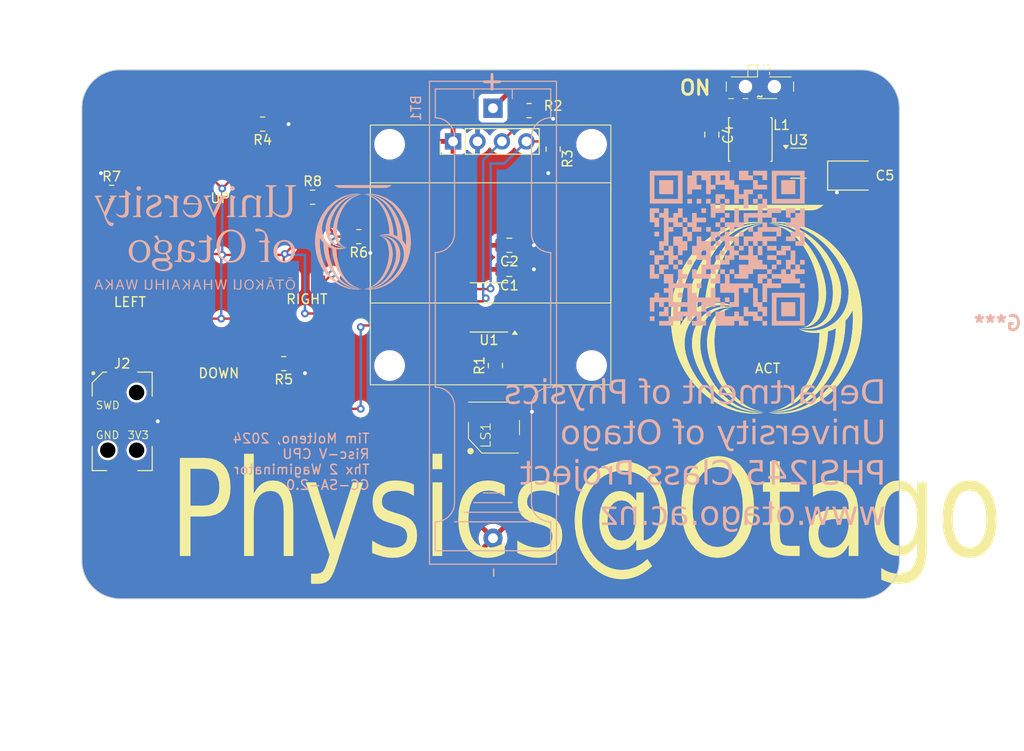
<source format=kicad_pcb>
(kicad_pcb (version 20240108) (generator "pcbnew") (generator_version "8.0")
  (layers (0 "F.Cu" signal) (31 "B.Cu" signal) (34 "B.Paste" user) (35 "F.Paste" user) (36 "B.SilkS" user "B.Silkscreen") (37 "F.SilkS" user "F.Silkscreen") (38 "B.Mask" user) (39 "F.Mask" user) (44 "Edge.Cuts" user))
  (net 0 "")
  (net 1 "Net-(BT1-+)")
  (net 2 "GND")
  (net 3 "VCC")
  (net 4 "DIO")
  (net 5 "Net-(LS1-Pad2)")
  (net 6 "OLED_SCL")
  (net 7 "OLED_SDA")
  (net 8 "BEEP")
  (net 9 "Net-(R4-Pad2)")
  (net 10 "Net-(R5-Pad2)")
  (net 11 "Net-(R6-Pad2)")
  (net 12 "Net-(R7-Pad2)")
  (net 13 "PAD")
  (net 15 "ACT")
  (net 16 "+BATT")
  (net 17 "Net-(U3-Lx)")
  (footprint "Resistor_SMD:R_0805_2012Metric_Pad1.20x1.40mm_HandSolder" (layer "F.Cu") (at 90 61.8 180)
    (property "Reference" "R5")
    (property "Value" "3.9k")
  )
  (footprint "game_pad:OLED_0.96_128x64_I2C_SSD1306" (layer "F.Cu") (at 111.5 50.5)
    (property "Reference" "U2" (hide yes))
    (property "Value" "Screen")
  )
  (footprint "game_pad:TSC015" (layer "F.Cu") (at 83.25 59.375 180)
    (property "Reference" "SW4")
    (property "Value" "DOWN")
  )
  (footprint "Resistor_SMD:R_0805_2012Metric_Pad1.20x1.40mm_HandSolder" (layer "F.Cu") (at 115.5 35.5 180)
    (property "Reference" "R2")
    (property "Value" "2.2k")
  )
  (footprint "Package_SO:SOP-8_3.9x4.9mm_P1.27mm" (layer "F.Cu") (at 111.325 55.955 180)
    (property "Reference" "U1")
    (property "Value" "CH32v003")
  )
  (footprint "Resistor_SMD:R_0805_2012Metric_Pad1.20x1.40mm_HandSolder" (layer "F.Cu") (at 93 44.5)
    (property "Reference" "R8")
    (property "Value" "2k")
  )
  (footprint "Capacitor_SMD:C_0805_2012Metric" (layer "F.Cu") (at 113.45 49.5 180)
    (property "Reference" "C2")
    (property "Value" "10u")
  )
  (footprint "swd-connect:swd-connect-3-mcu" (layer "F.Cu") (at 73.2 67.8)
    (property "Reference" "J2")
    (property "Value" "swd-connect-3")
  )
  (footprint "Resistor_SMD:R_0805_2012Metric_Pad1.20x1.40mm_HandSolder" (layer "F.Cu") (at 112 62 90)
    (property "Reference" "R1")
    (property "Value" "22")
  )
  (footprint "Resistor_SMD:R_0805_2012Metric_Pad1.20x1.40mm_HandSolder" (layer "F.Cu") (at 72.1 44)
    (property "Reference" "R7")
    (property "Value" "2k")
  )
  (footprint "Inductor_SMD:L_Sunlord_SWPA4030S" (layer "F.Cu") (at 138.5 38.5 -90)
    (property "Reference" "L1")
    (property "Value" "22uH")
  )
  (footprint "Capacitor_SMD:C_0805_2012Metric" (layer "F.Cu") (at 134.5 38 -90)
    (property "Reference" "C4")
    (property "Value" "10uF")
  )
  (footprint "Capacitor_SMD:C_0805_2012Metric" (layer "F.Cu") (at 113.45 52 180)
    (property "Reference" "C1")
    (property "Value" "100n")
  )
  (footprint "game_pad:TSC015" (layer "F.Cu") (at 92.25 50.375 -90)
    (property "Reference" "SW5")
    (property "Value" "RIGHT")
  )
  (footprint "Package_TO_SOT_SMD:SOT-23-3" (layer "F.Cu") (at 143.5 40.9625)
    (property "Reference" "U3")
    (property "Value" "ME2188A33XG")
  )
  (footprint "game_pad:TSC015" (layer "F.Cu") (at 83.25 41.375)
    (property "Reference" "SW3")
    (property "Value" "UP")
  )
  (footprint "game_pad:TSC015" (layer "F.Cu") (at 74.25 50.375 90)
    (property "Reference" "SW6")
    (property "Value" "LEFT")
  )
  (footprint "game_pad:TA-3524A-A1" (layer "F.Cu") (at 139.5 33)
    (property "Reference" "SW1" (hide yes))
    (property "Value" "~")
  )
  (footprint "Resistor_SMD:R_0805_2012Metric_Pad1.20x1.40mm_HandSolder" (layer "F.Cu") (at 87.8 36.9 180)
    (property "Reference" "R4")
    (property "Value" "8.2k")
  )
  (footprint "Resistor_SMD:R_0805_2012Metric_Pad1.20x1.40mm_HandSolder" (layer "F.Cu") (at 118 39.5 90)
    (property "Reference" "R3")
    (property "Value" "2.2k")
  )
  (footprint "Resistor_SMD:R_0805_2012Metric_Pad1.20x1.40mm_HandSolder" (layer "F.Cu") (at 97.8 48.6 180)
    (property "Reference" "R6")
    (property "Value" "20k")
  )
  (footprint "game_pad:MLT-5030" (layer "F.Cu") (at 111.8 68.5 90)
    (property "Reference" "LS1")
    (property "Value" "Speaker")
  )
  (footprint "Capacitor_Tantalum_SMD:CP_EIA-3528-21_Kemet-B" (layer "F.Cu") (at 149 42.25)
    (property "Reference" "C5")
    (property "Value" "100uF")
  )
  (footprint "game_pad:TSC015" (layer "F.Cu") (at 140.2 57.4 90)
    (property "Reference" "SW2")
    (property "Value" "ACT")
  )
  (footprint "Battery:BatteryHolder_Keystone_2466_1xAAA" (layer "B.Cu") (at 111.75 35.25 -90)
    (property "Reference" "BT1")
    (property "Value" "AAA")
  )
  (footprint "game_pad:245_qr_code" (layer "B.Cu") (at 136.1 49.8 180)
    (property "Reference" "G***")
    (property "Value" "LOGO" (hide yes))
  )
  (gr_poly (pts (xy 100.297457 48.538147) (xy 100.250215 48.540147) (xy 100.204308 48.543481) (xy 100.160403 48.548148) (xy 100.139409 48.550982) (xy 100.119166 48.55415) (xy 100.099756 48.557652) (xy 100.081264 48.561487) (xy 100.063771 48.565656) (xy 100.047363 48.570159) (xy 100.032121 48.574996) (xy 100.01813 48.580167) (xy 100.12555 48.576064) (xy 100.229083 48.577031) (xy 100.32876 48.582969) (xy 100.424613 48.593778) (xy 100.516673 48.609359) (xy 100.604971 48.629615) (xy 100.689538 48.654445) (xy 100.770406 48.683751) (xy 100.847605 48.717433) (xy 100.921169 48.755393) (xy 100.991126 48.797532) (xy 101.057509 48.843751) (xy 101.120349 48.89395) (xy 101.179678 48.948031) (xy 101.235526 49.005894) (xy 101.287925 49.067442) (xy 101.336906 49.132574) (xy 101.3825 49.201191) (xy 101.424739 49.273196) (xy 101.463653 49.348488) (xy 101.499275 49.426968) (xy 101.531636 49.508539) (xy 101.560765 49.5931) (xy 101.586696 49.680553) (xy 101.629086 49.863738) (xy 101.659055 50.057301) (xy 101.676852 50.260451) (xy 101.682729 50.472397) (xy 101.669593 50.716001) (xy 101.630321 50.979384) (xy 101.565124 51.257647) (xy 101.474209 51.545894) (xy 101.357784 51.839226) (xy 101.216059 52.132746) (xy 101.049242 52.421556) (xy 100.956489 52.562665) (xy 100.85754 52.700759) (xy 100.752423 52.835227) (xy 100.641163 52.965457) (xy 100.523787 53.090835) (xy 100.400319 53.210751) (xy 100.270787 53.324592) (xy 100.135217 53.431746) (xy 99.993634 53.5316) (xy 99.846064 53.623542) (xy 99.692534 53.70696) (xy 99.533069 53.781242) (xy 99.367697 53.845776) (xy 99.196441 53.899949) (xy 99.01933 53.943149) (xy 98.836389 53.974765) (xy 98.647643 53.994183) (xy 98.453119 54.000792) (xy 98.468956 54.003294) (xy 98.484439 54.005484) (xy 98.514258 54.009011) (xy 98.542409 54.011537) (xy 98.568725 54.013231) (xy 98.593041 54.014259) (xy 98.615189 54.014786) (xy 98.652316 54.015008) (xy 98.841234 54.00848) (xy 99.026418 53.989294) (xy 99.207722 53.958047) (xy 99.384995 53.915334) (xy 99.558089 53.861753) (xy 99.726856 53.7979) (xy 99.891148 53.724372) (xy 100.050816 53.641765) (xy 100.205712 53.550676) (xy 100.355686 53.451701) (xy 100.500591 53.345437) (xy 100.640277 53.23248) (xy 100.774598 53.113428) (xy 100.903403 52.988876) (xy 101.026545 52.859422) (xy 101.143875 52.725661) (xy 101.360505 52.447607) (xy 101.552105 52.159486) (xy 101.717487 51.866072) (xy 101.855464 51.572137) (xy 101.964847 51.282452) (xy 102.044449 51.001792) (xy 102.093081 50.734927) (xy 102.105412 50.60816) (xy 102.109555 50.486631) (xy 102.107361 50.379648) (xy 102.10084 50.274829) (xy 102.090083 50.172255) (xy 102.075181 50.072009) (xy 102.056226 49.974169) (xy 102.033308 49.878817) (xy 102.006519 49.786034) (xy 101.97595 49.6959) (xy 101.941692 49.608496) (xy 101.903836 49.523903) (xy 101.862474 49.442202) (xy 101.817697 49.363474) (xy 101.769595 49.287798) (xy 101.718261 49.215257) (xy 101.663785 49.14593) (xy 101.606258 49.079899) (xy 101.545772 49.017244) (xy 101.482418 48.958046) (xy 101.416287 48.902386) (xy 101.34747 48.850344) (xy 101.276059 48.802001) (xy 101.202144 48.757439) (xy 101.125816 48.716737) (xy 101.047168 48.679977) (xy 100.96629 48.647239) (xy 100.883273 48.618604) (xy 100.798209 48.594153) (xy 100.711188 48.573966) (xy 100.622303 48.558125) (xy 100.531643 48.54671) (xy 100.439301 48.539802) (xy 100.345367 48.537481)) (stroke (width -0.000001)) (fill solid) (layer "B.SilkS"))
  (gr_poly (pts (xy 90.658811 53.046998) (xy 90.633453 53.048886) (xy 90.608539 53.052008) (xy 90.584097 53.056341) (xy 90.560152 53.061864) (xy 90.53673 53.068555) (xy 90.513858 53.076393) (xy 90.491562 53.085357) (xy 90.469868 53.095425) (xy 90.448802 53.106575) (xy 90.428391 53.118786) (xy 90.40866 53.132037) (xy 90.389636 53.146307) (xy 90.371345 53.161573) (xy 90.353814 53.177814) (xy 90.337068 53.195009) (xy 90.321135 53.213136) (xy 90.306039 53.232174) (xy 90.291807 53.252101) (xy 90.278466 53.272897) (xy 90.266041 53.294539) (xy 90.254559 53.317005) (xy 90.244046 53.340275) (xy 90.234529 53.364328) (xy 90.226033 53.38914) (xy 90.218585 53.414692) (xy 90.212211 53.440962) (xy 90.206937 53.467927) (xy 90.202789 53.495567) (xy 90.199794 53.523861) (xy 90.197978 53.552786) (xy 90.197366 53.582322) (xy 90.197978 53.61199) (xy 90.199794 53.641032) (xy 90.202789 53.669425) (xy 90.206937 53.69715) (xy 90.212211 53.724186) (xy 90.218585 53.750512) (xy 90.226033 53.776108) (xy 90.234529 53.800952) (xy 90.244046 53.825025) (xy 90.254559 53.848305) (xy 90.266041 53.870773) (xy 90.278466 53.892407) (xy 90.291807 53.913186) (xy 90.306039 53.933091) (xy 90.321135 53.952101) (xy 90.337068 53.970194) (xy 90.353814 53.98735) (xy 90.371345 54.003549) (xy 90.389636 54.018771) (xy 90.40866 54.032993) (xy 90.428391 54.046196) (xy 90.448802 54.05836) (xy 90.469868 54.069462) (xy 90.491562 54.079484) (xy 90.513858 54.088404) (xy 90.53673 54.096202) (xy 90.560152 54.102856) (xy 90.584097 54.108347) (xy 90.608539 54.112654) (xy 90.633453 54.115755) (xy 90.658811 54.117631) (xy 90.684587 54.118261) (xy 90.710228 54.117631) (xy 90.735458 54.115755) (xy 90.760251 54.112654) (xy 90.784582 54.108347) (xy 90.808423 54.102856) (xy 90.831748 54.096202) (xy 90.85453 54.088404) (xy 90.876743 54.079484) (xy 90.898361 54.069462) (xy 90.919357 54.05836) (xy 90.939704 54.046196) (xy 90.959377 54.032993) (xy 90.978347 54.018771) (xy 90.99659 54.003549) (xy 91.014079 53.98735) (xy 91.030786 53.970194) (xy 91.046687 53.952101) (xy 91.061753 53.933091) (xy 91.075959 53.913186) (xy 91.089278 53.892407) (xy 91.101684 53.870773) (xy 91.11315 53.848305) (xy 91.123649 53.825025) (xy 91.133156 53.800952) (xy 91.141644 53.776108) (xy 91.149086 53.750512) (xy 91.155455 53.724186) (xy 91.160726 53.69715) (xy 91.164872 53.669425) (xy 91.167866 53.641032) (xy 91.169682 53.61199) (xy 91.170293 53.582322) (xy 91.036307 53.582322) (xy 91.034715 53.630082) (xy 91.029999 53.67565) (xy 91.022245 53.718904) (xy 91.011541 53.759719) (xy 91.005109 53.779175) (xy 90.997972 53.797975) (xy 90.990141 53.816104) (xy 90.981627 53.833547) (xy 90.97244 53.850289) (xy 90.962591 53.866314) (xy 90.952092 53.881607) (xy 90.940953 53.896153) (xy 90.929185 53.909936) (xy 90.916799 53.92294) (xy 90.903806 53.935152) (xy 90.890217 53.946554) (xy 90.876042 53.957133) (xy 90.861292 53.966872) (xy 90.845979 53.975756) (xy 90.830113 53.983771) (xy 90.813705 53.990899) (xy 90.796766 53.997128) (xy 90.779306 54.00244) (xy 90.761338 54.00682) (xy 90.742871 54.010254) (xy 90.723916 54.012726) (xy 90.704484 54.01422) (xy 90.684587 54.014721) (xy 90.664692 54.01422) (xy 90.645261 54.012726) (xy 90.626308 54.010254) (xy 90.607842 54.00682) (xy 90.589874 54.00244) (xy 90.572415 53.997128) (xy 90.555477 53.990899) (xy 90.539069 53.983771) (xy 90.523203 53.975756) (xy 90.50789 53.966872) (xy 90.493141 53.957133) (xy 90.478966 53.946554) (xy 90.465376 53.935152) (xy 90.452382 53.92294) (xy 90.439996 53.909936) (xy 90.428228 53.896153) (xy 90.417089 53.881607) (xy 90.406589 53.866314) (xy 90.39674 53.850289) (xy 90.387553 53.833547) (xy 90.379038 53.816104) (xy 90.371206 53.797975) (xy 90.364069 53.779175) (xy 90.357636 53.759719) (xy 90.35192 53.739624) (xy 90.346931 53.718904) (xy 90.342679 53.697574) (xy 90.339176 53.67565) (xy 90.336432 53.653148) (xy 90.334459 53.630082) (xy 90.333267 53.606468) (xy 90.332868 53.582322) (xy 90.334459 53.534558) (xy 90.339176 53.488987) (xy 90.346931 53.445731) (xy 90.357636 53.404914) (xy 90.364069 53.385457) (xy 90.371206 53.366656) (xy 90.379038 53.348526) (xy 90.387553 53.331082) (xy 90.39674 53.31434) (xy 90.406589 53.298314) (xy 90.417089 53.283021) (xy 90.428228 53.268475) (xy 90.439996 53.254691) (xy 90.452382 53.241686) (xy 90.465376 53.229475) (xy 90.478966 53.218072) (xy 90.493141 53.207493) (xy 90.50789 53.197754) (xy 90.523203 53.188869) (xy 90.539069 53.180855) (xy 90.555477 53.173726) (xy 90.572415 53.167498) (xy 90.589874 53.162185) (xy 90.607842 53.157805) (xy 90.626308 53.154371) (xy 90.645261 53.151899) (xy 90.664692 53.150405) (xy 90.684587 53.149904) (xy 90.704484 53.150405) (xy 90.723916 53.151899) (xy 90.742871 53.154371) (xy 90.761338 53.157805) (xy 90.779306 53.162185) (xy 90.796766 53.167498) (xy 90.813705 53.173726) (xy 90.830113 53.180855) (xy 90.845979 53.188869) (xy 90.861292 53.197754) (xy 90.876042 53.207493) (xy 90.890217 53.218072) (xy 90.903806 53.229475) (xy 90.916799 53.241686) (xy 90.929185 53.254691) (xy 90.940953 53.268475) (xy 90.952092 53.283021) (xy 90.962591 53.298314) (xy 90.97244 53.31434) (xy 90.981627 53.331082) (xy 90.990141 53.348526) (xy 90.997972 53.366656) (xy 91.005109 53.385457) (xy 91.011541 53.404914) (xy 91.017256 53.42501) (xy 91.022245 53.445731) (xy 91.026497 53.467062) (xy 91.029999 53.488987) (xy 91.032743 53.511491) (xy 91.034715 53.534558) (xy 91.035907 53.558173) (xy 91.036307 53.582322) (xy 91.170293 53.582322) (xy 91.169682 53.552653) (xy 91.167866 53.523611) (xy 91.164872 53.495217) (xy 91.160726 53.467491) (xy 91.155455 53.440455) (xy 91.149086 53.414129) (xy 91.141644 53.388533) (xy 91.133156 53.363687) (xy 91.123649 53.339614) (xy 91.11315 53.316333) (xy 91.101684 53.293865) (xy 91.089278 53.27223) (xy 91.075959 53.251449) (xy 91.061753 53.231544) (xy 91.046687 53.212534) (xy 91.030786 53.19444) (xy 91.014079 53.177282) (xy 90.99659 53.161082) (xy 90.978347 53.145861) (xy 90.959377 53.131637) (xy 90.939704 53.118433) (xy 90.919357 53.106269) (xy 90.898361 53.095166) (xy 90.876743 53.085143) (xy 90.85453 53.076223) (xy 90.831748 53.068425) (xy 90.808423 53.06177) (xy 90.784582 53.056279) (xy 90.760251 53.051972) (xy 90.735458 53.04887) (xy 90.710228 53.046994) (xy 90.684587 53.046363)) (stroke (width -0.000001)) (fill solid) (layer "B.SilkS"))
  (gr_poly (pts (xy 76.518747 44.271567) (xy 76.485209 44.272744) (xy 76.452415 44.274681) (xy 76.42028 44.277354) (xy 76.388718 44.280743) (xy 76.357643 44.284826) (xy 76.326969 44.289582) (xy 76.29661 44.294989) (xy 76.236493 44.307672) (xy 76.176605 44.322702) (xy 76.116257 44.339908) (xy 76.054764 44.359117) (xy 75.854437 44.290714) (xy 75.81535 44.896574) (xy 75.844666 44.896574) (xy 75.865863 44.863876) (xy 75.887302 44.832638) (xy 75.908969 44.802834) (xy 75.930848 44.774435) (xy 75.952924 44.747413) (xy 75.975181 44.721742) (xy 75.997605 44.697393) (xy 76.020179 44.674339) (xy 76.04289 44.652551) (xy 76.065722 44.632003) (xy 76.111686 44.594512) (xy 76.157951 44.561645) (xy 76.204394 44.53318) (xy 76.250895 44.508895) (xy 76.297331 44.488567) (xy 76.34358 44.471975) (xy 76.389522 44.458898) (xy 76.435034 44.449113) (xy 76.479994 44.442398) (xy 76.524281 44.438532) (xy 76.567774 44.437293) (xy 76.591678 44.437691) (xy 76.614838 44.438876) (xy 76.637252 44.440832) (xy 76.658918 44.443544) (xy 76.679837 44.446996) (xy 76.700006 44.451174) (xy 76.719426 44.456063) (xy 76.738096 44.461646) (xy 76.756014 44.46791) (xy 76.773179 44.474838) (xy 76.789591 44.482416) (xy 76.805249 44.490628) (xy 76.820152 44.499459) (xy 76.834299 44.508895) (xy 76.847689 44.518918) (xy 76.860322 44.529516) (xy 76.872195 44.540671) (xy 76.883309 44.55237) (xy 76.893663 44.564596) (xy 76.903255 44.577335) (xy 76.912085 44.590572) (xy 76.920152 44.60429) (xy 76.927455 44.618476) (xy 76.933993 44.633113) (xy 76.939765 44.648188) (xy 76.94477 44.663683) (xy 76.949008 44.679585) (xy 76.952478 44.695877) (xy 76.955177 44.712546) (xy 76.957107 44.729574) (xy 76.958265 44.746949) (xy 76.958652 44.764653) (xy 76.957942 44.786714) (xy 76.955837 44.808031) (xy 76.952371 44.82863) (xy 76.947582 44.848539) (xy 76.941504 44.867786) (xy 76.934174 44.886399) (xy 76.925627 44.904406) (xy 76.915899 44.921834) (xy 76.905026 44.93871) (xy 76.893044 44.955064) (xy 76.879988 44.970922) (xy 76.865894 44.986312) (xy 76.850799 45.001262) (xy 76.834737 45.0158) (xy 76.817744 45.029953) (xy 76.799857 45.043749) (xy 76.781112 45.057216) (xy 76.761543 45.070381) (xy 76.720079 45.095918) (xy 76.675752 45.120583) (xy 76.628848 45.144596) (xy 76.579655 45.16818) (xy 76.528457 45.191557) (xy 76.421195 45.238575) (xy 76.286321 45.296738) (xy 76.220209 45.327347) (xy 76.155685 45.359423) (xy 76.09328 45.393303) (xy 76.033522 45.429322) (xy 75.976943 45.467818) (xy 75.92407 45.509126) (xy 75.875435 45.553584) (xy 75.852871 45.577099) (xy 75.831566 45.601527) (xy 75.811584 45.626911) (xy 75.792993 45.653292) (xy 75.775858 45.680713) (xy 75.760245 45.709216) (xy 75.746222 45.738843) (xy 75.733853 45.769635) (xy 75.723206 45.801635) (xy 75.714346 45.834885) (xy 75.70734 45.869427) (xy 75.702254 45.905303) (xy 75.699153 45.942555) (xy 75.698105 45.981225) (xy 75.698878 46.012736) (xy 75.701201 46.044025) (xy 75.705077 46.07504) (xy 75.71051 46.10573) (xy 75.717503 46.136045) (xy 75.726059 46.165932) (xy 75.736183 46.195342) (xy 75.747878 46.224223) (xy 75.761147 46.252524) (xy 75.775994 46.280194) (xy 75.792423 46.307183) (xy 75.810437 46.333438) (xy 75.830041 46.358911) (xy 75.851236 46.383548) (xy 75.874027 46.4073) (xy 75.898419 46.430114) (xy 75.924413 46.451942) (xy 75.952014 46.47273) (xy 75.981225 46.492429) (xy 76.01205 46.510987) (xy 76.044493 46.528354) (xy 76.078556 46.544478) (xy 76.114245 46.559308) (xy 76.151561 46.572794) (xy 76.19051 46.584884) (xy 76.231094 46.595528) (xy 76.273316 46.604674) (xy 76.317182 46.612271) (xy 76.362693 46.618269) (xy 76.409854 46.622616) (xy 76.458669 46.625262) (xy 76.50914 46.626155) (xy 76.549367 46.625584) (xy 76.591162 46.623874) (xy 76.634374 46.621034) (xy 76.678852 46.61707) (xy 76.771007 46.6058) (xy 76.866426 46.590121) (xy 76.963905 46.570091) (xy 77.013041 46.558461) (xy 77.062241 46.545766) (xy 77.111355 46.532011) (xy 77.160233 46.517204) (xy 77.208724 46.501352) (xy 77.256677 46.484462) (xy 77.315308 45.961681) (xy 77.281107 45.956795) (xy 77.226529 46.021975) (xy 77.172667 46.082016) (xy 77.119435 46.137047) (xy 77.066746 46.187196) (xy 77.014515 46.232593) (xy 76.962655 46.273366) (xy 76.911083 46.309644) (xy 76.85971 46.341556) (xy 76.808452 46.369231) (xy 76.757223 46.392798) (xy 76.705936 46.412386) (xy 76.654507 46.428123) (xy 76.602848 46.440139) (xy 76.550875 46.448562) (xy 76.498502 46.453522) (xy 76.445642 46.455146) (xy 76.421181 46.454663) (xy 76.397279 46.453228) (xy 76.373949 46.450863) (xy 76.351205 46.447588) (xy 76.329063 46.443426) (xy 76.307537 46.438398) (xy 76.28664 46.432526) (xy 76.266388 46.425831) (xy 76.246794 46.418334) (xy 76.227873 46.410056) (xy 76.209639 46.401021) (xy 76.192106 46.391248) (xy 76.175289 46.380759) (xy 76.159202 46.369576) (xy 76.14386 46.357721) (xy 76.129276 46.345214) (xy 76.115465 46.332077) (xy 76.102441 46.318333) (xy 76.090219 46.304001) (xy 76.078813 46.289104) (xy 76.068237 46.273663) (xy 76.058506 46.2577) (xy 76.049633 46.241235) (xy 76.041634 46.224292) (xy 76.034522 46.20689) (xy 76.028312 46.189052) (xy 76.023018 46.170798) (xy 76.018654 46.152152) (xy 76.015236 46.133133) (xy 76.012776 46.113763) (xy 76.01129 46.094065) (xy 76.010791 46.074058) (xy 76.011447 46.049775) (xy 76.013407 46.02637) (xy 76.016657 46.003806) (xy 76.021183 45.982045) (xy 76.026973 45.961051) (xy 76.034012 45.940784) (xy 76.042288 45.921208) (xy 76.051787 45.902286) (xy 76.062495 45.883979) (xy 76.0744 45.866249) (xy 76.087487 45.84906) (xy 76.101743 45.832374) (xy 76.117155 45.816154) (xy 76.13371 45.80036) (xy 76.151394 45.784957) (xy 76.170193 45.769906) (xy 76.190094 45.755171) (xy 76.211084 45.740712) (xy 76.256277 45.712477) (xy 76.305664 45.684901) (xy 76.359137 45.657682) (xy 76.416589 45.63052) (xy 76.477913 45.603115) (xy 76.611746 45.546373) (xy 76.678737 45.517701) (xy 76.743895 45.488305) (xy 76.806877 45.457923) (xy 76.86734 45.426288) (xy 76.92494 45.393136) (xy 76.979333 45.358202) (xy 77.030176 45.321221) (xy 77.077126 45.281929) (xy 77.119838 45.24006) (xy 77.139498 45.218076) (xy 77.15797 45.195349) (xy 77.175211 45.171846) (xy 77.191178 45.147532) (xy 77.205828 45.122376) (xy 77.219119 45.096344) (xy 77.231006 45.069403) (xy 77.241448 45.04152) (xy 77.250401 45.012662) (xy 77.257823 44.982795) (xy 77.26367 44.951887) (xy 77.2679 44.919904) (xy 77.270469 44.886814) (xy 77.271335 44.852583) (xy 77.270439 44.818676) (xy 77.267778 44.785667) (xy 77.263388 44.75357) (xy 77.257308 44.722395) (xy 77.249574 44.692153) (xy 77.240224 44.662858) (xy 77.229296 44.634519) (xy 77.216828 44.607149) (xy 77.202857 44.58076) (xy 77.187421 44.555363) (xy 77.170556 44.530969) (xy 77.152302 44.507591) (xy 77.132695 44.48524) (xy 77.111772 44.463928) (xy 77.089572 44.443665) (xy 77.066132 44.424465) (xy 77.04149 44.406338) (xy 77.015683 44.389297) (xy 76.988749 44.373352) (xy 76.960725 44.358515) (xy 76.931649 44.344799) (xy 76.901558 44.332214) (xy 76.87049 44.320773) (xy 76.838483 44.310486) (xy 76.805574 44.301367) (xy 76.771801 44.293425) (xy 76.737201 44.286673) (xy 76.701812 44.281123) (xy 76.665671 44.276786) (xy 76.628817 44.273674) (xy 76.591286 44.271798) (xy 76.553116 44.27117)) (stroke (width -0.000001)) (fill solid) (layer "B.SilkS"))
  (gr_poly (pts (xy 97.613715 44.141229) (xy 97.415966 44.146792) (xy 97.217821 44.16339) (xy 97.019717 44.190887) (xy 96.822093 44.229149) (xy 96.625386 44.27804) (xy 96.430034 44.337424) (xy 96.236474 44.407166) (xy 96.045144 44.487131) (xy 95.856482 44.577182) (xy 95.670925 44.677185) (xy 95.488911 44.787004) (xy 95.310878 44.906504) (xy 95.137263 45.035548) (xy 94.968504 45.174003) (xy 94.805038 45.321731) (xy 94.647304 45.478598) (xy 94.495739 45.644468) (xy 94.350781 45.819207) (xy 94.212866 46.002677) (xy 94.082434 46.194744) (xy 93.959921 46.395273) (xy 93.845765 46.604127) (xy 93.740404 46.821172) (xy 93.644276 47.046272) (xy 93.557818 47.279291) (xy 93.481468 47.520094) (xy 93.415663 47.768546) (xy 93.360841 48.024511) (xy 93.31744 48.287854) (xy 93.285897 48.558438) (xy 93.266651 48.83613) (xy 93.260138 49.120792) (xy 93.266651 49.405457) (xy 93.285897 49.68315) (xy 93.31744 49.953736) (xy 93.360841 50.217081) (xy 93.415663 50.473047) (xy 93.481468 50.721501) (xy 93.557818 50.962306) (xy 93.644276 51.195326) (xy 93.740404 51.420428) (xy 93.845765 51.637474) (xy 93.959921 51.84633) (xy 94.082434 52.04686) (xy 94.212866 52.238929) (xy 94.350781 52.4224) (xy 94.495739 52.59714) (xy 94.647304 52.763011) (xy 94.805038 52.919879) (xy 94.968504 53.067609) (xy 95.137263 53.206064) (xy 95.310878 53.33511) (xy 95.488911 53.45461) (xy 95.670925 53.56443) (xy 95.856482 53.664434) (xy 96.045144 53.754486) (xy 96.236474 53.834451) (xy 96.430034 53.904194) (xy 96.625386 53.963579) (xy 96.822093 54.01247) (xy 97.019717 54.050732) (xy 97.217821 54.07823) (xy 97.415966 54.094828) (xy 97.613715 54.100391) (xy 97.65135 54.100058) (xy 97.68938 54.099057) (xy 97.727536 54.09739) (xy 97.765547 54.095056) (xy 97.80314 54.092055) (xy 97.840046 54.088387) (xy 97.875993 54.084052) (xy 97.91071 54.07905) (xy 97.943927 54.073381) (xy 97.975372 54.067045) (xy 98.004774 54.060042) (xy 98.031863 54.052372) (xy 98.056367 54.044034) (xy 98.078015 54.03503) (xy 98.096537 54.025358) (xy 98.104541 54.020272) (xy 98.111661 54.015019) (xy 98.09516 54.020187) (xy 98.077679 54.025022) (xy 98.039861 54.033691) (xy 97.998374 54.041028) (xy 97.953385 54.047031) (xy 97.905062 54.051701) (xy 97.853571 54.055036) (xy 97.79908 54.057038) (xy 97.741757 54.057705) (xy 97.551286 54.052064) (xy 97.361579 54.035246) (xy 97.172982 54.007413) (xy 96.985842 53.968728) (xy 96.800504 53.919352) (xy 96.617316 53.859445) (xy 96.436623 53.78917) (xy 96.258772 53.708688) (xy 96.084111 53.618161) (xy 95.912984 53.517751) (xy 95.745739 53.407617) (xy 95.582722 53.287923) (xy 95.42428 53.15883) (xy 95.270759 53.020499) (xy 95.122506 52.873092) (xy 94.979866 52.71677) (xy 94.843187 52.551696) (xy 94.712815 52.378029) (xy 94.589097 52.195932) (xy 94.472378 52.005567) (xy 94.363006 51.807095) (xy 94.261327 51.600677) (xy 94.167687 51.386475) (xy 94.082433 51.16465) (xy 94.005911 50.935365) (xy 93.938468 50.69878) (xy 93.880451 50.455057) (xy 93.832205 50.204358) (xy 93.794077 49.946843) (xy 93.766414 49.682676) (xy 93.749562 49.412016) (xy 93.743868 49.135027) (xy 93.744447 49.056084) (xy 93.746264 48.95853) (xy 93.749441 48.847042) (xy 93.754098 48.726298) (xy 93.797725 48.804803) (xy 93.842321 48.879944) (xy 93.887862 48.951786) (xy 93.934323 49.020396) (xy 93.981681 49.085839) (xy 94.029911 49.148182) (xy 94.078989 49.207488) (xy 94.12889 49.263826) (xy 94.137384 49.512839) (xy 94.155478 49.75807) (xy 94.182895 49.999247) (xy 94.219357 50.2361) (xy 94.264585 50.468359) (xy 94.318302 50.695753) (xy 94.380231 50.918013) (xy 94.450093 51.134867) (xy 94.52761 51.346047) (xy 94.612504 51.55128) (xy 94.704499 51.750298) (xy 94.803316 51.942829) (xy 94.908677 52.128603) (xy 95.020304 52.30735) (xy 95.13792 52.4788) (xy 95.261246 52.642683) (xy 95.390005 52.798727) (xy 95.52392 52.946663) (xy 95.662712 53.086221) (xy 95.806103 53.217129) (xy 95.953815 53.339118) (xy 96.105572 53.451918) (xy 96.261095 53.555258) (xy 96.420105 53.648868) (xy 96.582326 53.732477) (xy 96.74748 53.805815) (xy 96.915288 53.868612) (xy 97.085473 53.920598) (xy 97.257757 53.961501) (xy 97.431862 53.991053) (xy 97.607511 54.008982) (xy 97.784425 54.015019) (xy 97.823998 54.014797) (xy 97.848953 54.014269) (xy 97.876908 54.013242) (xy 97.907529 54.011548) (xy 97.940484 54.009021) (xy 97.975437 54.005494) (xy 98.012055 54.000802) (xy 97.819611 53.994456) (xy 97.632284 53.97569) (xy 97.450121 53.944913) (xy 97.273172 53.902531) (xy 97.101484 53.848952) (xy 96.935106 53.784583) (xy 96.774085 53.709833) (xy 96.61847 53.625108) (xy 96.468309 53.530816) (xy 96.32365 53.427365) (xy 96.184541 53.315162) (xy 96.05103 53.194614) (xy 95.923166 53.066131) (xy 95.800997 52.930118) (xy 95.68457 52.786983) (xy 95.573935 52.637135) (xy 95.37023 52.318926) (xy 95.190267 51.978751) (xy 95.034431 51.619871) (xy 94.903108 51.245546) (xy 94.796682 50.859037) (xy 94.71554 50.463604) (xy 94.660066 50.062507) (xy 94.630645 49.659006) (xy 94.680607 49.684991) (xy 94.730987 49.709264) (xy 94.781769 49.731867) (xy 94.832937 49.752843) (xy 94.884475 49.772234) (xy 94.936368 49.790082) (xy 94.988599 49.80643) (xy 95.041155 49.82132) (xy 95.050033 50.008902) (xy 95.065335 50.196429) (xy 95.086943 50.383531) (xy 95.114739 50.569836) (xy 95.148606 50.754975) (xy 95.188424 50.938577) (xy 95.234076 51.120271) (xy 95.285445 51.299685) (xy 95.342413 51.47645) (xy 95.404861 51.650195) (xy 95.472672 51.820549) (xy 95.545728 51.987141) (xy 95.62391 52.149601) (xy 95.707102 52.307557) (xy 95.795185 52.46064) (xy 95.888042 52.608478) (xy 95.985553 52.7507) (xy 96.087603 52.886937) (xy 96.194072 53.016817) (xy 96.304842 53.139969) (xy 96.419797 53.256024) (xy 96.538817 53.364609) (xy 96.661786 53.465355) (xy 96.788585 53.55789) (xy 96.919096 53.641844) (xy 97.053202 53.716847) (xy 97.190784 53.782527) (xy 97.331725 53.838514) (xy 97.475907 53.884437) (xy 97.623211 53.919925) (xy 97.773521 53.944608) (xy 97.926717 53.958115) (xy 97.803703 53.936657) (xy 97.682143 53.906613) (xy 97.562191 53.868163) (xy 97.444003 53.821483) (xy 97.327734 53.766752) (xy 97.213539 53.704146) (xy 96.991991 53.556021) (xy 96.780599 53.378531) (xy 96.580603 53.173095) (xy 96.393243 52.941135) (xy 96.21976 52.684071) (xy 96.061395 52.403324) (xy 95.919386 52.100314) (xy 95.794975 51.776463) (xy 95.689402 51.433191) (xy 95.603907 51.071919) (xy 95.53973 50.694067) (xy 95.498112 50.301057) (xy 95.480293 49.894309) (xy 95.54034 49.898275) (xy 95.600563 49.901082) (xy 95.660945 49.902752) (xy 95.721468 49.903305) (xy 95.790291 49.902155) (xy 95.857905 49.898775) (xy 95.924102 49.89327) (xy 95.988674 49.885743) (xy 96.051412 49.876299) (xy 96.112107 49.865042) (xy 96.170552 49.852076) (xy 96.226538 49.837505) (xy 96.279857 49.821434) (xy 96.330299 49.803966) (xy 96.377657 49.785207) (xy 96.421722 49.765259) (xy 96.462286 49.744228) (xy 96.49914 49.722218) (xy 96.532076 49.699332) (xy 96.560886 49.675675) (xy 96.526011 49.691022) (xy 96.490636 49.705076) (xy 96.454595 49.717879) (xy 96.41772 49.729473) (xy 96.379846 49.7399) (xy 96.340804 49.749201) (xy 96.300429 49.757418) (xy 96.258553 49.764593) (xy 96.21501 49.770767) (xy 96.169634 49.775982) (xy 96.072712 49.783704) (xy 95.966455 49.788093) (xy 95.849527 49.789481) (xy 95.725271 49.783204) (xy 95.589094 49.763944) (xy 95.443747 49.731053) (xy 95.291982 49.683887) (xy 95.136549 49.621798) (xy 94.980199 49.544142) (xy 94.825684 49.450271) (xy 94.749974 49.397053) (xy 94.675754 49.339539) (xy 94.603368 49.277649) (xy 94.53316 49.211302) (xy 94.465474 49.140416) (xy 94.400653 49.064912) (xy 94.339042 48.984708) (xy 94.280985 48.899724) (xy 94.226824 48.809878) (xy 94.176905 48.715091) (xy 94.131571 48.615281) (xy 94.091166 48.510367) (xy 94.056033 48.40027) (xy 94.026517 48.284907) (xy 94.002962 48.164199) (xy 93.985711 48.038065) (xy 93.975108 47.906423) (xy 93.971497 47.769193) (xy 93.976095 47.638741) (xy 93.989768 47.503849) (xy 94.01234 47.365081) (xy 94.043635 47.222999) (xy 94.131681 46.931145) (xy 94.252489 46.632788) (xy 94.404642 46.332429) (xy 94.586722 46.034571) (xy 94.797313 45.743716) (xy 95.034996 45.464364) (xy 95.163555 45.330409) (xy 95.298356 45.201018) (xy 95.439222 45.076754) (xy 95.585975 44.958179) (xy 95.738438 44.845857) (xy 95.896435 44.74035) (xy 96.059787 44.64222) (xy 96.228319 44.552031) (xy 96.401853 44.470344) (xy 96.580211 44.397724) (xy 96.763216 44.334732) (xy 96.950692 44.281931) (xy 97.142461 44.239885) (xy 97.338347 44.209155) (xy 97.538171 44.190304) (xy 97.741757 44.183895) (xy 97.79908 44.184563) (xy 97.853571 44.186564) (xy 97.905062 44.1899) (xy 97.953385 44.194569) (xy 97.976307 44.197404) (xy 97.998374 44.200572) (xy 98.019566 44.204074) (xy 98.039861 44.207909) (xy 98.05924 44.212077) (xy 98.077679 44.216579) (xy 98.09516 44.221413) (xy 98.111661 44.226581) (xy 98.091843 44.216246) (xy 98.069837 44.206576) (xy 98.045789 44.197574) (xy 98.019845 44.189239) (xy 97.992151 44.18157) (xy 97.962853 44.174569) (xy 97.932097 44.168234) (xy 97.900028 44.162566) (xy 97.866792 44.157564) (xy 97.832535 44.15323) (xy 97.761541 44.146562) (xy 97.688212 44.142561) (xy 97.613715 44.141227)) (stroke (width -0.000001)) (fill solid) (layer "B.SilkS"))
  (gr_poly (pts (xy 97.752241 44.301882) (xy 97.583575 44.332644) (xy 97.420708 44.375124) (xy 97.263621 44.428677) (xy 97.112298 44.492662) (xy 96.966718 44.566434) (xy 96.826865 44.64935) (xy 96.692719 44.740766) (xy 96.564263 44.84004) (xy 96.441479 44.946527) (xy 96.324347 45.059584) (xy 96.212851 45.178567) (xy 96.106971 45.302834) (xy 96.006689 45.43174) (xy 95.822848 45.700898) (xy 95.661182 45.980894) (xy 95.521545 46.266578) (xy 95.403791 46.552805) (xy 95.307773 46.834425) (xy 95.233347 47.106292) (xy 95.180367 47.363258) (xy 95.148685 47.600174) (xy 95.138157 47.811894) (xy 95.139566 47.90599) (xy 95.143763 47.998802) (xy 95.1507 48.090213) (xy 95.160331 48.180105) (xy 95.172608 48.268361) (xy 95.187486 48.354864) (xy 95.204916 48.439497) (xy 95.224852 48.522142) (xy 95.247248 48.602682) (xy 95.272056 48.681) (xy 95.299229 48.756979) (xy 95.32872 48.830501) (xy 95.360484 48.90145) (xy 95.394472 48.969707) (xy 95.430638 49.035157) (xy 95.468935 49.09768) (xy 95.509316 49.157162) (xy 95.551734 49.213483) (xy 95.596143 49.266527) (xy 95.642495 49.316176) (xy 95.690744 49.362314) (xy 95.740842 49.404823) (xy 95.792744 49.443586) (xy 95.846401 49.478486) (xy 95.901767 49.509405) (xy 95.958795 49.536226) (xy 96.017439 49.558832) (xy 96.077651 49.577106) (xy 96.139384 49.59093) (xy 96.202593 49.600188) (xy 96.267228 49.604761) (xy 96.333245 49.604534) (xy 96.2821 49.595639) (xy 96.232698 49.58239) (xy 96.185031 49.564937) (xy 96.139092 49.543428) (xy 96.094871 49.518011) (xy 96.052362 49.488835) (xy 96.011557 49.456049) (xy 95.972447 49.4198) (xy 95.935026 49.380237) (xy 95.899285 49.337509) (xy 95.832813 49.243152) (xy 95.772968 49.137916) (xy 95.719687 49.022989) (xy 95.672909 48.899558) (xy 95.632571 48.768813) (xy 95.598611 48.631941) (xy 95.570965 48.490129) (xy 95.549571 48.344566) (xy 95.534367 48.196439) (xy 95.525291 48.046938) (xy 95.522279 47.897249) (xy 95.525139 47.75351) (xy 95.533652 47.607981) (xy 95.547718 47.461041) (xy 95.56724 47.313066) (xy 95.592118 47.164435) (xy 95.622254 47.015525) (xy 95.657547 46.866713) (xy 95.697899 46.718379) (xy 95.743212 46.570899) (xy 95.793386 46.424651) (xy 95.848322 46.280013) (xy 95.907921 46.137362) (xy 95.972084 45.997077) (xy 96.040713 45.859535) (xy 96.113708 45.725114) (xy 96.19097 45.594192) (xy 96.2724 45.467146) (xy 96.357899 45.344354) (xy 96.447369 45.226194) (xy 96.54071 45.113043) (xy 96.637823 45.00528) (xy 96.73861 44.903282) (xy 96.84297 44.807427) (xy 96.950806 44.718092) (xy 97.062018 44.635655) (xy 97.176508 44.560495) (xy 97.294176 44.492988) (xy 97.414923 44.433513) (xy 97.53865 44.382447) (xy 97.665259 44.340168) (xy 97.79465 44.307054) (xy 97.926724 44.283482)) (stroke (width -0.000001)) (fill solid) (layer "B.SilkS"))
  (gr_poly (pts (xy 80.522011 54.1) (xy 80.66208 54.1) (xy 80.776276 53.784811) (xy 81.198021 53.784811) (xy 81.312198 54.1) (xy 81.444666 54.1) (xy 81.289329 53.687373) (xy 81.16299 53.687373) (xy 80.811289 53.687373) (xy 80.986389 53.201669) (xy 81.16299 53.687373) (xy 81.289329 53.687373) (xy 81.0549 53.06465) (xy 80.911777 53.06465)) (stroke (width -0.000001)) (fill solid) (layer "B.SilkS"))
  (gr_poly (pts (xy 87.160376 44.671809) (xy 87.140831 44.671809) (xy 87.108169 44.635105) (xy 87.074212 44.598487) (xy 87.038809 44.562269) (xy 87.001811 44.526767) (xy 86.963066 44.492295) (xy 86.922424 44.459168) (xy 86.879736 44.427701) (xy 86.83485 44.39821) (xy 86.811536 44.384303) (xy 86.787617 44.371009) (xy 86.763073 44.358365) (xy 86.737887 44.346412) (xy 86.712038 44.335189) (xy 86.685508 44.324736) (xy 86.658279 44.315091) (xy 86.630332 44.306295) (xy 86.601647 44.298385) (xy 86.572207 44.291403) (xy 86.541991 44.285387) (xy 86.510983 44.280376) (xy 86.479162 44.276411) (xy 86.44651 44.273529) (xy 86.413008 44.271772) (xy 86.378638 44.271177) (xy 86.307932 44.273836) (xy 86.273215 44.277188) (xy 86.238987 44.281913) (xy 86.205296 44.28803) (xy 86.17219 44.295558) (xy 86.139718 44.304515) (xy 86.107927 44.314921) (xy 86.076866 44.326795) (xy 86.046584 44.340154) (xy 86.017129 44.355018) (xy 85.988548 44.371405) (xy 85.960891 44.389335) (xy 85.934205 44.408826) (xy 85.90854 44.429897) (xy 85.883942 44.452566) (xy 85.860461 44.476853) (xy 85.838145 44.502777) (xy 85.817042 44.530355) (xy 85.797201 44.559607) (xy 85.778669 44.590552) (xy 85.761495 44.623208) (xy 85.745728 44.657594) (xy 85.731415 44.69373) (xy 85.718605 44.731633) (xy 85.707346 44.771322) (xy 85.697687 44.812817) (xy 85.689676 44.856136) (xy 85.683361 44.901298) (xy 85.678791 44.948322) (xy 85.676013 44.997226) (xy 85.675076 45.048029) (xy 85.675076 46.401408) (xy 85.303742 46.464925) (xy 85.303742 46.56753) (xy 86.188084 46.56753) (xy 86.041506 46.372092) (xy 86.041506 45.092002) (xy 86.042103 45.055988) (xy 86.043879 45.021225) (xy 86.046812 44.987708) (xy 86.050877 44.955429) (xy 86.056051 44.924381) (xy 86.062311 44.894556) (xy 86.069635 44.865949) (xy 86.077997 44.83855) (xy 86.087376 44.812354) (xy 86.097749 44.787353) (xy 86.10909 44.76354) (xy 86.121379 44.740907) (xy 86.13459 44.719449) (xy 86.148702 44.699157) (xy 86.16369 44.680024) (xy 86.179532 44.662044) (xy 86.196204 44.645208) (xy 86.213683 44.629511) (xy 86.231945 44.614944) (xy 86.250968 44.601501) (xy 86.270728 44.589175) (xy 86.291202 44.577958) (xy 86.312366 44.567843) (xy 86.334198 44.558823) (xy 86.356674 44.550891) (xy 86.37977 44.54404) (xy 86.403465 44.538263) (xy 86.427733 44.533552) (xy 86.4779 44.527301) (xy 86.530084 44.52523) (xy 86.578227 44.526918) (xy 86.625504 44.531862) (xy 86.671851 44.539884) (xy 86.717203 44.550805) (xy 86.761495 44.564445) (xy 86.804663 44.580626) (xy 86.846644 44.599169) (xy 86.887372 44.619895) (xy 86.926783 44.642626) (xy 86.964813 44.667181) (xy 87.001397 44.693382) (xy 87.03647 44.72105) (xy 87.06997 44.750007) (xy 87.10183 44.780073) (xy 87.131987 44.81107) (xy 87.160376 44.842818) (xy 87.160376 46.401408) (xy 86.789043 46.464925) (xy 86.789043 46.56753) (xy 87.673384 46.56753) (xy 87.526805 46.372092) (xy 87.526805 44.710897) (xy 87.717358 44.427528) (xy 87.160376 44.271177)) (stroke (width -0.000001)) (fill solid) (layer "B.SilkS"))
  (gr_poly (pts (xy 88.154224 54.1) (xy 88.294295 54.1) (xy 88.40849 53.784811) (xy 88.830234 53.784811) (xy 88.944411 54.1) (xy 89.076878 54.1) (xy 88.921542 53.687373) (xy 88.795203 53.687373) (xy 88.443501 53.687373) (xy 88.618602 53.201669) (xy 88.795203 53.687373) (xy 88.921542 53.687373) (xy 88.687113 53.06465) (xy 88.54399 53.06465)) (stroke (width -0.000001)) (fill solid) (layer "B.SilkS"))
  (gr_poly (pts (xy 90.445545 52.927619) (xy 90.92363 52.927619) (xy 90.92363 52.857575) (xy 90.445545 52.857575)) (stroke (width -0.000001)) (fill solid) (layer "B.SilkS"))
  (gr_poly (pts (xy 85.468553 53.76959) (xy 85.467731 53.801951) (xy 85.465256 53.831708) (xy 85.463395 53.845632) (xy 85.461117 53.858931) (xy 85.458421 53.871615) (xy 85.455304 53.883692) (xy 85.451766 53.895171) (xy 85.447804 53.906062) (xy 85.443419 53.916372) (xy 85.438608 53.926112) (xy 85.43337 53.935289) (xy 85.427703 53.943914) (xy 85.421606 53.951994) (xy 85.415078 53.959539) (xy 85.408118 53.966557) (xy 85.400723 53.973058) (xy 85.392893 53.979051) (xy 85.384626 53.984543) (xy 85.37592 53.989546) (xy 85.366775 53.994066) (xy 85.357189 53.998114) (xy 85.347161 54.001697) (xy 85.336688 54.004826) (xy 85.32577 54.007508) (xy 85.314406 54.009754) (xy 85.302593 54.011571) (xy 85.277619 54.013956) (xy 85.250835 54.014735) (xy 85.229049 54.014135) (xy 85.20766 54.012359) (xy 85.186673 54.009446) (xy 85.166093 54.005433) (xy 85.145923 54.000358) (xy 85.126169 53.99426) (xy 85.106834 53.987176) (xy 85.087923 53.979144) (xy 85.06944 53.970203) (xy 85.05139 53.960389) (xy 85.033776 53.949741) (xy 85.016605 53.938297) (xy 84.999879 53.926095) (xy 84.983603 53.913173) (xy 84.967782 53.899568) (xy 84.95242 53.885319) (xy 84.95242 53.064652) (xy 84.818417 53.064652) (xy 84.818417 54.100001) (xy 84.934129 54.100001) (xy 84.947852 53.964482) (xy 84.962652 53.981263) (xy 84.978488 53.997317) (xy 84.995324 54.012595) (xy 85.013124 54.027048) (xy 85.031852 54.040627) (xy 85.051472 54.053282) (xy 85.071949 54.064965) (xy 85.093247 54.075626) (xy 85.11533 54.085217) (xy 85.138163 54.093689) (xy 85.16171 54.100991) (xy 85.185935 54.107076) (xy 85.210802 54.111895) (xy 85.236275 54.115397) (xy 85.26232 54.117534) (xy 85.288899 54.118258) (xy 85.308419 54.117949) (xy 85.327298 54.117024) (xy 85.345537 54.115479) (xy 85.363138 54.113312) (xy 85.380103 54.110522) (xy 85.396432 54.107107) (xy 85.412127 54.103065) (xy 85.42719 54.098393) (xy 85.441622 54.09309) (xy 85.455424 54.087154) (xy 85.468597 54.080583) (xy 85.481144 54.073375) (xy 85.493065 54.065528) (xy 85.504362 54.057039) (xy 85.515036 54.047909) (xy 85.525089 54.038133) (xy 85.534521 54.02771) (xy 85.543336 54.016639) (xy 85.551532 54.004917) (xy 85.559113 53.992542) (xy 85.56608 53.979513) (xy 85.572433 53.965828) (xy 85.578175 53.951483) (xy 85.583307 53.936479) (xy 85.587829 53.920812) (xy 85.591744 53.90448) (xy 85.595053 53.887483) (xy 85.597757 53.869817) (xy 85.599858 53.851481) (xy 85.601357 53.832473) (xy 85.602554 53.792432) (xy 85.602554 53.064652) (xy 85.468553 53.064652)) (stroke (width -0.000001)) (fill solid) (layer "B.SilkS"))
  (gr_poly (pts (xy 77.775762 44.271636) (xy 77.75373 44.273019) (xy 77.732957 44.275332) (xy 77.713501 44.278582) (xy 77.695419 44.282777) (xy 77.678768 44.287925) (xy 77.663605 44.294031) (xy 77.649988 44.301103) (xy 77.643778 44.305004) (xy 77.637975 44.309149) (xy 77.632587 44.313539) (xy 77.627621 44.318176) (xy 77.623085 44.323059) (xy 77.618985 44.32819) (xy 77.615329 44.333569) (xy 77.612124 44.339199) (xy 77.609377 44.345078) (xy 77.607095 44.35121) (xy 77.605285 44.357593) (xy 77.603955 44.36423) (xy 77.603112 44.371121) (xy 77.602763 44.378266) (xy 77.602914 44.385668) (xy 77.603574 44.393326) (xy 77.637776 44.642493) (xy 77.667865 44.637445) (xy 77.696179 44.633256) (xy 77.723233 44.629868) (xy 77.749543 44.627224) (xy 77.775623 44.625268) (xy 77.801991 44.623942) (xy 77.829159 44.623188) (xy 77.857645 44.622949) (xy 77.886313 44.623532) (xy 77.9146 44.625266) (xy 77.942494 44.628126) (xy 77.969987 44.632091) (xy 77.997068 44.637137) (xy 78.023728 44.64324) (xy 78.075745 44.658525) (xy 78.125958 44.677761) (xy 78.174289 44.700762) (xy 78.22066 44.727341) (xy 78.264991 44.757313) (xy 78.307204 44.790492) (xy 78.34722 44.82669) (xy 78.384961 44.865723) (xy 78.420347 44.907404) (xy 78.453301 44.951547) (xy 78.483743 44.997967) (xy 78.511595 45.046476) (xy 78.536778 45.096888) (xy 78.536778 46.401408) (xy 78.116585 46.464925) (xy 78.116585 46.56753) (xy 79.049786 46.56753) (xy 78.903207 46.372092) (xy 78.903207 44.710897) (xy 79.093761 44.427528) (xy 78.536778 44.271177) (xy 78.536778 44.886792) (xy 78.526987 44.886792) (xy 78.497501 44.820294) (xy 78.465847 44.756532) (xy 78.432031 44.695718) (xy 78.396062 44.638068) (xy 78.357945 44.583796) (xy 78.317689 44.533118) (xy 78.2753 44.486247) (xy 78.230785 44.443398) (xy 78.184152 44.404787) (xy 78.160043 44.387137) (xy 78.135407 44.370627) (xy 78.110245 44.355284) (xy 78.084558 44.341134) (xy 78.058346 44.328204) (xy 78.031612 44.316522) (xy 78.004354 44.306113) (xy 77.976575 44.297005) (xy 77.948275 44.289225) (xy 77.919456 44.282799) (xy 77.890117 44.277755) (xy 77.86026 44.274118) (xy 77.829886 44.271917) (xy 77.798996 44.271177)) (stroke (width -0.000001)) (fill solid) (layer "B.SilkS"))
  (gr_poly (pts (xy 97.623958 44.233127) (xy 97.438774 44.252313) (xy 97.257471 44.283561) (xy 97.080198 44.326273) (xy 96.907103 44.379854) (xy 96.738336 44.443707) (xy 96.574044 44.517236) (xy 96.414376 44.599843) (xy 96.259481 44.690932) (xy 96.109506 44.789907) (xy 95.964601 44.896171) (xy 95.824915 45.009127) (xy 95.690594 45.128179) (xy 95.561789 45.252731) (xy 95.438647 45.382186) (xy 95.321317 45.515947) (xy 95.104687 45.794001) (xy 94.913087 46.082121) (xy 94.747705 46.375535) (xy 94.609728 46.669471) (xy 94.500345 46.959155) (xy 94.420743 47.239816) (xy 94.372111 47.50668) (xy 94.35978 47.633447) (xy 94.355637 47.754976) (xy 94.357831 47.86196) (xy 94.364353 47.966779) (xy 94.37511 48.069352) (xy 94.390012 48.169599) (xy 94.408967 48.267439) (xy 94.431885 48.362791) (xy 94.458674 48.455574) (xy 94.489243 48.545708) (xy 94.523501 48.633111) (xy 94.561357 48.717704) (xy 94.602719 48.799405) (xy 94.647497 48.878134) (xy 94.695599 48.953809) (xy 94.746933 49.02635) (xy 94.80141 49.095677) (xy 94.858937 49.161708) (xy 94.919423 49.224363) (xy 94.982778 49.283562) (xy 95.048909 49.339222) (xy 95.117727 49.391264) (xy 95.189139 49.439606) (xy 95.263055 49.484169) (xy 95.339383 49.52487) (xy 95.418032 49.561631) (xy 95.498911 49.594369) (xy 95.581929 49.623003) (xy 95.666994 49.647455) (xy 95.754016 49.667641) (xy 95.842903 49.683482) (xy 95.933564 49.694897) (xy 96.025908 49.701806) (xy 96.119843 49.704126) (xy 96.167747 49.70346) (xy 96.214985 49.70146) (xy 96.260888 49.698127) (xy 96.304791 49.693459) (xy 96.325784 49.690625) (xy 96.346027 49.687457) (xy 96.365436 49.683955) (xy 96.383929 49.68012) (xy 96.401421 49.675951) (xy 96.417829 49.671448) (xy 96.433071 49.666611) (xy 96.447062 49.66144) (xy 96.339644 49.66554) (xy 96.236112 49.66457) (xy 96.136436 49.65863) (xy 96.040584 49.647819) (xy 95.948526 49.632235) (xy 95.860228 49.611978) (xy 95.775662 49.587146) (xy 95.694794 49.557839) (xy 95.617595 49.524155) (xy 95.544032 49.486194) (xy 95.474074 49.444055) (xy 95.407691 49.397835) (xy 95.344851 49.347636) (xy 95.285522 49.293555) (xy 95.229674 49.235691) (xy 95.177274 49.174144) (xy 95.128293 49.109012) (xy 95.082698 49.040394) (xy 95.040459 48.96839) (xy 95.001544 48.893098) (xy 94.965921 48.814618) (xy 94.933561 48.733048) (xy 94.90443 48.648487) (xy 94.878499 48.561035) (xy 94.836108 48.377851) (xy 94.806139 48.184288) (xy 94.78834 47.981138) (xy 94.782463 47.769193) (xy 94.7956 47.525589) (xy 94.83487 47.262207) (xy 94.900067 46.983944) (xy 94.990981 46.695698) (xy 95.107404 46.402368) (xy 95.249128 46.108849) (xy 95.415945 45.82004) (xy 95.508698 45.678933) (xy 95.607645 45.540839) (xy 95.712762 45.406372) (xy 95.824022 45.276144) (xy 95.941398 45.150766) (xy 96.064865 45.030851) (xy 96.194397 44.91701) (xy 96.329968 44.809858) (xy 96.471551 44.710005) (xy 96.619121 44.618063) (xy 96.772651 44.534645) (xy 96.932116 44.460364) (xy 97.09749 44.395831) (xy 97.268745 44.341658) (xy 97.445858 44.298458) (xy 97.6288 44.266843) (xy 97.817547 44.247425) (xy 98.012072 44.240816) (xy 97.996235 44.238314) (xy 97.980753 44.236123) (xy 97.950934 44.232597) (xy 97.922783 44.23007) (xy 97.896467 44.228376) (xy 97.872151 44.227349) (xy 97.850003 44.226821) (xy 97.812876 44.226599)) (stroke (width -0.000001)) (fill solid) (layer "B.SilkS"))
  (gr_poly (pts (xy 73.507452 44.329801) (xy 72.870938 44.329801) (xy 72.870938 44.530126) (xy 73.507452 44.530126) (xy 73.507452 45.898163) (xy 73.505625 45.956624) (xy 73.503346 45.984361) (xy 73.500162 46.011107) (xy 73.496076 46.036865) (xy 73.491091 46.061639) (xy 73.485212 46.085433) (xy 73.478442 46.108249) (xy 73.470785 46.130093) (xy 73.462244 46.150966) (xy 73.452822 46.170874) (xy 73.442524 46.189819) (xy 73.431352 46.207805) (xy 73.419311 46.224836) (xy 73.406404 46.240914) (xy 73.392635 46.256045) (xy 73.378006 46.270231) (xy 73.362523 46.283475) (xy 73.346188 46.295782) (xy 73.329005 46.307155) (xy 73.310977 46.317598) (xy 73.292109 46.327114) (xy 73.272403 46.335707) (xy 73.251863 46.34338) (xy 73.230494 46.350137) (xy 73.208297 46.355981) (xy 73.185278 46.360916) (xy 73.161439 46.364946) (xy 73.136785 46.368075) (xy 73.111318 46.370305) (xy 73.057962 46.372084) (xy 73.027628 46.371284) (xy 72.997144 46.368888) (xy 72.966589 46.364902) (xy 72.936041 46.359335) (xy 72.905579 46.352193) (xy 72.875281 46.343484) (xy 72.845227 46.333215) (xy 72.815495 46.321393) (xy 72.786164 46.308024) (xy 72.757312 46.293117) (xy 72.729018 46.276678) (xy 72.701362 46.258715) (xy 72.674421 46.239234) (xy 72.648274 46.218243) (xy 72.623001 46.195749) (xy 72.598679 46.17176) (xy 72.54982 46.220619) (xy 72.565289 46.247575) (xy 72.581443 46.273485) (xy 72.598252 46.29836) (xy 72.615685 46.322213) (xy 72.633712 46.345057) (xy 72.652303 46.366905) (xy 72.671428 46.387768) (xy 72.691055 46.40766) (xy 72.711154 46.426593) (xy 72.731695 46.444579) (xy 72.752648 46.461632) (xy 72.773982 46.477763) (xy 72.795666 46.492984) (xy 72.817671 46.50731) (xy 72.86252 46.533321) (xy 72.908284 46.555898) (xy 72.954721 46.575138) (xy 73.001587 46.591144) (xy 73.048639 46.604015) (xy 73.095634 46.613852) (xy 73.142327 46.620753) (xy 73.188476 46.624821) (xy 73.233838 46.626155) (xy 73.304636 46.624064) (xy 73.372163 46.617671) (xy 73.436239 46.606798) (xy 73.466928 46.599626) (xy 73.496687 46.591266) (xy 73.525494 46.581697) (xy 73.553326 46.570896) (xy 73.580162 46.558841) (xy 73.605979 46.545509) (xy 73.630755 46.530878) (xy 73.654466 46.514925) (xy 73.677092 46.497629) (xy 73.698609 46.478967) (xy 73.718995 46.458917) (xy 73.738228 46.437455) (xy 73.756285 46.414561) (xy 73.773145 46.390211) (xy 73.788784 46.364383) (xy 73.803181 46.337054) (xy 73.816312 46.308204) (xy 73.828157 46.277808) (xy 73.838691 46.245845) (xy 73.847894 46.212292) (xy 73.855742 46.177127) (xy 73.862213 46.140327) (xy 73.867285 46.101871) (xy 73.870936 46.061736) (xy 73.873143 46.019899) (xy 73.873883 45.976338) (xy 73.873883 44.339573) (xy 74.113297 44.18324) (xy 73.507452 43.699529)) (stroke (width -0.000001)) (fill solid) (layer "B.SilkS"))
  (gr_poly (pts (xy 81.996809 49.002982) (xy 81.195528 49.002982) (xy 81.195528 49.203307) (xy 81.996809 49.203307) (xy 81.996809 50.571344) (xy 81.994982 50.629808) (xy 81.992703 50.657547) (xy 81.989519 50.684294) (xy 81.985432 50.710053) (xy 81.980448 50.734828) (xy 81.974569 50.758623) (xy 81.967799 50.781441) (xy 81.960141 50.803285) (xy 81.9516 50.82416) (xy 81.942178 50.844068) (xy 81.931879 50.863014) (xy 81.920707 50.881) (xy 81.908666 50.898031) (xy 81.895758 50.914111) (xy 81.881988 50.929241) (xy 81.86736 50.943428) (xy 81.851876 50.956673) (xy 81.83554 50.96898) (xy 81.818356 50.980353) (xy 81.800327 50.990796) (xy 81.781458 51.000312) (xy 81.761751 51.008905) (xy 81.741211 51.016578) (xy 81.71984 51.023335) (xy 81.697642 51.02918) (xy 81.674622 51.034115) (xy 81.650782 51.038145) (xy 81.626126 51.041273) (xy 81.600657 51.043503) (xy 81.547298 51.045283) (xy 81.516968 51.044483) (xy 81.486487 51.042086) (xy 81.455934 51.038101) (xy 81.425388 51.032534) (xy 81.394928 51.025392) (xy 81.364632 51.016683) (xy 81.334579 51.006414) (xy 81.304848 50.994591) (xy 81.275518 50.981223) (xy 81.246666 50.966316) (xy 81.218373 50.949877) (xy 81.190717 50.931913) (xy 81.163777 50.912433) (xy 81.13763 50.891442) (xy 81.112357 50.868948) (xy 81.088036 50.844958) (xy 81.039175 50.893818) (xy 81.054644 50.920773) (xy 81.070798 50.94668) (xy 81.087607 50.971554) (xy 81.105041 50.995406) (xy 81.123068 51.018249) (xy 81.141659 51.040095) (xy 81.160783 51.060958) (xy 81.18041 51.080849) (xy 81.20051 51.099781) (xy 81.221051 51.117766) (xy 81.242004 51.134818) (xy 81.263338 51.150948) (xy 81.285022 51.166169) (xy 81.307027 51.180494) (xy 81.351876 51.206504) (xy 81.39764 51.22908) (xy 81.444077 51.24832) (xy 81.490943 51.264326) (xy 81.537995 51.277197) (xy 81.58499 51.287033) (xy 81.631683 51.293935) (xy 81.677832 51.298002) (xy 81.723193 51.299336) (xy 81.793991 51.297245) (xy 81.861517 51.290852) (xy 81.925594 51.279979) (xy 81.956282 51.272807) (xy 81.986041 51.264447) (xy 82.014848 51.254878) (xy 82.042681 51.244077) (xy 82.069516 51.232022) (xy 82.095333 51.21869) (xy 82.120109 51.204059) (xy 82.14382 51.188106) (xy 82.166446 51.17081) (xy 82.187963 51.152148) (xy 82.208349 51.132098) (xy 82.227583 51.110636) (xy 82.24564 51.087742) (xy 82.2625 51.063392) (xy 82.278139 51.037564) (xy 82.292536 51.010235) (xy 82.305667 50.981385) (xy 82.317512 50.950989) (xy 82.328046 50.919026) (xy 82.337249 50.885473) (xy 82.345097 50.850308) (xy 82.351568 50.813508) (xy 82.356641 50.775052) (xy 82.360291 50.734917) (xy 82.362498 50.69308) (xy 82.363239 50.649519) (xy 82.363239 49.012772) (xy 82.602651 48.856421) (xy 81.996809 48.37271)) (stroke (width -0.000001)) (fill solid) (layer "B.SilkS"))
  (gr_poly (pts (xy 86.366919 53.04701) (xy 86.34156 53.048898) (xy 86.316645 53.05202) (xy 86.292202 53.056352) (xy 86.268256 53.061875) (xy 86.244833 53.068565) (xy 86.221961 53.076403) (xy 86.199664 53.085366) (xy 86.17797 53.095433) (xy 86.156904 53.106583) (xy 86.136492 53.118794) (xy 86.116761 53.132044) (xy 86.097738 53.146312) (xy 86.079447 53.161578) (xy 86.061916 53.177818) (xy 86.045171 53.195012) (xy 86.029237 53.213138) (xy 86.014142 53.232176) (xy 85.999911 53.252102) (xy 85.98657 53.272897) (xy 85.974146 53.294538) (xy 85.962664 53.317004) (xy 85.952152 53.340273) (xy 85.942635 53.364325) (xy 85.93414 53.389137) (xy 85.926692 53.414688) (xy 85.920318 53.440957) (xy 85.915045 53.467922) (xy 85.910897 53.495562) (xy 85.907902 53.523855) (xy 85.906086 53.55278) (xy 85.905475 53.582315) (xy 85.906086 53.611984) (xy 85.907902 53.641026) (xy 85.910897 53.66942) (xy 85.915045 53.697145) (xy 85.920318 53.72418) (xy 85.926692 53.750507) (xy 85.93414 53.776102) (xy 85.942635 53.800947) (xy 85.952152 53.825019) (xy 85.962664 53.8483) (xy 85.974146 53.870767) (xy 85.98657 53.892401) (xy 85.999911 53.913181) (xy 86.014142 53.933086) (xy 86.029237 53.952095) (xy 86.045171 53.970188) (xy 86.061916 53.987345) (xy 86.079447 54.003544) (xy 86.097738 54.018765) (xy 86.116761 54.032988) (xy 86.136492 54.046191) (xy 86.156904 54.058354) (xy 86.17797 54.069457) (xy 86.199664 54.079479) (xy 86.221961 54.088399) (xy 86.244833 54.096196) (xy 86.268256 54.102851) (xy 86.292202 54.108342) (xy 86.316645 54.112648) (xy 86.34156 54.11575) (xy 86.366919 54.117626) (xy 86.392697 54.118256) (xy 86.418336 54.117626) (xy 86.443565 54.11575) (xy 86.468357 54.112648) (xy 86.492687 54.108342) (xy 86.516527 54.102851) (xy 86.539851 54.096196) (xy 86.562633 54.088399) (xy 86.584846 54.079479) (xy 86.606463 54.069457) (xy 86.627459 54.058354) (xy 86.647806 54.046191) (xy 86.667478 54.032988) (xy 86.686449 54.018765) (xy 86.704692 54.003544) (xy 86.722181 53.987345) (xy 86.738889 53.970188) (xy 86.754789 53.952095) (xy 86.769856 53.933086) (xy 86.784063 53.913181) (xy 86.797382 53.892401) (xy 86.809788 53.870767) (xy 86.821255 53.8483) (xy 86.831755 53.825019) (xy 86.841262 53.800947) (xy 86.84975 53.776102) (xy 86.857193 53.750507) (xy 86.863563 53.72418) (xy 86.868834 53.697145) (xy 86.87298 53.66942) (xy 86.875974 53.641026) (xy 86.87779 53.611984) (xy 86.878401 53.582315) (xy 86.744417 53.582315) (xy 86.742825 53.630079) (xy 86.738109 53.67565) (xy 86.730355 53.718906) (xy 86.719651 53.759723) (xy 86.713219 53.77918) (xy 86.706082 53.79798) (xy 86.698251 53.81611) (xy 86.689737 53.833554) (xy 86.68055 53.850297) (xy 86.670701 53.866322) (xy 86.660202 53.881616) (xy 86.649063 53.896162) (xy 86.637296 53.909945) (xy 86.62491 53.92295) (xy 86.611916 53.935162) (xy 86.598327 53.946565) (xy 86.584152 53.957144) (xy 86.569402 53.966883) (xy 86.554089 53.975767) (xy 86.538223 53.983782) (xy 86.521815 53.990911) (xy 86.504876 53.997139) (xy 86.487417 54.002451) (xy 86.469448 54.006831) (xy 86.450981 54.010265) (xy 86.432026 54.012737) (xy 86.412595 54.014231) (xy 86.392697 54.014733) (xy 86.372802 54.014231) (xy 86.353372 54.012737) (xy 86.334418 54.010265) (xy 86.315952 54.006831) (xy 86.297984 54.002451) (xy 86.280525 53.997139) (xy 86.263587 53.990911) (xy 86.247179 53.983782) (xy 86.231313 53.975767) (xy 86.216 53.966883) (xy 86.201251 53.957144) (xy 86.187076 53.946565) (xy 86.173486 53.935162) (xy 86.160493 53.92295) (xy 86.148106 53.909945) (xy 86.136338 53.896162) (xy 86.125199 53.881616) (xy 86.114699 53.866322) (xy 86.10485 53.850297) (xy 86.095663 53.833554) (xy 86.087148 53.81611) (xy 86.079316 53.79798) (xy 86.072179 53.77918) (xy 86.065746 53.759723) (xy 86.06003 53.739627) (xy 86.055041 53.718906) (xy 86.050789 53.697575) (xy 86.047286 53.67565) (xy 86.044542 53.653146) (xy 86.042569 53.630079) (xy 86.041377 53.606464) (xy 86.040978 53.582315) (xy 86.042569 53.534555) (xy 86.047286 53.488986) (xy 86.055041 53.445732) (xy 86.065746 53.404916) (xy 86.072179 53.38546) (xy 86.079316 53.366659) (xy 86.087148 53.348529) (xy 86.095663 53.331085) (xy 86.10485 53.314342) (xy 86.114699 53.298316) (xy 86.125199 53.283023) (xy 86.136338 53.268476) (xy 86.148106 53.254693) (xy 86.160493 53.241687) (xy 86.173486 53.229475) (xy 86.187076 53.218071) (xy 86.201251 53.207492) (xy 86.216 53.197752) (xy 86.231313 53.188867) (xy 86.247179 53.180852) (xy 86.263587 53.173723) (xy 86.280525 53.167494) (xy 86.297984 53.162182) (xy 86.315952 53.157801) (xy 86.334418 53.154367) (xy 86.353372 53.151895) (xy 86.372802 53.150401) (xy 86.392697 53.149899) (xy 86.412595 53.150401) (xy 86.432026 53.151895) (xy 86.450981 53.154367) (xy 86.469448 53.157801) (xy 86.487417 53.162182) (xy 86.504876 53.167494) (xy 86.521815 53.173723) (xy 86.538223 53.180852) (xy 86.554089 53.188867) (xy 86.569402 53.197752) (xy 86.584152 53.207492) (xy 86.598327 53.218071) (xy 86.611916 53.229475) (xy 86.62491 53.241687) (xy 86.637296 53.254693) (xy 86.649063 53.268476) (xy 86.660202 53.283023) (xy 86.670701 53.298316) (xy 86.68055 53.314342) (xy 86.689737 53.331085) (xy 86.698251 53.348529) (xy 86.706082 53.366659) (xy 86.713219 53.38546) (xy 86.719651 53.404916) (xy 86.725366 53.425012) (xy 86.730355 53.445732) (xy 86.734607 53.467062) (xy 86.738109 53.488986) (xy 86.740853 53.511489) (xy 86.742825 53.534555) (xy 86.744017 53.558169) (xy 86.744417 53.582315) (xy 86.878401 53.582315) (xy 86.87779 53.552647) (xy 86.875974 53.523605) (xy 86.87298 53.495212) (xy 86.868834 53.467487) (xy 86.863563 53.440451) (xy 86.857193 53.414125) (xy 86.84975 53.388529) (xy 86.841262 53.363685) (xy 86.831755 53.339612) (xy 86.821255 53.316332) (xy 86.809788 53.293864) (xy 86.797382 53.27223) (xy 86.784063 53.251451) (xy 86.769856 53.231546) (xy 86.754789 53.212536) (xy 86.738889 53.194443) (xy 86.722181 53.177287) (xy 86.704692 53.161088) (xy 86.686449 53.145867) (xy 86.667478 53.131644) (xy 86.647806 53.118441) (xy 86.627459 53.106277) (xy 86.606463 53.095175) (xy 86.584846 53.085153) (xy 86.562633 53.076233) (xy 86.539851 53.068435) (xy 86.516527 53.061781) (xy 86.492687 53.05629) (xy 86.468357 53.051983) (xy 86.443565 53.048882) (xy 86.418336 53.047006) (xy 86.392697 53.046376)) (stroke (width -0.000001)) (fill solid) (layer "B.SilkS"))
  (gr_poly (pts (xy 100.297457 48.538139) (xy 100.250218 48.540141) (xy 100.204311 48.543476) (xy 100.160405 48.548146) (xy 100.13941 48.55098) (xy 100.119166 48.554149) (xy 100.099755 48.55765) (xy 100.081262 48.561485) (xy 100.063768 48.565654) (xy 100.047359 48.570155) (xy 100.032117 48.57499) (xy 100.018125 48.580158) (xy 100.125545 48.576057) (xy 100.229078 48.577025) (xy 100.328755 48.582964) (xy 100.424608 48.593774) (xy 100.516668 48.609357) (xy 100.604966 48.629614) (xy 100.689533 48.654445) (xy 100.770401 48.683752) (xy 100.847601 48.717435) (xy 100.921164 48.755396) (xy 100.991121 48.797536) (xy 101.057505 48.843755) (xy 101.120345 48.893955) (xy 101.179673 48.948036) (xy 101.235521 49.0059) (xy 101.28792 49.067448) (xy 101.336901 49.13258) (xy 101.382495 49.201198) (xy 101.424734 49.273203) (xy 101.463649 49.348495) (xy 101.499271 49.426976) (xy 101.531631 49.508547) (xy 101.560761 49.593108) (xy 101.586692 49.680561) (xy 101.629081 49.863746) (xy 101.65905 50.057309) (xy 101.676848 50.26046) (xy 101.682725 50.472405) (xy 101.669588 50.716009) (xy 101.630318 50.979391) (xy 101.565121 51.257654) (xy 101.474207 51.5459) (xy 101.357783 51.83923) (xy 101.216059 52.132749) (xy 101.049243 52.421558) (xy 100.95649 52.562665) (xy 100.857542 52.700759) (xy 100.752426 52.835226) (xy 100.641166 52.965454) (xy 100.52379 53.090832) (xy 100.400323 53.210747) (xy 100.270791 53.324587) (xy 100.13522 53.43174) (xy 99.993637 53.531593) (xy 99.846067 53.623535) (xy 99.692536 53.706952) (xy 99.533071 53.781234) (xy 99.367698 53.845767) (xy 99.196442 53.89994) (xy 99.01933 53.94314) (xy 98.836387 53.974755) (xy 98.64764 53.994173) (xy 98.453115 54.000782) (xy 98.468952 54.003288) (xy 98.484435 54.005481) (xy 98.514253 54.009012) (xy 98.542404 54.011542) (xy 98.56872 54.013238) (xy 98.593036 54.014267) (xy 98.615184 54.014795) (xy 98.652311 54.015017) (xy 98.841229 54.008489) (xy 99.026414 53.989303) (xy 99.207717 53.958056) (xy 99.38499 53.915343) (xy 99.558084 53.861762) (xy 99.726852 53.797909) (xy 99.891144 53.724381) (xy 100.050811 53.641774) (xy 100.205707 53.550685) (xy 100.355681 53.45171) (xy 100.500586 53.345446) (xy 100.640273 53.232489) (xy 100.774593 53.113437) (xy 100.903398 52.988885) (xy 101.02654 52.859431) (xy 101.14387 52.72567) (xy 101.3605 52.447615) (xy 101.5521 52.159495) (xy 101.717483 51.866081) (xy 101.855459 51.572145) (xy 101.964842 51.282461) (xy 102.044444 51.0018) (xy 102.093076 50.734936) (xy 102.105407 50.608168) (xy 102.109551 50.48664) (xy 102.109551 50.486639) (xy 102.107357 50.379654) (xy 102.100836 50.274833) (xy 102.090079 50.172259) (xy 102.075177 50.07201) (xy 102.056222 49.974169) (xy 102.033305 49.878816) (xy 102.006516 49.786032) (xy 101.975948 49.695897) (xy 101.94169 49.608493) (xy 101.903835 49.523899) (xy 101.862474 49.442198) (xy 101.817697 49.363468) (xy 101.769596 49.287792) (xy 101.718262 49.21525) (xy 101.663787 49.145923) (xy 101.60626 49.079892) (xy 101.545775 49.017236) (xy 101.482421 48.958038) (xy 101.41629 48.902377) (xy 101.347473 48.850335) (xy 101.276062 48.801993) (xy 101.202147 48.75743) (xy 101.12582 48.716728) (xy 101.047171 48.679968) (xy 100.966293 48.64723) (xy 100.883275 48.618595) (xy 100.79821 48.594144) (xy 100.711189 48.573957) (xy 100.622302 48.558116) (xy 100.531641 48.546701) (xy 100.439298 48.539793) (xy 100.345362 48.537472)) (stroke (width -0.000001)) (fill solid) (layer "B.SilkS"))
  (gr_poly (pts (xy 88.381078 52.927613) (xy 88.859163 52.927613) (xy 88.859163 52.85757) (xy 88.381078 52.85757)) (stroke (width -0.000001)) (fill solid) (layer "B.SilkS"))
  (gr_poly (pts (xy 100.131967 48.637079) (xy 100.131966 48.637079) (xy 100.18311 48.645973) (xy 100.23251 48.659219) (xy 100.280176 48.676671) (xy 100.326114 48.698179) (xy 100.370333 48.723594) (xy 100.412841 48.752769) (xy 100.453645 48.785555) (xy 100.492754 48.821803) (xy 100.530174 48.861365) (xy 100.565914 48.904092) (xy 100.632385 48.998448) (xy 100.692229 49.103684) (xy 100.745509 49.218611) (xy 100.792286 49.342041) (xy 100.832623 49.472787) (xy 100.866584 49.609661) (xy 100.894229 49.751474) (xy 100.915623 49.897039) (xy 100.930827 50.045168) (xy 100.939903 50.194672) (xy 100.942914 50.344365) (xy 100.940055 50.488103) (xy 100.931542 50.633632) (xy 100.917475 50.780572) (xy 100.897954 50.928547) (xy 100.873076 51.077178) (xy 100.84294 51.226088) (xy 100.807647 51.374899) (xy 100.767295 51.523234) (xy 100.721982 51.670714) (xy 100.671809 51.816961) (xy 100.616873 51.961599) (xy 100.557274 52.104249) (xy 100.493111 52.244534) (xy 100.424482 52.382076) (xy 100.351488 52.516497) (xy 100.274226 52.647419) (xy 100.192797 52.774464) (xy 100.107298 52.897256) (xy 100.017829 53.015415) (xy 99.924488 53.128565) (xy 99.827376 53.236328) (xy 99.72659 53.338325) (xy 99.62223 53.43418) (xy 99.514395 53.523514) (xy 99.403184 53.605949) (xy 99.288696 53.681109) (xy 99.171029 53.748614) (xy 99.050283 53.808088) (xy 98.926557 53.859153) (xy 98.79995 53.901431) (xy 98.67056 53.934543) (xy 98.538487 53.958114) (xy 98.712971 53.939715) (xy 98.881637 53.908954) (xy 99.044504 53.866476) (xy 99.20159 53.812924) (xy 99.352914 53.74894) (xy 99.498494 53.67517) (xy 99.638347 53.592255) (xy 99.772493 53.500839) (xy 99.900949 53.401567) (xy 100.023733 53.295081) (xy 100.140865 53.182024) (xy 100.252361 53.063041) (xy 100.358241 52.938775) (xy 100.458523 52.809869) (xy 100.642363 52.540712) (xy 100.804029 52.260718) (xy 100.943667 51.975034) (xy 101.061421 51.688807) (xy 101.157438 51.407187) (xy 101.231864 51.13532) (xy 101.284845 50.878355) (xy 101.316526 50.641438) (xy 101.327054 50.429718) (xy 101.325645 50.335621) (xy 101.321448 50.242807) (xy 101.314511 50.151395) (xy 101.30488 50.061502) (xy 101.292602 49.973245) (xy 101.277724 49.886742) (xy 101.260294 49.802109) (xy 101.240357 49.719463) (xy 101.217961 49.638923) (xy 101.193153 49.560604) (xy 101.165979 49.484626) (xy 101.136487 49.411103) (xy 101.104723 49.340155) (xy 101.070734 49.271898) (xy 101.034568 49.206449) (xy 100.99627 49.143925) (xy 100.955889 49.084445) (xy 100.91347 49.028124) (xy 100.869061 48.97508) (xy 100.822709 48.925431) (xy 100.77446 48.879294) (xy 100.724362 48.836786) (xy 100.672461 48.798023) (xy 100.618804 48.763124) (xy 100.563438 48.732206) (xy 100.50641 48.705385) (xy 100.447767 48.682779) (xy 100.387556 48.664506) (xy 100.325824 48.650682) (xy 100.262617 48.641424) (xy 100.197982 48.636851)) (stroke (width -0.000001)) (fill solid) (layer "B.SilkS"))
  (gr_poly (pts (xy 83.373795 44.530128) (xy 82.680005 46.122902) (xy 82.059486 44.559444) (xy 82.440592 44.427523) (xy 82.440592 44.329803) (xy 81.624654 44.329803) (xy 81.795662 44.5399) (xy 82.714208 46.567526) (xy 82.831453 46.616385) (xy 83.789085 44.495926) (xy 83.96498 44.427523) (xy 83.96498 44.329803) (xy 83.22233 44.329803)) (stroke (width -0.000001)) (fill solid) (layer "B.SilkS"))
  (gr_poly (pts (xy 98.813852 44.141562) (xy 98.775819 44.142562) (xy 98.737661 44.144229) (xy 98.69965 44.146563) (xy 98.662056 44.149564) (xy 98.62515 44.153232) (xy 98.589203 44.157567) (xy 98.554485 44.162569) (xy 98.521269 44.168238) (xy 98.489824 44.174574) (xy 98.460421 44.181578) (xy 98.433331 44.189248) (xy 98.408826 44.197585) (xy 98.387176 44.20659) (xy 98.368652 44.216262) (xy 98.360647 44.221348) (xy 98.353525 44.226601) (xy 98.370029 44.221429) (xy 98.387512 44.216592) (xy 98.425333 44.207918) (xy 98.466821 44.200578) (xy 98.51181 44.194573) (xy 98.560134 44.189902) (xy 98.611626 44.186566) (xy 98.666119 44.184564) (xy 98.723448 44.183897) (xy 98.723448 44.183896) (xy 98.913918 44.189538) (xy 99.103625 44.206356) (xy 99.292222 44.234188) (xy 99.479363 44.272873) (xy 99.6647 44.32225) (xy 99.847889 44.382157) (xy 100.028582 44.452431) (xy 100.206432 44.532913) (xy 100.381094 44.62344) (xy 100.55222 44.723851) (xy 100.719465 44.833984) (xy 100.882482 44.953678) (xy 101.040924 45.082771) (xy 101.194445 45.221102) (xy 101.342699 45.368509) (xy 101.485338 45.524831) (xy 101.622017 45.689906) (xy 101.752389 45.863572) (xy 101.876107 46.045669) (xy 101.992826 46.236034) (xy 102.102198 46.434507) (xy 102.203877 46.640925) (xy 102.297517 46.855127) (xy 102.382771 47.076951) (xy 102.459293 47.306237) (xy 102.526736 47.542821) (xy 102.584754 47.786544) (xy 102.633 48.037244) (xy 102.671127 48.294758) (xy 102.69879 48.558925) (xy 102.715642 48.829585) (xy 102.721337 49.106575) (xy 102.720758 49.185519) (xy 102.71894 49.283078) (xy 102.715763 49.394566) (xy 102.711106 49.515302) (xy 102.66748 49.436803) (xy 102.622884 49.361665) (xy 102.577343 49.289823) (xy 102.530881 49.221212) (xy 102.483523 49.155766) (xy 102.435293 49.093422) (xy 102.386216 49.034113) (xy 102.336315 48.977775) (xy 102.327819 48.728762) (xy 102.309724 48.483532) (xy 102.282305 48.242355) (xy 102.245843 48.005502) (xy 102.200614 47.773244) (xy 102.146896 47.54585) (xy 102.084967 47.323591) (xy 102.015104 47.106737) (xy 101.937587 46.895558) (xy 101.852692 46.690325) (xy 101.760697 46.491309) (xy 101.66188 46.298778) (xy 101.556519 46.113005) (xy 101.444892 45.934258) (xy 101.327276 45.762809) (xy 101.20395 45.598928) (xy 101.07519 45.442884) (xy 100.941276 45.294949) (xy 100.802484 45.155392) (xy 100.659093 45.024484) (xy 100.51138 44.902496) (xy 100.359623 44.789697) (xy 100.2041 44.686358) (xy 100.045089 44.592749) (xy 99.882868 44.50914) (xy 99.717714 44.435803) (xy 99.549905 44.373006) (xy 99.379719 44.321021) (xy 99.207434 44.280117) (xy 99.033328 44.250566) (xy 98.857678 44.232637) (xy 98.680762 44.2266) (xy 98.641192 44.226822) (xy 98.616239 44.22735) (xy 98.588286 44.228377) (xy 98.557665 44.230071) (xy 98.524711 44.232598) (xy 98.489755 44.236124) (xy 98.453132 44.240817) (xy 98.645576 44.247163) (xy 98.832904 44.265928) (xy 99.015066 44.296705) (xy 99.192016 44.339087) (xy 99.363704 44.392666) (xy 99.530083 44.457034) (xy 99.691104 44.531784) (xy 99.84672 44.616508) (xy 99.996881 44.7108) (xy 100.141541 44.81425) (xy 100.28065 44.926452) (xy 100.414161 45.046999) (xy 100.542026 45.175482) (xy 100.664196 45.311494) (xy 100.780623 45.454627) (xy 100.891259 45.604475) (xy 101.094964 45.922682) (xy 101.274928 46.262855) (xy 101.430764 46.621734) (xy 101.562087 46.996057) (xy 101.668512 47.382565) (xy 101.749653 47.777997) (xy 101.805124 48.179094) (xy 101.834542 48.582594) (xy 101.784585 48.556609) (xy 101.734207 48.532336) (xy 101.683426 48.509733) (xy 101.632257 48.488757) (xy 101.580717 48.469367) (xy 101.528822 48.451519) (xy 101.476588 48.435171) (xy 101.424032 48.420281) (xy 101.415154 48.232701) (xy 101.399852 48.045175) (xy 101.378243 47.858075) (xy 101.350447 47.67177) (xy 101.316581 47.486632) (xy 101.276763 47.303032) (xy 101.231111 47.121339) (xy 101.179742 46.941925) (xy 101.122774 46.765161) (xy 101.060326 46.591417) (xy 100.992516 46.421064) (xy 100.91946 46.254472) (xy 100.841278 46.092013) (xy 100.758086 45.934056) (xy 100.670003 45.780974) (xy 100.577147 45.633136) (xy 100.479636 45.490913) (xy 100.377587 45.354677) (xy 100.271119 45.224796) (xy 100.160349 45.101644) (xy 100.045395 44.985589) (xy 99.926375 44.877003) (xy 99.803407 44.776257) (xy 99.676609 44.683721) (xy 99.546099 44.599765) (xy 99.411994 44.524762) (xy 99.274413 44.459081) (xy 99.133473 44.403093) (xy 98.989293 44.357168) (xy 98.84199 44.321679) (xy 98.691682 44.296994) (xy 98.538487 44.283486) (xy 98.661499 44.304944) (xy 98.783058 44.334988) (xy 98.903008 44.373438) (xy 99.021195 44.420118) (xy 99.137463 44.47485) (xy 99.251656 44.537456) (xy 99.473203 44.685582) (xy 99.684593 44.863073) (xy 99.884588 45.068511) (xy 100.071946 45.300472) (xy 100.245428 45.557538) (xy 100.403793 45.838287) (xy 100.545801 46.141298) (xy 100.670212 46.465151) (xy 100.775785 46.808424) (xy 100.86128 47.169697) (xy 100.925457 47.54755) (xy 100.967075 47.940561) (xy 100.984894 48.347309) (xy 100.924847 48.343333) (xy 100.864626 48.34052) (xy 100.80425 48.338848) (xy 100.743736 48.338295) (xy 100.674913 48.339445) (xy 100.607299 48.342825) (xy 100.541101 48.34833) (xy 100.476528 48.355857) (xy 100.413789 48.365302) (xy 100.353092 48.376559) (xy 100.294646 48.389526) (xy 100.238659 48.404097) (xy 100.18534 48.42017) (xy 100.134897 48.437638) (xy 100.087539 48.456399) (xy 100.043474 48.476349) (xy 100.002911 48.497382) (xy 99.966059 48.519395) (xy 99.933125 48.542283) (xy 99.904318 48.565943) (xy 99.93919 48.550593) (xy 99.974563 48.536536) (xy 100.010602 48.52373) (xy 100.047476 48.512134) (xy 100.085351 48.501706) (xy 100.124393 48.492404) (xy 100.164768 48.484186) (xy 100.206645 48.47701) (xy 100.250188 48.470835) (xy 100.295566 48.465619) (xy 100.39249 48.457896) (xy 100.498749 48.453508) (xy 100.615677 48.452119) (xy 100.73993 48.458396) (xy 100.876105 48.477656) (xy 101.021449 48.510547) (xy 101.173212 48.557713) (xy 101.328643 48.619802) (xy 101.484991 48.697459) (xy 101.639506 48.791329) (xy 101.715215 48.844547) (xy 101.789435 48.902061) (xy 101.86182 48.963951) (xy 101.932028 49.030298) (xy 101.999714 49.101184) (xy 102.064534 49.176688) (xy 102.126145 49.256892) (xy 102.184203 49.341877) (xy 102.238363 49.431722) (xy 102.288282 49.526509) (xy 102.333616 49.626319) (xy 102.374021 49.731233) (xy 102.409154 49.84133) (xy 102.43867 49.956693) (xy 102.462225 50.077401) (xy 102.479476 50.203536) (xy 102.490079 50.335177) (xy 102.493689 50.472407) (xy 102.489092 50.602861) (xy 102.475419 50.737754) (xy 102.452847 50.876523) (xy 102.421553 51.018606) (xy 102.333508 51.310462) (xy 102.212701 51.60882) (xy 102.060549 51.909179) (xy 101.87847 52.207037) (xy 101.667881 52.497892) (xy 101.430199 52.777243) (xy 101.301641 52.911198) (xy 101.166841 53.040588) (xy 101.025976 53.164852) (xy 100.879224 53.283426) (xy 100.726761 53.395748) (xy 100.568765 53.501255) (xy 100.405413 53.599384) (xy 100.236882 53.689573) (xy 100.06335 53.771258) (xy 99.884992 53.843878) (xy 99.701987 53.90687) (xy 99.514511 53.95967) (xy 99.322743 54.001716) (xy 99.126858 54.032446) (xy 98.927034 54.051297) (xy 98.723448 54.057705) (xy 98.666119 54.057038) (xy 98.611626 54.055036) (xy 98.560134 54.051701) (xy 98.51181 54.047031) (xy 98.488889 54.044196) (xy 98.466821 54.041028) (xy 98.445629 54.037526) (xy 98.425333 54.033691) (xy 98.405954 54.029523) (xy 98.387512 54.025022) (xy 98.370029 54.020187) (xy 98.353525 54.015019) (xy 98.373344 54.025358) (xy 98.39535 54.035029) (xy 98.419398 54.044033) (xy 98.445342 54.052369) (xy 98.473036 54.060038) (xy 98.502334 54.06704) (xy 98.533091 54.073374) (xy 98.565161 54.079041) (xy 98.598398 54.084042) (xy 98.632656 54.088375) (xy 98.703654 54.095041) (xy 98.776987 54.099041) (xy 98.851489 54.100374) (xy 99.049238 54.094811) (xy 99.247384 54.078213) (xy 99.445487 54.050715) (xy 99.643111 54.012454) (xy 99.839818 53.963563) (xy 100.035171 53.904179) (xy 100.228731 53.834438) (xy 100.420061 53.754474) (xy 100.608723 53.664423) (xy 100.79428 53.56442) (xy 100.976293 53.454602) (xy 101.154327 53.335103) (xy 101.327942 53.206059) (xy 101.4967 53.067605) (xy 101.660166 52.919877) (xy 101.8179 52.763011) (xy 101.969465 52.597141) (xy 102.114424 52.422403) (xy 102.252338 52.238933) (xy 102.38277 52.046866) (xy 102.505283 51.846337) (xy 102.619439 51.637483) (xy 102.7248 51.420438) (xy 102.820928 51.195338) (xy 102.907386 50.962318) (xy 102.983737 50.721514) (xy 103.049541 50.473062) (xy 103.104363 50.217096) (xy 103.147764 49.953753) (xy 103.179307 49.683167) (xy 103.198553 49.405474) (xy 103.205066 49.12081) (xy 103.198553 48.836146) (xy 103.179307 48.558453) (xy 103.147764 48.287867) (xy 103.104363 48.024523) (xy 103.049541 47.768557) (xy 102.983737 47.520104) (xy 102.907386 47.279299) (xy 102.820928 47.046279) (xy 102.7248 46.821178) (xy 102.619439 46.604132) (xy 102.505283 46.395277) (xy 102.38277 46.194748) (xy 102.252338 46.00268) (xy 102.114424 45.819209) (xy 101.969465 45.644471) (xy 101.8179 45.4786) (xy 101.660166 45.321733) (xy 101.4967 45.174004) (xy 101.327942 45.035549) (xy 101.154327 44.906504) (xy 100.976293 44.787005) (xy 100.79428 44.677186) (xy 100.608723 44.577182) (xy 100.420061 44.487131) (xy 100.228731 44.407166) (xy 100.035171 44.337424) (xy 99.839818 44.27804) (xy 99.643111 44.229149) (xy 99.445487 44.190887) (xy 99.247384 44.163389) (xy 99.049238 44.146791) (xy 98.851489 44.141228)) (stroke (width -0.000001)) (fill solid) (layer "B.SilkS"))
  (gr_poly (pts (xy 76.539313 48.543726) (xy 76.539313 48.577927) (xy 76.954602 49.051849) (xy 76.907318 49.077609) (xy 76.862618 49.105394) (xy 76.820566 49.135168) (xy 76.781226 49.166896) (xy 76.762594 49.183481) (xy 76.744664 49.200542) (xy 76.727444 49.218073) (xy 76.710943 49.23607) (xy 76.695168 49.254528) (xy 76.680127 49.273444) (xy 76.66583 49.292813) (xy 76.652282 49.312629) (xy 76.639494 49.33289) (xy 76.627472 49.353589) (xy 76.616225 49.374724) (xy 76.605761 49.396289) (xy 76.596087 49.418279) (xy 76.587213 49.440692) (xy 76.579145 49.463521) (xy 76.571893 49.486762) (xy 76.565464 49.510412) (xy 76.559865 49.534465) (xy 76.555106 49.558917) (xy 76.551194 49.583764) (xy 76.548138 49.609001) (xy 76.545945 49.634623) (xy 76.544623 49.660627) (xy 76.54418 49.687008) (xy 76.545456 49.732568) (xy 76.549236 49.776723) (xy 76.555445 49.819471) (xy 76.56401 49.860807) (xy 76.574859 49.90073) (xy 76.587918 49.939237) (xy 76.603113 49.976325) (xy 76.620371 50.011991) (xy 76.639618 50.046233) (xy 76.660782 50.079049) (xy 76.683789 50.110435) (xy 76.708566 50.140388) (xy 76.735038 50.168907) (xy 76.763134 50.195987) (xy 76.792779 50.221628) (xy 76.8239 50.245826) (xy 76.856424 50.268577) (xy 76.890277 50.289881) (xy 76.925386 50.309733) (xy 76.961678 50.328132) (xy 76.99908 50.345074) (xy 77.037517 50.360557) (xy 77.076917 50.374578) (xy 77.117206 50.387135) (xy 77.158311 50.398225) (xy 77.200158 50.407844) (xy 77.242674 50.415991) (xy 77.285787 50.422663) (xy 77.329421 50.427857) (xy 77.373505 50.43157) (xy 77.417964 50.4338) (xy 77.462726 50.434544) (xy 77.497529 50.434086) (xy 77.532275 50.432712) (xy 77.566906 50.430422) (xy 77.601365 50.427215) (xy 77.635595 50.423093) (xy 77.669539 50.418054) (xy 77.703139 50.412099) (xy 77.736339 50.405228) (xy 77.873148 50.83029) (xy 77.042551 50.83029) (xy 76.945643 50.833054) (xy 76.856336 50.841178) (xy 76.814475 50.847173) (xy 76.774444 50.854413) (xy 76.73622 50.862869) (xy 76.699779 50.872508) (xy 76.6651 50.883299) (xy 76.632158 50.895212) (xy 76.600929 50.908214) (xy 76.571392 50.922274) (xy 76.543522 50.937362) (xy 76.517297 50.953445) (xy 76.492692 50.970492) (xy 76.469685 50.988473) (xy 76.448253 51.007356) (xy 76.428372 51.027109) (xy 76.410019 51.047701) (xy 76.393171 51.069101) (xy 76.377805 51.091278) (xy 76.363896 51.1142) (xy 76.351423 51.137836) (xy 76.340361 51.162154) (xy 76.330688 51.187124) (xy 76.32238 51.212714) (xy 76.309767 51.265628) (xy 76.302335 51.320647) (xy 76.299899 51.377519) (xy 76.301614 51.421958) (xy 76.306685 51.465477) (xy 76.315008 51.508045) (xy 76.326476 51.549628) (xy 76.340981 51.590195) (xy 76.358418 51.629714) (xy 76.378681 51.668152) (xy 76.401662 51.705477) (xy 76.427255 51.741656) (xy 76.455354 51.776659) (xy 76.485853 51.810452) (xy 76.518645 51.843003) (xy 76.553623 51.87428) (xy 76.590681 51.904252) (xy 76.629712 51.932884) (xy 76.670611 51.960147) (xy 76.71327 51.986006) (xy 76.757584 52.010431) (xy 76.803445 52.033388) (xy 76.850747 52.054846) (xy 76.899384 52.074772) (xy 76.94925 52.093135) (xy 77.000237 52.109902) (xy 77.05224 52.12504) (xy 77.105151 52.138518) (xy 77.158866 52.150304) (xy 77.213276 52.160365) (xy 77.268276 52.168668) (xy 77.323758 52.175183) (xy 77.379618 52.179876) (xy 77.435748 52.182715) (xy 77.492041 52.183669) (xy 77.596139 52.180952) (xy 77.6957 52.172924) (xy 77.790423 52.159773) (xy 77.880008 52.141683) (xy 77.964153 52.118841) (xy 78.042559 52.091433) (xy 78.114924 52.059644) (xy 78.180948 52.023662) (xy 78.24033 51.983672) (xy 78.29277 51.939859) (xy 78.316293 51.916578) (xy 78.337967 51.892411) (xy 78.357756 51.867382) (xy 78.375621 51.841513) (xy 78.391525 51.814828) (xy 78.405431 51.787351) (xy 78.4173 51.759104) (xy 78.427095 51.730111) (xy 78.434779 51.700395) (xy 78.440314 51.669979) (xy 78.443663 51.638887) (xy 78.444788 51.607142) (xy 78.444162 51.584428) (xy 78.442394 51.563186) (xy 78.088112 51.563186) (xy 78.087648 51.584235) (xy 78.086232 51.605215) (xy 78.083828 51.626088) (xy 78.080401 51.646814) (xy 78.075915 51.667355) (xy 78.070334 51.68767) (xy 78.063621 51.70772) (xy 78.055743 51.727467) (xy 78.046662 51.74687) (xy 78.036342 51.765889) (xy 78.024749 51.784487) (xy 78.011846 51.802623) (xy 77.997597 51.820259) (xy 77.981968 51.837354) (xy 77.964921 51.853869) (xy 77.946421 51.869765) (xy 77.926433 51.885003) (xy 77.90492 51.899543) (xy 77.881847 51.913346) (xy 77.857178 51.926372) (xy 77.830877 51.938583) (xy 77.802908 51.949938) (xy 77.773237 51.960399) (xy 77.741826 51.969926) (xy 77.70864 51.978479) (xy 77.673643 51.98602) (xy 77.6368 51.992508) (xy 77.598075 51.997905) (xy 77.557432 52.002171) (xy 77.514835 52.005267) (xy 77.470248 52.007154) (xy 77.423636 52.007792) (xy 77.32446 52.00466) (xy 77.232098 51.995567) (xy 77.146492 51.980963) (xy 77.067585 51.961299) (xy 76.99532 51.937026) (xy 76.929639 51.908594) (xy 76.870485 51.876455) (xy 76.817801 51.84106) (xy 76.77153 51.80286) (xy 76.731614 51.762305) (xy 76.697996 51.719846) (xy 76.670619 51.675935) (xy 76.649425 51.631022) (xy 76.634358 51.585559) (xy 76.625359 51.539995) (xy 76.622373 51.494783) (xy 76.62318 51.460454) (xy 76.625855 51.4272) (xy 76.630777 51.395176) (xy 76.634199 51.379675) (xy 76.638326 51.364541) (xy 76.643203 51.349793) (xy 76.64888 51.335452) (xy 76.655403 51.321536) (xy 76.66282 51.308066) (xy 76.671178 51.295061) (xy 76.680524 51.282541) (xy 76.690906 51.270526) (xy 76.702372 51.259034) (xy 76.714969 51.248087) (xy 76.728744 51.237704) (xy 76.743744 51.227903) (xy 76.760018 51.218706) (xy 76.777612 51.210131) (xy 76.796574 51.202199) (xy 76.816952 51.194929) (xy 76.838792 51.18834) (xy 76.862143 51.182453) (xy 76.887051 51.177287) (xy 76.913564 51.172862) (xy 76.94173 51.169197) (xy 76.971595 51.166313) (xy 77.003208 51.164228) (xy 77.036616 51.162962) (xy 77.071866 51.162536) (xy 77.531128 51.162536) (xy 77.576144 51.163297) (xy 77.618707 51.165533) (xy 77.658885 51.169171) (xy 77.696745 51.17414) (xy 77.732354 51.18037) (xy 77.765779 51.187787) (xy 77.797087 51.196321) (xy 77.826346 51.205899) (xy 77.853621 51.216451) (xy 77.878982 51.227905) (xy 77.902494 51.240189) (xy 77.924225 51.253232) (xy 77.944241 51.266962) (xy 77.962611 51.281307) (xy 77.9794 51.296197) (xy 77.994677 51.311558) (xy 78.008508 51.327321) (xy 78.02096 51.343413) (xy 78.0321 51.359762) (xy 78.041997 51.376297) (xy 78.058324 51.40964) (xy 78.070479 51.442869) (xy 78.078999 51.47541) (xy 78.08442 51.506692) (xy 78.087278 51.536142) (xy 78.088112 51.563186) (xy 78.442394 51.563186) (xy 78.442303 51.562094) (xy 78.439236 51.540148) (xy 78.434987 51.518599) (xy 78.429582 51.497454) (xy 78.423048 51.476721) (xy 78.415409 51.456408) (xy 78.406693 51.436524) (xy 78.396924 51.417077) (xy 78.386129 51.398074) (xy 78.374334 51.379524) (xy 78.361565 51.361434) (xy 78.347847 51.343814) (xy 78.333208 51.32667) (xy 78.317671 51.31001) (xy 78.301265 51.293844) (xy 78.284013 51.278179) (xy 78.265944 51.263022) (xy 78.247081 51.248383) (xy 78.227452 51.234269) (xy 78.185998 51.207648) (xy 78.141789 51.183225) (xy 78.095032 51.161063) (xy 78.045935 51.141227) (xy 77.994706 51.123781) (xy 77.941551 51.10879) (xy 77.941551 51.079474) (xy 77.962982 51.075824) (xy 77.984985 51.070428) (xy 78.007332 51.063371) (xy 78.029794 51.054739) (xy 78.052141 51.044619) (xy 78.074146 51.033096) (xy 78.095578 51.020256) (xy 78.116209 51.006185) (xy 78.135809 50.990969) (xy 78.15415 50.974694) (xy 78.171002 50.957445) (xy 78.186137 50.939308) (xy 78.192988 50.929934) (xy 78.199325 50.920371) (xy 78.205117 50.910628) (xy 78.210337 50.900717) (xy 78.214956 50.890648) (xy 78.218945 50.880433) (xy 78.222276 50.870082) (xy 78.224919 50.859606) (xy 77.873148 50.36614) (xy 77.927162 50.344611) (xy 77.979144 50.320326) (xy 78.028894 50.293278) (xy 78.07621 50.263461) (xy 78.120893 50.230868) (xy 78.162742 50.19549) (xy 78.182542 50.176755) (xy 78.201557 50.157321) (xy 78.219764 50.137188) (xy 78.237137 50.116354) (xy 78.253651 50.094818) (xy 78.269282 50.072581) (xy 78.284003 50.04964) (xy 78.297791 50.025995) (xy 78.310619 50.001645) (xy 78.322463 49.976589) (xy 78.333299 49.950827) (xy 78.3431 49.924356) (xy 78.351842 49.897177) (xy 78.359499 49.869289) (xy 78.366047 49.84069) (xy 78.371461 49.81138) (xy 78.375716 49.781357) (xy 78.378786 49.750622) (xy 78.380646 49.719172) (xy 78.381271 49.687008) (xy 78.380995 49.677236) (xy 78.019708 49.677236) (xy 78.017372 49.746789) (xy 78.014463 49.780122) (xy 78.010405 49.812477) (xy 78.005205 49.843845) (xy 77.998872 49.874214) (xy 77.991413 49.903574) (xy 77.982837 49.931914) (xy 77.973152 49.959224) (xy 77.962366 49.985492) (xy 77.950486 50.010708) (xy 77.937521 50.03486) (xy 77.923479 50.05794) (xy 77.908368 50.079935) (xy 77.892196 50.100835) (xy 77.874971 50.120629) (xy 77.8567 50.139307) (xy 77.837393 50.156857) (xy 77.817058 50.173269) (xy 77.795701 50.188533) (xy 77.773331 50.202637) (xy 77.749957 50.215571) (xy 77.725586 50.227325) (xy 77.700227 50.237886) (xy 77.673887 50.247245) (xy 77.646574 50.255391) (xy 77.618297 50.262314) (xy 77.589064 50.268002) (xy 77.558882 50.272444) (xy 77.527759 50.27563) (xy 77.495705 50.27755) (xy 77.462726 50.278193) (xy 77.429748 50.277579) (xy 77.397695 50.275742) (xy 77.366574 50.272693) (xy 77.336393 50.26844) (xy 77.30716 50.262991) (xy 77.278884 50.256356) (xy 77.251572 50.248544) (xy 77.225232 50.239563) (xy 77.199873 50.229423) (xy 77.175502 50.218133) (xy 77.152128 50.2057) (xy 77.129758 50.192136) (xy 77.108401 50.177447) (xy 77.088065 50.161644) (xy 77.068758 50.144736) (xy 77.050488 50.12673) (xy 77.033262 50.107637) (xy 77.017089 50.087464) (xy 77.001978 50.066222) (xy 76.987935 50.043919) (xy 76.97497 50.020564) (xy 76.96309 49.996165) (xy 76.952303 49.970733) (xy 76.942617 49.944275) (xy 76.93404 49.916801) (xy 76.926581 49.88832) (xy 76.920248 49.85884) (xy 76.915048 49.828371) (xy 76.910989 49.796922) (xy 76.90808 49.764501) (xy 76.906329 49.731117) (xy 76.905743 49.69678) (xy 76.906329 49.661541) (xy 76.90808 49.627284) (xy 76.910989 49.594019) (xy 76.915048 49.561754) (xy 76.920248 49.530497) (xy 76.926581 49.500259) (xy 76.93404 49.471048) (xy 76.942617 49.442872) (xy 76.952303 49.415742) (xy 76.96309 49.389665) (xy 76.97497 49.364651) (xy 76.987935 49.340709) (xy 77.001978 49.317847) (xy 77.017089 49.296076) (xy 77.033262 49.275402) (xy 77.050488 49.255836) (xy 77.068758 49.237387) (xy 77.088065 49.220063) (xy 77.108401 49.203873) (xy 77.129758 49.188827) (xy 77.152128 49.174933) (xy 77.175502 49.1622) (xy 77.199873 49.150638) (xy 77.225232 49.140254) (xy 77.251572 49.131059) (xy 77.278884 49.123061) (xy 77.30716 49.116268) (xy 77.336393 49.110691) (xy 77.366574 49.106337) (xy 77.397695 49.103216) (xy 77.429748 49.101337) (xy 77.462726 49.100709) (xy 77.495705 49.101323) (xy 77.527759 49.103158) (xy 77.558882 49.106204) (xy 77.589064 49.110452) (xy 77.618297 49.115892) (xy 77.646574 49.122513) (xy 77.673887 49.130306) (xy 77.700227 49.139262) (xy 77.725586 49.14937) (xy 77.749957 49.16062) (xy 77.773331 49.173003) (xy 77.795701 49.186508) (xy 77.817058 49.201127) (xy 77.837393 49.216848) (xy 77.8567 49.233663) (xy 77.874971 49.251561) (xy 77.892196 49.270533) (xy 77.908368 49.290568) (xy 77.923479 49.311657) (xy 77.937521 49.33379) (xy 77.950486 49.356958) (xy 77.962366 49.381149) (xy 77.973152 49.406355) (xy 77.982837 49.432566) (xy 77.991413 49.459771) (xy 77.998872 49.487962) (xy 78.005205 49.517127) (xy 78.010405 49.547258) (xy 78.014463 49.578344) (xy 78.017372 49.610375) (xy 78.019123 49.643343) (xy 78.019708 49.677236) (xy 78.380995 49.677236) (xy 78.379995 49.641891) (xy 78.376216 49.598152) (xy 78.370007 49.555794) (xy 78.361442 49.514821) (xy 78.350594 49.475237) (xy 78.337535 49.437044) (xy 78.322341 49.400247) (xy 78.305084 49.364849) (xy 78.285836 49.330854) (xy 78.264673 49.298265) (xy 78.241667 49.267086) (xy 78.216891 49.237321) (xy 78.190419 49.208973) (xy 78.162323 49.182045) (xy 78.132679 49.156541) (xy 78.101558 49.132466) (xy 78.069035 49.109821) (xy 78.035182 49.088612) (xy 78.000073 49.068841) (xy 77.963781 49.050512) (xy 77.92638 49.033629) (xy 77.887942 49.018196) (xy 77.848542 49.004215) (xy 77.808253 48.99169) (xy 77.767148 48.980626) (xy 77.7253 48.971025) (xy 77.682783 48.962892) (xy 77.63967 48.956229) (xy 77.596034 48.951041) (xy 77.55195 48.94733) (xy 77.507489 48.945101) (xy 77.462726 48.944358) (xy 77.41148 48.945274) (xy 77.360579 48.948022) (xy 77.310365 48.952603) (xy 77.261182 48.959016) (xy 77.213374 48.967261) (xy 77.190093 48.972071) (xy 77.167285 48.977338) (xy 77.144992 48.983064) (xy 77.123258 48.989248) (xy 77.102126 48.99589) (xy 77.081638 49.00299) (xy 76.856882 48.450892)) (stroke (width -0.000001)) (fill solid) (layer "B.SilkS"))
  (gr_poly (pts (xy 79.77566 48.947473) (xy 79.688165 48.956916) (xy 79.645808 48.964055) (xy 79.604434 48.972829) (xy 79.564086 48.983256) (xy 79.524804 48.995355) (xy 79.486632 49.009143) (xy 79.449612 49.024637) (xy 79.413784 49.041857) (xy 79.379192 49.060819) (xy 79.345878 49.081542) (xy 79.313883 49.104043) (xy 79.28325 49.128341) (xy 79.25402 49.154453) (xy 79.226237 49.182397) (xy 79.19994 49.212191) (xy 79.175174 49.243853) (xy 79.15198 49.277401) (xy 79.130399 49.312853) (xy 79.110474 49.350227) (xy 79.092248 49.38954) (xy 79.075761 49.43081) (xy 79.061057 49.474056) (xy 79.048177 49.519295) (xy 79.037162 49.566545) (xy 79.028057 49.615824) (xy 79.020901 49.66715) (xy 79.015738 49.72054) (xy 79.012609 49.776014) (xy 79.011557 49.833587) (xy 79.011557 51.045272) (xy 78.640239 51.113676) (xy 78.640239 51.20651) (xy 79.33403 51.265142) (xy 79.368233 50.83029) (xy 79.387776 50.83029) (xy 79.401427 50.85869) (xy 79.415804 50.886174) (xy 79.430888 50.912745) (xy 79.44666 50.938402) (xy 79.463101 50.963146) (xy 79.480192 50.986979) (xy 79.497915 51.009901) (xy 79.516251 51.031913) (xy 79.535182 51.053016) (xy 79.554687 51.073211) (xy 79.57475 51.092499) (xy 79.595349 51.11088) (xy 79.616468 51.128357) (xy 79.638087 51.144928) (xy 79.660188 51.160597) (xy 79.682751 51.175362) (xy 79.705758 51.189226) (xy 79.729189 51.202188) (xy 79.753027 51.214251) (xy 79.777253 51.225415) (xy 79.801847 51.23568) (xy 79.826791 51.245048) (xy 79.852066 51.25352) (xy 79.877653 51.261096) (xy 79.903534 51.267777) (xy 79.929689 51.273565) (xy 79.956101 51.27846) (xy 79.982749 51.282462) (xy 80.036682 51.287796) (xy 80.091338 51.289572) (xy 80.128062 51.288859) (xy 80.164017 51.286732) (xy 80.199175 51.283207) (xy 80.233512 51.278302) (xy 80.267 51.272033) (xy 80.299614 51.264418) (xy 80.331329 51.255473) (xy 80.362117 51.245217) (xy 80.391954 51.233664) (xy 80.420813 51.220833) (xy 80.448668 51.206741) (xy 80.475493 51.191405) (xy 80.501263 51.174841) (xy 80.525951 51.157066) (xy 80.549532 51.138098) (xy 80.57198 51.117954) (xy 80.593268 51.09665) (xy 80.61337 51.074204) (xy 80.632261 51.050633) (xy 80.649915 51.025953) (xy 80.666306 51.000181) (xy 80.681408 50.973336) (xy 80.695194 50.945433) (xy 80.70764 50.916489) (xy 80.718718 50.886522) (xy 80.728404 50.855549) (xy 80.73667 50.823586) (xy 80.743492 50.790651) (xy 80.748843 50.75676) (xy 80.752698 50.721932) (xy 80.755029 50.686181) (xy 80.755812 50.649527) (xy 80.755488 50.621926) (xy 80.393193 50.621926) (xy 80.388821 50.681576) (xy 80.379397 50.739723) (xy 80.372605 50.767957) (xy 80.364326 50.795486) (xy 80.354487 50.822199) (xy 80.343014 50.847986) (xy 80.329832 50.872737) (xy 80.314868 50.896342) (xy 80.298046 50.918691) (xy 80.279292 50.939674) (xy 80.258533 50.95918) (xy 80.235693 50.977101) (xy 80.2107 50.993325) (xy 80.183478 51.007743) (xy 80.153953 51.020245) (xy 80.122052 51.03072) (xy 80.087699 51.039059) (xy 80.05082 51.045152) (xy 80.011342 51.048888) (xy 79.96919 51.050158) (xy 79.933117 51.049277) (xy 79.89819 51.04666) (xy 79.864409 51.042345) (xy 79.831772 51.03637) (xy 79.800281 51.028774) (xy 79.769935 51.019595) (xy 79.740734 51.008873) (xy 79.712679 50.996645) (xy 79.685768 50.982949) (xy 79.660003 50.967825) (xy 79.635383 50.951311) (xy 79.611908 50.933445) (xy 79.589579 50.914265) (xy 79.568394 50.893811) (xy 79.548355 50.87212) (xy 79.529461 50.849232) (xy 79.511712 50.825184) (xy 79.495108 50.800015) (xy 79.479649 50.773763) (xy 79.465335 50.746467) (xy 79.452167 50.718166) (xy 79.440144 50.688898) (xy 79.429265 50.658701) (xy 79.419532 50.627613) (xy 79.410944 50.595674) (xy 79.403501 50.562922) (xy 79.397204 50.529395) (xy 79.392051 50.495131) (xy 79.388043 50.460169) (xy 79.38518 50.424548) (xy 79.38289 50.351482) (xy 79.38289 50.141386) (xy 80.360048 50.331939) (xy 80.37203 50.3859) (xy 80.38193 50.44276) (xy 80.389153 50.501637) (xy 80.393105 50.561653) (xy 80.393193 50.621926) (xy 80.755488 50.621926) (xy 80.755287 50.604885) (xy 80.753446 50.561732) (xy 80.751906 50.54032) (xy 80.749886 50.518808) (xy 80.747337 50.497038) (xy 80.744208 50.474853) (xy 80.74045 50.452096) (xy 80.736011 50.428608) (xy 80.730842 50.404233) (xy 80.724894 50.378813) (xy 80.718115 50.352191) (xy 80.710456 50.324209) (xy 80.701866 50.294709) (xy 80.692296 50.263535) (xy 79.382889 49.936193) (xy 79.382889 49.858017) (xy 79.384511 49.789674) (xy 79.389279 49.725642) (xy 79.397048 49.66579) (xy 79.407671 49.609993) (xy 79.421003 49.55812) (xy 79.436899 49.510046) (xy 79.455212 49.465641) (xy 79.475796 49.424779) (xy 79.498506 49.38733) (xy 79.523195 49.353167) (xy 79.549719 49.322162) (xy 79.57793 49.294187) (xy 79.607684 49.269114) (xy 79.638835 49.246816) (xy 79.671236 49.227164) (xy 79.704742 49.21003) (xy 79.739207 49.195287) (xy 79.774485 49.182806) (xy 79.81043 49.17246) (xy 79.846897 49.16412) (xy 79.88374 49.15766) (xy 79.920813 49.15295) (xy 79.995065 49.14827) (xy 80.068486 49.149059) (xy 80.139911 49.154292) (xy 80.208172 49.162946) (xy 80.272102 49.173998) (xy 80.394251 49.628376) (xy 80.416766 49.628018) (xy 80.438505 49.626941) (xy 80.459461 49.625143) (xy 80.479631 49.622622) (xy 80.49901 49.619374) (xy 80.517594 49.615397) (xy 80.535378 49.610688) (xy 80.552357 49.605244) (xy 80.568528 49.599064) (xy 80.583886 49.592143) (xy 80.598426 49.58448) (xy 80.612144 49.576072) (xy 80.625035 49.566916) (xy 80.637095 49.55701) (xy 80.64832 49.54635) (xy 80.658704 49.534934) (xy 80.668244 49.52276) (xy 80.676934 49.509824) (xy 80.684772 49.496124) (xy 80.691751 49.481658) (xy 80.697868 49.466423) (xy 80.703118 49.450415) (xy 80.707496 49.433633) (xy 80.710999 49.416073) (xy 80.713621 49.397733) (xy 80.715359 49.378611) (xy 80.716207 49.358703) (xy 80.716161 49.338007) (xy 80.715218 49.31652) (xy 80.713371 49.29424) (xy 80.710617 49.271163) (xy 80.706952 49.247288) (xy 80.664985 49.217315) (xy 80.621543 49.187979) (xy 80.576641 49.159459) (xy 80.530294 49.131933) (xy 80.482516 49.105582) (xy 80.43332 49.080583) (xy 80.382722 49.057116) (xy 80.330735 49.035359) (xy 80.277375 49.015492) (xy 80.222655 48.997693) (xy 80.166589 48.982142) (xy 80.109193 48.969017) (xy 80.050479 48.958497) (xy 79.990464 48.950761) (xy 79.92916 48.945988) (xy 79.866583 48.944358)) (stroke (width -0.000001)) (fill solid) (layer "B.SilkS"))
  (gr_poly (pts (xy 74.911636 43.352956) (xy 74.897583 43.353882) (xy 74.883939 43.355405) (xy 74.870706 43.35751) (xy 74.857888 43.36018) (xy 74.845488 43.363399) (xy 74.833512 43.367152) (xy 74.82196 43.371422) (xy 74.810839 43.376192) (xy 74.80015 43.381447) (xy 74.789898 43.387172) (xy 74.780086 43.393348) (xy 74.770718 43.399962) (xy 74.761797 43.406995) (xy 74.753327 43.414434) (xy 74.745311 43.42226) (xy 74.737754 43.430459) (xy 74.730658 43.439013) (xy 74.724028 43.447908) (xy 74.717866 43.457127) (xy 74.712176 43.466653) (xy 74.706963 43.476471) (xy 74.702229 43.486565) (xy 74.697978 43.496918) (xy 74.694214 43.507514) (xy 74.69094 43.518338) (xy 74.68816 43.529373) (xy 74.685878 43.540603) (xy 74.684096 43.552012) (xy 74.682819 43.563584) (xy 74.68205 43.575303) (xy 74.681793 43.587153) (xy 74.68205 43.598988) (xy 74.682819 43.610667) (xy 74.684096 43.622173) (xy 74.685878 43.633493) (xy 74.68816 43.644613) (xy 74.69094 43.655518) (xy 74.694214 43.666194) (xy 74.697978 43.676627) (xy 74.702229 43.686802) (xy 74.706963 43.696705) (xy 74.712176 43.706322) (xy 74.717866 43.715639) (xy 74.724028 43.72464) (xy 74.730658 43.733312) (xy 74.737754 43.741641) (xy 74.745311 43.749611) (xy 74.753327 43.75721) (xy 74.761797 43.764422) (xy 74.770718 43.771233) (xy 74.780086 43.777629) (xy 74.789898 43.783596) (xy 74.80015 43.789119) (xy 74.810839 43.794184) (xy 74.82196 43.798776) (xy 74.833512 43.802882) (xy 74.845488 43.806487) (xy 74.857888 43.809577) (xy 74.870706 43.812137) (xy 74.883939 43.814152) (xy 74.897583 43.81561) (xy 74.911636 43.816495) (xy 74.926093 43.816793) (xy 74.940104 43.816495) (xy 74.953739 43.81561) (xy 74.966993 43.814152) (xy 74.979861 43.812137) (xy 74.992339 43.809577) (xy 75.004423 43.806487) (xy 75.016108 43.802882) (xy 75.02739 43.798776) (xy 75.038263 43.794184) (xy 75.048725 43.789119) (xy 75.058769 43.783596) (xy 75.068392 43.777629) (xy 75.07759 43.771233) (xy 75.086357 43.764422) (xy 75.094689 43.75721) (xy 75.102583 43.749611) (xy 75.110032 43.741641) (xy 75.117034 43.733312) (xy 75.123582 43.72464) (xy 75.129674 43.715639) (xy 75.135304 43.706322) (xy 75.140468 43.696705) (xy 75.145161 43.686802) (xy 75.149379 43.676627) (xy 75.153118 43.666194) (xy 75.156373 43.655518) (xy 75.159139 43.644613) (xy 75.161413 43.633493) (xy 75.163189 43.622173) (xy 75.164463 43.610667) (xy 75.165231 43.598988) (xy 75.165488 43.587153) (xy 75.165231 43.575303) (xy 75.164463 43.563584) (xy 75.163189 43.552012) (xy 75.161413 43.540603) (xy 75.159139 43.529373) (xy 75.156373 43.518338) (xy 75.153118 43.507514) (xy 75.149379 43.496918) (xy 75.145161 43.486565) (xy 75.140468 43.476471) (xy 75.135304 43.466653) (xy 75.129674 43.457127) (xy 75.123582 43.447908) (xy 75.117034 43.439013) (xy 75.110032 43.430459) (xy 75.102583 43.42226) (xy 75.094689 43.414434) (xy 75.086357 43.406995) (xy 75.07759 43.399962) (xy 75.068392 43.393348) (xy 75.058769 43.387172) (xy 75.048725 43.381447) (xy 75.038263 43.376192) (xy 75.02739 43.371422) (xy 75.016108 43.367152) (xy 75.004423 43.363399) (xy 74.992339 43.36018) (xy 74.979861 43.35751) (xy 74.966993 43.355405) (xy 74.953739 43.353882) (xy 74.940104 43.352956) (xy 74.926093 43.352644)) (stroke (width -0.000001)) (fill solid) (layer "B.SilkS"))
  (gr_poly (pts (xy 77.881984 54.100006) (xy 78.015988 54.100006) (xy 78.015988 53.064655) (xy 77.881984 53.064655)) (stroke (width -0.000001)) (fill solid) (layer "B.SilkS"))
  (gr_poly (pts (xy 84.430297 47.861754) (xy 84.353458 47.867895) (xy 84.277726 47.878037) (xy 84.203198 47.892108) (xy 84.129968 47.910034) (xy 84.058133 47.931739) (xy 83.987789 47.95715) (xy 83.91903 47.986192) (xy 83.851953 48.018791) (xy 83.786654 48.054873) (xy 83.723229 48.094363) (xy 83.661772 48.137188) (xy 83.60238 48.183273) (xy 83.545148 48.232543) (xy 83.490173 48.284925) (xy 83.437549 48.340344) (xy 83.387374 48.398727) (xy 83.339741 48.459998) (xy 83.294748 48.524083) (xy 83.25249 48.590908) (xy 83.213062 48.6604) (xy 83.17656 48.732483) (xy 83.143081 48.807084) (xy 83.112719 48.884127) (xy 83.08557 48.96354) (xy 83.061731 49.045247) (xy 83.041297 49.129175) (xy 83.024363 49.215248) (xy 83.011026 49.303394) (xy 83.001381 49.393537) (xy 82.995524 49.485603) (xy 82.99355 49.579518) (xy 82.995524 49.673865) (xy 83.001381 49.766308) (xy 83.011026 49.856775) (xy 83.024363 49.945195) (xy 83.041297 50.031497) (xy 83.061731 50.115608) (xy 83.08557 50.197458) (xy 83.112719 50.276975) (xy 83.143081 50.354086) (xy 83.17656 50.428722) (xy 83.213062 50.500809) (xy 83.25249 50.570277) (xy 83.294748 50.637053) (xy 83.339741 50.701068) (xy 83.387374 50.762247) (xy 83.437549 50.820521) (xy 83.490173 50.875818) (xy 83.545148 50.928066) (xy 83.60238 50.977193) (xy 83.661772 51.023129) (xy 83.723229 51.065801) (xy 83.786654 51.105137) (xy 83.851953 51.141067) (xy 83.91903 51.173519) (xy 83.987789 51.202421) (xy 84.058133 51.227701) (xy 84.129968 51.249288) (xy 84.203198 51.267111) (xy 84.277726 51.281098) (xy 84.353458 51.291178) (xy 84.430297 51.297278) (xy 84.508148 51.299327) (xy 84.586001 51.297278) (xy 84.662841 51.291178) (xy 84.738575 51.281098) (xy 84.813104 51.267111) (xy 84.886335 51.249288) (xy 84.958171 51.227701) (xy 85.028517 51.202421) (xy 85.097276 51.173519) (xy 85.164354 51.141067) (xy 85.229654 51.105137) (xy 85.29308 51.065801) (xy 85.354538 51.023129) (xy 85.413931 50.977193) (xy 85.471163 50.928066) (xy 85.526139 50.875818) (xy 85.578763 50.820521) (xy 85.628939 50.762247) (xy 85.676572 50.701068) (xy 85.721565 50.637053) (xy 85.763824 50.570277) (xy 85.803252 50.500809) (xy 85.839754 50.428722) (xy 85.873234 50.354086) (xy 85.903596 50.276975) (xy 85.930744 50.197458) (xy 85.954583 50.115608) (xy 85.975018 50.031497) (xy 85.991951 49.945195) (xy 86.005289 49.856775) (xy 86.014934 49.766308) (xy 86.020791 49.673865) (xy 86.022765 49.579518) (xy 86.020791 49.485603) (xy 86.019616 49.467141) (xy 85.627019 49.467141) (xy 85.621635 49.653913) (xy 85.60571 49.831073) (xy 85.579578 49.998284) (xy 85.543576 50.15521) (xy 85.498041 50.301516) (xy 85.44331 50.436863) (xy 85.379718 50.560917) (xy 85.344705 50.618604) (xy 85.307603 50.673341) (xy 85.268453 50.725086) (xy 85.2273 50.773798) (xy 85.184183 50.819434) (xy 85.139146 50.861952) (xy 85.09223 50.90131) (xy 85.043477 50.937467) (xy 84.99293 50.970379) (xy 84.940631 51.000006) (xy 84.886621 51.026304) (xy 84.830942 51.049233) (xy 84.773638 51.068749) (xy 84.714749 51.084811) (xy 84.654318 51.097377) (xy 84.592387 51.106405) (xy 84.528998 51.111852) (xy 84.464192 51.113678) (xy 84.406528 51.112289) (xy 84.349917 51.108124) (xy 84.29441 51.101181) (xy 84.240058 51.091462) (xy 84.186912 51.078965) (xy 84.135024 51.063692) (xy 84.084443 51.045642) (xy 84.035221 51.024815) (xy 83.98741 51.001211) (xy 83.941059 50.974829) (xy 83.89622 50.945671) (xy 83.852945 50.913737) (xy 83.811283 50.879025) (xy 83.771287 50.841536) (xy 83.733006 50.80127) (xy 83.696492 50.758228) (xy 83.661796 50.712408) (xy 83.628969 50.663812) (xy 83.598062 50.612439) (xy 83.569126 50.558289) (xy 83.542212 50.501362) (xy 83.517371 50.441658) (xy 83.494653 50.379178) (xy 83.47411 50.31392) (xy 83.455794 50.245886) (xy 83.439754 50.175075) (xy 83.426041 50.101487) (xy 83.414708 50.025123) (xy 83.405804 49.945981) (xy 83.399381 49.864063) (xy 83.39549 49.779368) (xy 83.394182 49.691896) (xy 83.399564 49.504322) (xy 83.415481 49.326566) (xy 83.441589 49.158945) (xy 83.477546 49.001773) (xy 83.523007 48.855364) (xy 83.577628 48.720034) (xy 83.641067 48.596098) (xy 83.675986 48.5385) (xy 83.71298 48.48387) (xy 83.752007 48.432245) (xy 83.793024 48.383666) (xy 83.835987 48.338171) (xy 83.880854 48.295801) (xy 83.927582 48.256593) (xy 83.976127 48.220589) (xy 84.026448 48.187827) (xy 84.078501 48.158346) (xy 84.132242 48.132186) (xy 84.18763 48.109386) (xy 84.244621 48.089986) (xy 84.303172 48.074025) (xy 84.363241 48.061542) (xy 84.424784 48.052578) (xy 84.487758 48.04717) (xy 84.552121 48.045358) (xy 84.610229 48.046747) (xy 84.667256 48.050912) (xy 84.723152 48.057854) (xy 84.777868 48.067573) (xy 84.831352 48.080069) (xy 84.883554 48.095342) (xy 84.934426 48.113392) (xy 84.983916 48.134219) (xy 85.031975 48.157822) (xy 85.078552 48.184203) (xy 85.123598 48.21336) (xy 85.167061 48.245295) (xy 85.208893 48.280006) (xy 85.249043 48.317494) (xy 85.287461 48.35776) (xy 85.324097 48.400802) (xy 85.3589 48.446621) (xy 85.391821 48.495217) (xy 85.42281 48.54659) (xy 85.451816 48.600739) (xy 85.47879 48.657666) (xy 85.50368 48.71737) (xy 85.526438 48.779851) (xy 85.547014 48.845108) (xy 85.565356 48.913143) (xy 85.581415 48.983955) (xy 85.595141 49.057543) (xy 85.606483 49.133909) (xy 85.615392 49.213051) (xy 85.621818 49.294971) (xy 85.62571 49.379667) (xy 85.627019 49.467141) (xy 86.019616 49.467141) (xy 86.014934 49.393537) (xy 86.005289 49.303394) (xy 85.991951 49.215248) (xy 85.975018 49.129175) (xy 85.954583 49.045247) (xy 85.930744 48.96354) (xy 85.903596 48.884127) (xy 85.873234 48.807084) (xy 85.839754 48.732483) (xy 85.803252 48.6604) (xy 85.763824 48.590908) (xy 85.721565 48.524083) (xy 85.676572 48.459998) (xy 85.628939 48.398727) (xy 85.578763 48.340344) (xy 85.526139 48.284925) (xy 85.471163 48.232543) (xy 85.413931 48.183273) (xy 85.354538 48.137188) (xy 85.29308 48.094363) (xy 85.229654 48.054873) (xy 85.164354 48.018791) (xy 85.097276 47.986192) (xy 85.028517 47.95715) (xy 84.958171 47.931739) (xy 84.886335 47.910034) (xy 84.813104 47.892108) (xy 84.738575 47.878037) (xy 84.662841 47.867895) (xy 84.586001 47.861754) (xy 84.508148 47.859691)) (stroke (width -0.000001)) (fill solid) (layer "B.SilkS"))
  (gr_poly (pts (xy 97.415963 44.146786) (xy 97.217817 44.163384) (xy 97.019714 44.190882) (xy 96.82209 44.229144) (xy 96.625382 44.278035) (xy 96.43003 44.337419) (xy 96.23647 44.407161) (xy 96.04514 44.487126) (xy 95.856478 44.577177) (xy 95.670921 44.67718) (xy 95.488907 44.786999) (xy 95.310874 44.906499) (xy 95.137259 45.035543) (xy 94.9685 45.173997) (xy 94.805035 45.321726) (xy 94.647301 45.478593) (xy 94.495736 45.644463) (xy 94.350777 45.819201) (xy 94.212863 46.002672) (xy 94.08243 46.194739) (xy 93.959917 46.395268) (xy 93.845762 46.604122) (xy 93.740401 46.821167) (xy 93.644272 47.046267) (xy 93.557814 47.279286) (xy 93.481464 47.520089) (xy 93.415659 47.768541) (xy 93.360837 48.024506) (xy 93.317436 48.287849) (xy 93.285893 48.558434) (xy 93.266647 48.836125) (xy 93.260134 49.120788) (xy 93.266647 49.405454) (xy 93.285893 49.683149) (xy 93.317436 49.953736) (xy 93.360837 50.217081) (xy 93.415659 50.473049) (xy 93.481464 50.721503) (xy 93.557814 50.962308) (xy 93.644272 51.19533) (xy 93.740401 51.420431) (xy 93.845762 51.637478) (xy 93.959917 51.846334) (xy 94.08243 52.046863) (xy 94.212863 52.238932) (xy 94.350777 52.422403) (xy 94.495736 52.597142) (xy 94.647301 52.763014) (xy 94.805035 52.919881) (xy 94.9685 53.06761) (xy 95.137259 53.206065) (xy 95.310874 53.33511) (xy 95.488907 53.45461) (xy 95.670921 53.56443) (xy 95.856478 53.664433) (xy 96.04514 53.754485) (xy 96.23647 53.834449) (xy 96.43003 53.904191) (xy 96.625382 53.963576) (xy 96.82209 54.012467) (xy 97.019714 54.050729) (xy 97.217817 54.078226) (xy 97.415963 54.094824) (xy 97.613712 54.100387) (xy 97.651346 54.100054) (xy 97.689377 54.099054) (xy 97.727533 54.097386) (xy 97.765543 54.095052) (xy 97.803137 54.092051) (xy 97.840042 54.088383) (xy 97.875989 54.084048) (xy 97.910707 54.079046) (xy 97.943923 54.073377) (xy 97.975368 54.067041) (xy 98.00477 54.060038) (xy 98.031859 54.052368) (xy 98.056363 54.04403) (xy 98.078012 54.035025) (xy 98.096533 54.025353) (xy 98.104537 54.020267) (xy 98.111657 54.015014) (xy 98.095156 54.020185) (xy 98.077676 54.025022) (xy 98.039858 54.033694) (xy 97.998371 54.041031) (xy 97.953384 54.047033) (xy 97.905062 54.0517) (xy 97.853575 54.055034) (xy 97.799088 54.057034) (xy 97.74177 54.0577) (xy 97.5513 54.052058) (xy 97.361593 54.03524) (xy 97.172996 54.007408) (xy 96.985856 53.968723) (xy 96.800518 53.919346) (xy 96.617329 53.85944) (xy 96.436637 53.789165) (xy 96.258786 53.708683) (xy 96.084124 53.618156) (xy 95.912998 53.517745) (xy 95.745753 53.407612) (xy 95.582736 53.287918) (xy 95.424294 53.158825) (xy 95.270773 53.020494) (xy 95.122519 52.873087) (xy 94.97988 52.716766) (xy 94.843201 52.551691) (xy 94.712829 52.378024) (xy 94.589111 52.195927) (xy 94.472392 52.005562) (xy 94.36302 51.80709) (xy 94.261341 51.600672) (xy 94.167701 51.38647) (xy 94.082447 51.164646) (xy 94.005925 50.93536) (xy 93.938482 50.698775) (xy 93.880464 50.455053) (xy 93.832218 50.204353) (xy 93.794091 49.946839) (xy 93.766428 49.682672) (xy 93.749576 49.412012) (xy 93.743881 49.135022) (xy 93.744458 49.05608) (xy 93.746269 48.958528) (xy 93.74944 48.847045) (xy 93.754095 48.726312) (xy 93.797721 48.804811) (xy 93.842317 48.879947) (xy 93.887858 48.951786) (xy 93.934319 49.020394) (xy 93.981677 49.085836) (xy 94.029907 49.148178) (xy 94.078985 49.207484) (xy 94.128885 49.263821) (xy 94.137381 49.512835) (xy 94.155477 49.758065) (xy 94.182895 49.999242) (xy 94.219358 50.236095) (xy 94.264587 50.468354) (xy 94.318305 50.695749) (xy 94.380234 50.918008) (xy 94.450096 51.134863) (xy 94.527614 51.346042) (xy 94.612509 51.551276) (xy 94.704504 51.750293) (xy 94.803321 51.942824) (xy 94.908682 52.128598) (xy 95.020309 52.307346) (xy 95.137925 52.478796) (xy 95.261251 52.642678) (xy 95.390011 52.798722) (xy 95.523925 52.946659) (xy 95.662717 53.086216) (xy 95.806108 53.217125) (xy 95.953821 53.339114) (xy 96.105578 53.451914) (xy 96.261101 53.555253) (xy 96.420112 53.648863) (xy 96.582333 53.732472) (xy 96.747487 53.80581) (xy 96.915296 53.868607) (xy 97.085482 53.920593) (xy 97.257767 53.961497) (xy 97.431873 53.991049) (xy 97.607523 54.008978) (xy 97.784439 54.015014) (xy 97.824002 54.014792) (xy 97.848954 54.014265) (xy 97.876908 54.013237) (xy 97.907531 54.011543) (xy 97.940487 54.009016) (xy 97.975445 54.00549) (xy 98.012069 54.000797) (xy 97.819623 53.994451) (xy 97.632294 53.975686) (xy 97.450131 53.944908) (xy 97.27318 53.902526) (xy 97.101491 53.848947) (xy 96.935111 53.784578) (xy 96.774089 53.709828) (xy 96.618473 53.625103) (xy 96.468311 53.530811) (xy 96.323651 53.42736) (xy 96.184541 53.315157) (xy 96.05103 53.19461) (xy 95.923165 53.066126) (xy 95.800996 52.930113) (xy 95.684569 52.786978) (xy 95.573933 52.63713) (xy 95.370227 52.318921) (xy 95.190263 51.978746) (xy 95.034427 51.619866) (xy 94.903103 51.245542) (xy 94.796678 50.859033) (xy 94.715535 50.463599) (xy 94.660061 50.062503) (xy 94.63064 49.659002) (xy 94.680603 49.684987) (xy 94.730983 49.70926) (xy 94.781765 49.731863) (xy 94.832934 49.752839) (xy 94.884475 49.77223) (xy 94.936371 49.790078) (xy 94.988608 49.806426) (xy 95.041169 49.821315) (xy 95.050046 50.008897) (xy 95.065347 50.196424) (xy 95.086953 50.383526) (xy 95.114748 50.569832) (xy 95.148613 50.754971) (xy 95.18843 50.938573) (xy 95.234082 51.120266) (xy 95.28545 51.299681) (xy 95.342416 51.476446) (xy 95.404864 51.650191) (xy 95.472674 51.820544) (xy 95.545729 51.987136) (xy 95.623911 52.149596) (xy 95.707102 52.307553) (xy 95.795185 52.460635) (xy 95.88804 52.608473) (xy 95.985552 52.750696) (xy 96.087601 52.886932) (xy 96.194069 53.016812) (xy 96.30484 53.139965) (xy 96.419794 53.256019) (xy 96.538814 53.364604) (xy 96.661783 53.46535) (xy 96.788582 53.557885) (xy 96.919093 53.641839) (xy 97.053198 53.716842) (xy 97.190781 53.782522) (xy 97.331721 53.838509) (xy 97.475903 53.884432) (xy 97.623208 53.91992) (xy 97.773517 53.944603) (xy 97.926714 53.95811) (xy 97.8037 53.936651) (xy 97.682139 53.906608) (xy 97.562188 53.868158) (xy 97.444 53.821479) (xy 97.327731 53.766747) (xy 97.213536 53.704141) (xy 96.991988 53.556017) (xy 96.780596 53.378527) (xy 96.580601 53.173091) (xy 96.393242 52.941131) (xy 96.219759 52.684067) (xy 96.061395 52.40332) (xy 95.919387 52.100311) (xy 95.794978 51.776459) (xy 95.689406 51.433187) (xy 95.603913 51.071915) (xy 95.539738 50.694064) (xy 95.498123 50.301053) (xy 95.480306 49.894305) (xy 95.540344 49.898271) (xy 95.600562 49.901079) (xy 95.660941 49.902749) (xy 95.721465 49.903301) (xy 95.79029 49.902151) (xy 95.857906 49.898772) (xy 95.924105 49.893266) (xy 95.988678 49.88574) (xy 96.051416 49.876295) (xy 96.112112 49.865038) (xy 96.170556 49.852072) (xy 96.226541 49.837501) (xy 96.279859 49.82143) (xy 96.3303 49.803963) (xy 96.377657 49.785203) (xy 96.421721 49.765256) (xy 96.462284 49.744224) (xy 96.499137 49.722214) (xy 96.532073 49.699328) (xy 96.560882 49.675671) (xy 96.526007 49.691018) (xy 96.490633 49.705073) (xy 96.454592 49.717876) (xy 96.417717 49.72947) (xy 96.379842 49.739897) (xy 96.3408 49.749197) (xy 96.300425 49.757414) (xy 96.258549 49.764589) (xy 96.215007 49.770763) (xy 96.16963 49.775979) (xy 96.072709 49.783701) (xy 95.966451 49.788089) (xy 95.849524 49.789477) (xy 95.725268 49.783201) (xy 95.589091 49.763941) (xy 95.443745 49.731051) (xy 95.291981 49.683886) (xy 95.13655 49.621799) (xy 94.980202 49.544143) (xy 94.825688 49.450274) (xy 94.749978 49.397057) (xy 94.675759 49.339544) (xy 94.603374 49.277655) (xy 94.533167 49.211309) (xy 94.465481 49.140424) (xy 94.400662 49.06492) (xy 94.339051 48.984717) (xy 94.280995 48.899733) (xy 94.226835 48.809889) (xy 94.176916 48.715102) (xy 94.131583 48.615292) (xy 94.091178 48.51038) (xy 94.056046 48.400282) (xy 94.02653 48.28492) (xy 94.002975 48.164213) (xy 93.985724 48.038078) (xy 93.975122 47.906437) (xy 93.971511 47.769207) (xy 93.976108 47.638753) (xy 93.989782 47.50386) (xy 94.012354 47.365091) (xy 94.043648 47.223008) (xy 94.131693 46.931152) (xy 94.2525 46.632794) (xy 94.404652 46.332435) (xy 94.586731 46.034578) (xy 94.797321 45.743722) (xy 95.035004 45.464372) (xy 95.163562 45.330417) (xy 95.298363 45.201026) (xy 95.439228 45.076763) (xy 95.585981 44.958189) (xy 95.738444 44.845867) (xy 95.896441 44.74036) (xy 96.059794 44.642231) (xy 96.228325 44.552042) (xy 96.401859 44.470357) (xy 96.580218 44.397737) (xy 96.763224 44.334745) (xy 96.950701 44.281945) (xy 97.142471 44.239899) (xy 97.338357 44.209169) (xy 97.538183 44.190318) (xy 97.74177 44.18391) (xy 97.799088 44.184576) (xy 97.853575 44.186576) (xy 97.905062 44.189909) (xy 97.953384 44.194577) (xy 97.976305 44.197411) (xy 97.998371 44.200579) (xy 98.019563 44.20408) (xy 98.039858 44.207916) (xy 98.059236 44.212085) (xy 98.077676 44.216588) (xy 98.095156 44.221425) (xy 98.111657 44.226596) (xy 98.091842 44.216257) (xy 98.069838 44.206585) (xy 98.045792 44.19758) (xy 98.019849 44.189243) (xy 97.992156 44.181573) (xy 97.962857 44.174569) (xy 97.932101 44.168233) (xy 97.900031 44.162564) (xy 97.866794 44.157562) (xy 97.832536 44.153227) (xy 97.76154 44.146558) (xy 97.688209 44.142557) (xy 97.613712 44.141223)) (stroke (width -0.000001)) (fill solid) (layer "B.SilkS"))
  (gr_poly (pts (xy 72.078314 53.573193) (xy 71.58804 53.064647) (xy 71.431213 53.064647) (xy 71.84841 53.501614) (xy 71.425128 54.099996) (xy 71.581955 54.099996) (xy 71.945865 53.588415) (xy 72.078314 53.726969) (xy 72.078314 54.099996) (xy 72.212299 54.099996) (xy 72.212299 53.064647) (xy 72.078314 53.064647)) (stroke (width -0.000001)) (fill solid) (layer "B.SilkS"))
  (gr_poly (pts (xy 89.149921 53.166655) (xy 89.521413 53.166655) (xy 89.521413 54.1) (xy 89.655399 54.1) (xy 89.655399 53.166655) (xy 90.026907 53.166655) (xy 90.026907 53.06465) (xy 89.149921 53.06465)) (stroke (width -0.000001)) (fill solid) (layer "B.SilkS"))
  (gr_poly (pts (xy 84.448724 46.401402) (xy 84.077391 46.46492) (xy 84.077391 46.567525) (xy 84.961734 46.567525) (xy 84.815154 46.372086) (xy 84.815154 44.710891) (xy 85.005708 44.427522) (xy 84.448724 44.271171)) (stroke (width -0.000001)) (fill solid) (layer "B.SilkS"))
  (gr_poly (pts (xy 78.31286 54.1) (xy 78.452931 54.1) (xy 78.567127 53.784811) (xy 78.98887 53.784811) (xy 79.103049 54.1) (xy 79.235516 54.1) (xy 79.08018 53.687373) (xy 78.953841 53.687373) (xy 78.602139 53.687373) (xy 78.77724 53.201669) (xy 78.953841 53.687373) (xy 79.08018 53.687373) (xy 78.845751 53.06465) (xy 78.702628 53.06465)) (stroke (width -0.000001)) (fill solid) (layer "B.SilkS"))
  (gr_poly (pts (xy 95.312898 43.27678) (xy 95.343726 43.304983) (xy 95.37561 43.33203) (xy 95.408622 43.357802) (xy 95.442832 43.382183) (xy 95.478311 43.405057) (xy 95.515132 43.426306) (xy 95.553366 43.445814) (xy 95.593082 43.463464) (xy 95.634355 43.479139) (xy 95.677253 43.492724) (xy 95.721849 43.5041) (xy 95.768214 43.513151) (xy 95.816419 43.519761) (xy 95.866536 43.523812) (xy 95.918636 43.525189) (xy 100.546568 43.525189) (xy 100.598668 43.523812) (xy 100.648785 43.519761) (xy 100.696991 43.513151) (xy 100.743356 43.5041) (xy 100.787952 43.492724) (xy 100.83085 43.479139) (xy 100.872122 43.463464) (xy 100.911839 43.445814) (xy 100.950072 43.426306) (xy 100.986893 43.405057) (xy 101.022373 43.382183) (xy 101.056583 43.357802) (xy 101.089594 43.33203) (xy 101.121478 43.304983) (xy 101.152307 43.27678) (xy 101.182151 43.247535) (xy 95.283054 43.247535)) (stroke (width -0.000001)) (fill solid) (layer "B.SilkS"))
  (gr_poly (pts (xy 95.312898 43.27678) (xy 95.343726 43.304983) (xy 95.37561 43.33203) (xy 95.408622 43.357802) (xy 95.442832 43.382183) (xy 95.478311 43.405057) (xy 95.515132 43.426306) (xy 95.553366 43.445814) (xy 95.593082 43.463464) (xy 95.634355 43.479139) (xy 95.677253 43.492724) (xy 95.721849 43.5041) (xy 95.768214 43.513151) (xy 95.816419 43.519761) (xy 95.866536 43.523812) (xy 95.918636 43.525189) (xy 100.546568 43.525189) (xy 100.598668 43.523812) (xy 100.648785 43.519761) (xy 100.696991 43.513151) (xy 100.743356 43.5041) (xy 100.787952 43.492724) (xy 100.83085 43.479139) (xy 100.872122 43.463464) (xy 100.911839 43.445814) (xy 100.950072 43.426306) (xy 100.986893 43.405057) (xy 101.022373 43.382183) (xy 101.056583 43.357802) (xy 101.089594 43.33203) (xy 101.121478 43.304983) (xy 101.152307 43.27678) (xy 101.182151 43.247535) (xy 95.283054 43.247535)) (stroke (width -0.000001)) (fill solid) (layer "B.SilkS"))
  (gr_poly (pts (xy 87.197814 47.762819) (xy 87.173704 47.764018) (xy 87.150825 47.765883) (xy 87.12932 47.76852) (xy 87.109332 47.772037) (xy 87.091005 47.776542) (xy 87.074482 47.782142) (xy 87.059905 47.788944) (xy 87.053391 47.792829) (xy 87.047418 47.797055) (xy 87.042003 47.801636) (xy 87.037164 47.806584) (xy 87.032919 47.811913) (xy 87.029287 47.817636) (xy 87.026284 47.823768) (xy 87.023928 47.83032) (xy 87.022239 47.837308) (xy 87.021232 47.844743) (xy 87.020928 47.85264) (xy 87.021342 47.861012) (xy 87.022494 47.869873) (xy 87.0244 47.879235) (xy 87.078146 48.099104) (xy 87.129658 48.088378) (xy 87.181512 48.078339) (xy 87.233594 48.069216) (xy 87.285791 48.061238) (xy 87.337987 48.054634) (xy 87.39007 48.049634) (xy 87.441924 48.046465) (xy 87.493436 48.045358) (xy 87.547307 48.046678) (xy 87.600555 48.050874) (xy 87.652787 48.058306) (xy 87.703609 48.06933) (xy 87.752627 48.084305) (xy 87.776337 48.093386) (xy 87.799448 48.103589) (xy 87.821912 48.114959) (xy 87.843678 48.127539) (xy 87.864699 48.141376) (xy 87.884924 48.156514) (xy 87.904305 48.172997) (xy 87.922791 48.190871) (xy 87.940335 48.21018) (xy 87.956887 48.230968) (xy 87.972397 48.253281) (xy 87.986817 48.277163) (xy 88.000097 48.302659) (xy 88.012188 48.329814) (xy 88.023041 48.358672) (xy 88.032607 48.389278) (xy 88.040835 48.421677) (xy 88.047678 48.455914) (xy 88.053086 48.492033) (xy 88.05701 48.530079) (xy 88.0594 48.570097) (xy 88.060208 48.612131) (xy 88.059711 48.651371) (xy 88.058068 48.692442) (xy 88.05505 48.735802) (xy 88.05043 48.78191) (xy 88.043978 48.831225) (xy 88.035466 48.884204) (xy 88.024666 48.941307) (xy 88.01135 49.002991) (xy 87.434822 49.002991) (xy 87.434822 49.203316) (xy 88.01135 49.203316) (xy 88.01135 51.07459) (xy 87.591156 51.138108) (xy 87.591156 51.240713) (xy 88.524358 51.240713) (xy 88.377779 51.045275) (xy 88.377779 49.203316) (xy 88.626947 49.203316) (xy 88.377779 49.002991) (xy 88.373238 48.918186) (xy 88.365211 48.836877) (xy 88.353849 48.759013) (xy 88.339303 48.684541) (xy 88.321722 48.613408) (xy 88.301256 48.54556) (xy 88.278057 48.480946) (xy 88.252274 48.419512) (xy 88.224057 48.361206) (xy 88.193558 48.305975) (xy 88.160925 48.253766) (xy 88.126311 48.204526) (xy 88.089864 48.158202) (xy 88.051735 48.114743) (xy 88.012075 48.074094) (xy 87.971033 48.036204) (xy 87.92876 48.001018) (xy 87.885407 47.968486) (xy 87.841123 47.938553) (xy 87.796059 47.911167) (xy 87.704193 47.863825) (xy 87.611009 47.826038) (xy 87.517711 47.797383) (xy 87.425501 47.777438) (xy 87.335582 47.765781) (xy 87.249155 47.761989)) (stroke (width -0.000001)) (fill solid) (layer "B.SilkS"))
  (gr_poly (pts (xy 74.943247 48.945736) (xy 74.886979 48.949809) (xy 74.831462 48.956546) (xy 74.776768 48.965906) (xy 74.722973 48.977846) (xy 74.67015 48.992323) (xy 74.618374 49.009297) (xy 74.567718 49.028725) (xy 74.518258 49.050564) (xy 74.470068 49.074774) (xy 74.423221 49.101311) (xy 74.377792 49.130134) (xy 74.333855 49.1612) (xy 74.291485 49.194469) (xy 74.250756 49.229897) (xy 74.211741 49.267442) (xy 74.174516 49.307063) (xy 74.139154 49.348718) (xy 74.10573 49.392364) (xy 74.074318 49.437959) (xy 74.044993 49.485462) (xy 74.017827 49.53483) (xy 73.992897 49.586021) (xy 73.970276 49.638993) (xy 73.950037 49.693705) (xy 73.932257 49.750114) (xy 73.917008 49.808178) (xy 73.904365 49.867855) (xy 73.894402 49.929103) (xy 73.887194 49.991879) (xy 73.882815 50.056143) (xy 73.881339 50.121852) (xy 73.882815 50.18756) (xy 73.887194 50.251824) (xy 73.894402 50.314601) (xy 73.904365 50.375849) (xy 73.917008 50.435526) (xy 73.932257 50.49359) (xy 73.950037 50.549999) (xy 73.970276 50.604711) (xy 73.992897 50.657683) (xy 74.017827 50.708874) (xy 74.044993 50.758242) (xy 74.074318 50.805745) (xy 74.10573 50.851341) (xy 74.139154 50.894987) (xy 74.174516 50.936641) (xy 74.211741 50.976262) (xy 74.250756 51.013808) (xy 74.291485 51.049236) (xy 74.333855 51.082504) (xy 74.377792 51.113571) (xy 74.423221 51.142394) (xy 74.470068 51.168931) (xy 74.518258 51.19314) (xy 74.567718 51.21498) (xy 74.618374 51.234407) (xy 74.67015 51.251381) (xy 74.722973 51.265859) (xy 74.776768 51.277798) (xy 74.831462 51.287158) (xy 74.886979 51.293895) (xy 74.943247 51.297969) (xy 75.000189 51.299336) (xy 75.057132 51.297969) (xy 75.1134 51.293895) (xy 75.168917 51.287158) (xy 75.223611 51.277798) (xy 75.277407 51.265859) (xy 75.33023 51.251381) (xy 75.382006 51.234407) (xy 75.432661 51.21498) (xy 75.482122 51.19314) (xy 75.530312 51.168931) (xy 75.577159 51.142394) (xy 75.622588 51.113571) (xy 75.666524 51.082504) (xy 75.708895 51.049236) (xy 75.749624 51.013808) (xy 75.788638 50.976262) (xy 75.825864 50.936641) (xy 75.861225 50.894987) (xy 75.894649 50.851341) (xy 75.926061 50.805745) (xy 75.955387 50.758242) (xy 75.982552 50.708874) (xy 76.007482 50.657683) (xy 76.030103 50.604711) (xy 76.050342 50.549999) (xy 76.068122 50.49359) (xy 76.083371 50.435526) (xy 76.096014 50.375849) (xy 76.105976 50.314601) (xy 76.113184 50.251824) (xy 76.117564 50.18756) (xy 76.11904 50.121852) (xy 75.737952 50.121852) (xy 75.734712 50.232885) (xy 75.725088 50.338622) (xy 75.709223 50.438805) (xy 75.68726 50.533177) (xy 75.659343 50.621479) (xy 75.625614 50.703455) (xy 75.606615 50.741989) (xy 75.586216 50.778846) (xy 75.564437 50.813992) (xy 75.541294 50.847395) (xy 75.516805 50.879023) (xy 75.490989 50.908844) (xy 75.463864 50.936826) (xy 75.435446 50.962936) (xy 75.405755 50.987142) (xy 75.374807 51.009413) (xy 75.342622 51.029715) (xy 75.309216 51.048017) (xy 75.274608 51.064286) (xy 75.238815 51.078491) (xy 75.201856 51.090599) (xy 75.163748 51.100577) (xy 75.12451 51.108394) (xy 75.084159 51.114018) (xy 75.042713 51.117415) (xy 75.000189 51.118555) (xy 74.957666 51.117415) (xy 74.916219 51.114018) (xy 74.875868 51.108394) (xy 74.836629 51.100577) (xy 74.798521 51.090599) (xy 74.761562 51.078491) (xy 74.725769 51.064286) (xy 74.691161 51.048017) (xy 74.657755 51.029715) (xy 74.625569 51.009413) (xy 74.594622 50.987142) (xy 74.56493 50.962936) (xy 74.536513 50.936826) (xy 74.509387 50.908844) (xy 74.483571 50.879023) (xy 74.459082 50.847395) (xy 74.435939 50.813992) (xy 74.41416 50.778846) (xy 74.393761 50.741989) (xy 74.374762 50.703455) (xy 74.35718 50.663274) (xy 74.341033 50.621479) (xy 74.326339 50.578103) (xy 74.313115 50.533177) (xy 74.301381 50.486734) (xy 74.291153 50.438805) (xy 74.282449 50.389424) (xy 74.275288 50.338622) (xy 74.269687 50.286432) (xy 74.265664 50.232885) (xy 74.263237 50.178014) (xy 74.262424 50.121852) (xy 74.265664 50.011569) (xy 74.275288 49.906274) (xy 74.291153 49.80626) (xy 74.313115 49.711822) (xy 74.341033 49.623253) (xy 74.374762 49.540845) (xy 74.41416 49.464893) (xy 74.435939 49.429429) (xy 74.459082 49.39569) (xy 74.483571 49.363711) (xy 74.509387 49.333529) (xy 74.536513 49.305182) (xy 74.56493 49.278705) (xy 74.594622 49.254135) (xy 74.625569 49.231509) (xy 74.657755 49.210864) (xy 74.691161 49.192237) (xy 74.725769 49.175663) (xy 74.761562 49.161181) (xy 74.798521 49.148826) (xy 74.836629 49.138635) (xy 74.875868 49.130644) (xy 74.916219 49.124892) (xy 74.957666 49.121413) (xy 75.000189 49.120245) (xy 75.042713 49.121413) (xy 75.084159 49.124892) (xy 75.12451 49.130644) (xy 75.163748 49.138635) (xy 75.201856 49.148826) (xy 75.238815 49.161181) (xy 75.274608 49.175663) (xy 75.309216 49.192237) (xy 75.342622 49.210864) (xy 75.374807 49.231509) (xy 75.405755 49.254135) (xy 75.435446 49.278705) (xy 75.463864 49.305182) (xy 75.490989 49.333529) (xy 75.516805 49.363711) (xy 75.541294 49.39569) (xy 75.564437 49.429429) (xy 75.586216 49.464893) (xy 75.606615 49.502044) (xy 75.625614 49.540845) (xy 75.643196 49.58126) (xy 75.659343 49.623253) (xy 75.674037 49.666785) (xy 75.68726 49.711822) (xy 75.698995 49.758326) (xy 75.709223 49.80626) (xy 75.717927 49.855588) (xy 75.725088 49.906274) (xy 75.730689 49.958279) (xy 75.734712 50.011569) (xy 75.737139 50.066105) (xy 75.737952 50.121852) (xy 76.11904 50.121852) (xy 76.117564 50.056143) (xy 76.113184 49.991879) (xy 76.105976 49.929103) (xy 76.096014 49.867855) (xy 76.083371 49.808178) (xy 76.068122 49.750114) (xy 76.050342 49.693705) (xy 76.030103 49.638993) (xy 76.007482 49.586021) (xy 75.982552 49.53483) (xy 75.955387 49.485462) (xy 75.926061 49.437959) (xy 75.894649 49.392364) (xy 75.861225 49.348718) (xy 75.825864 49.307063) (xy 75.788638 49.267442) (xy 75.749624 49.229897) (xy 75.708895 49.194469) (xy 75.666524 49.1612) (xy 75.622588 49.130134) (xy 75.577159 49.101311) (xy 75.530312 49.074774) (xy 75.482122 49.050564) (xy 75.432661 49.028725) (xy 75.382006 49.009297) (xy 75.33023 48.992323) (xy 75.277407 48.977846) (xy 75.223611 48.965906) (xy 75.168917 48.956546) (xy 75.1134 48.949809) (xy 75.057132 48.945736) (xy 75.000189 48.944368)) (stroke (width -0.000001)) (fill solid) (layer "B.SilkS"))
  (gr_poly (pts (xy 90.126134 43.347761) (xy 90.50724 43.445463) (xy 90.50724 45.521948) (xy 90.504384 45.636166) (xy 90.495845 45.740837) (xy 90.489459 45.789687) (xy 90.481667 45.836262) (xy 90.472476 45.8806) (xy 90.461892 45.92274) (xy 90.449919 45.962718) (xy 90.436563 46.000573) (xy 90.421829 46.036341) (xy 90.405723 46.07006) (xy 90.38825 46.101769) (xy 90.369415 46.131504) (xy 90.349224 46.159303) (xy 90.327682 46.185203) (xy 90.304795 46.209243) (xy 90.280568 46.231459) (xy 90.255005 46.25189) (xy 90.228114 46.270573) (xy 90.199898 46.287545) (xy 90.170364 46.302844) (xy 90.139516 46.316508) (xy 90.107361 46.328574) (xy 90.073903 46.33908) (xy 90.039148 46.348063) (xy 89.965768 46.361611) (xy 89.887263 46.36952) (xy 89.803677 46.372089) (xy 89.734737 46.370206) (xy 89.667157 46.364579) (xy 89.600923 46.355245) (xy 89.53602 46.342239) (xy 89.472434 46.325598) (xy 89.410152 46.305357) (xy 89.349157 46.281551) (xy 89.289437 46.254217) (xy 89.230976 46.223391) (xy 89.173761 46.189108) (xy 89.117777 46.151404) (xy 89.063009 46.110315) (xy 89.009444 46.065877) (xy 88.957066 46.018126) (xy 88.905862 45.967096) (xy 88.855817 45.912825) (xy 88.855817 43.445463) (xy 89.236905 43.347761) (xy 89.236905 43.245156) (xy 88.098508 43.245156) (xy 88.098508 43.347761) (xy 88.479614 43.445463) (xy 88.479614 46.367203) (xy 88.098508 46.464923) (xy 88.098508 46.567528) (xy 88.806957 46.567528) (xy 88.850929 46.064273) (xy 88.89419 46.118894) (xy 88.941415 46.172584) (xy 88.992447 46.224986) (xy 89.047129 46.275741) (xy 89.105304 46.324492) (xy 89.166813 46.370881) (xy 89.2315 46.41455) (xy 89.299207 46.455142) (xy 89.369777 46.492298) (xy 89.443052 46.525661) (xy 89.480654 46.540808) (xy 89.518874 46.554873) (xy 89.557692 46.56781) (xy 89.597087 46.579575) (xy 89.637041 46.590124) (xy 89.677533 46.599412) (xy 89.718545 46.607393) (xy 89.760055 46.614023) (xy 89.802045 46.619258) (xy 89.844494 46.623053) (xy 89.887384 46.625362) (xy 89.930695 46.626142) (xy 90.038016 46.622609) (xy 90.089678 46.618147) (xy 90.13997 46.611848) (xy 90.188867 46.60368) (xy 90.236341 46.593615) (xy 90.282365 46.58162) (xy 90.326914 46.567666) (xy 90.369959 46.551723) (xy 90.411474 46.533759) (xy 90.451433 46.513746) (xy 90.489808 46.491651) (xy 90.526573 46.467445) (xy 90.561701 46.441097) (xy 90.595164 46.412577) (xy 90.626937 46.381855) (xy 90.656992 46.348899) (xy 90.685302 46.31368) (xy 90.711841 46.276167) (xy 90.736581 46.236331) (xy 90.759497 46.194139) (xy 90.780561 46.149562) (xy 90.799746 46.10257) (xy 90.817025 46.053132) (xy 90.832372 46.001217) (xy 90.84576 45.946796) (xy 90.857162 45.889837) (xy 90.866551 45.830311) (xy 90.8739 45.768187) (xy 90.879183 45.703434) (xy 90.882372 45.636023) (xy 90.883441 45.565922) (xy 90.883441 43.445463) (xy 91.269416 43.347761) (xy 91.269416 43.245156) (xy 90.126134 43.245156)) (stroke (width -0.000001)) (fill solid) (layer "B.SilkS"))
  (gr_poly (pts (xy 97.623966 44.233124) (xy 97.438781 44.25231) (xy 97.257478 44.283558) (xy 97.080205 44.32627) (xy 96.90711 44.379851) (xy 96.738343 44.443704) (xy 96.574051 44.517233) (xy 96.414383 44.59984) (xy 96.259488 44.690929) (xy 96.109513 44.789904) (xy 95.964608 44.896168) (xy 95.824922 45.009124) (xy 95.690601 45.128176) (xy 95.561796 45.252728) (xy 95.438654 45.382183) (xy 95.321324 45.515944) (xy 95.104694 45.793998) (xy 94.913094 46.082118) (xy 94.747712 46.375533) (xy 94.609735 46.669468) (xy 94.500352 46.959152) (xy 94.42075 47.239813) (xy 94.372118 47.506678) (xy 94.359787 47.633445) (xy 94.355644 47.754973) (xy 94.357838 47.861957) (xy 94.364359 47.966776) (xy 94.375116 48.069349) (xy 94.390018 48.169596) (xy 94.408973 48.267436) (xy 94.431891 48.362788) (xy 94.45868 48.455571) (xy 94.489249 48.545705) (xy 94.523507 48.633108) (xy 94.561363 48.717701) (xy 94.602725 48.799402) (xy 94.647502 48.878131) (xy 94.695604 48.953806) (xy 94.746938 49.026347) (xy 94.801414 49.095674) (xy 94.858941 49.161705) (xy 94.919427 49.22436) (xy 94.982781 49.283558) (xy 95.048912 49.339219) (xy 95.117729 49.391261) (xy 95.189141 49.439603) (xy 95.263056 49.484166) (xy 95.339383 49.524867) (xy 95.418031 49.561628) (xy 95.498909 49.594365) (xy 95.581926 49.623) (xy 95.66699 49.647451) (xy 95.754011 49.667638) (xy 95.842897 49.683479) (xy 95.933556 49.694894) (xy 96.025899 49.701803) (xy 96.119833 49.704123) (xy 96.167742 49.703457) (xy 96.214982 49.701457) (xy 96.260886 49.698124) (xy 96.304789 49.693456) (xy 96.325782 49.690622) (xy 96.346025 49.687454) (xy 96.365435 49.683952) (xy 96.383928 49.680117) (xy 96.401421 49.675948) (xy 96.417831 49.671445) (xy 96.433075 49.666608) (xy 96.447069 49.661437) (xy 96.339651 49.665538) (xy 96.236119 49.66457) (xy 96.136443 49.658632) (xy 96.040591 49.647822) (xy 95.948532 49.632239) (xy 95.860235 49.611983) (xy 95.775668 49.587152) (xy 95.694801 49.557846) (xy 95.617601 49.524163) (xy 95.544038 49.486203) (xy 95.474081 49.444064) (xy 95.407698 49.397846) (xy 95.344857 49.347647) (xy 95.285529 49.293566) (xy 95.22968 49.235703) (xy 95.177281 49.174156) (xy 95.1283 49.109024) (xy 95.082705 49.040407) (xy 95.040466 48.968403) (xy 95.00155 48.893112) (xy 94.965928 48.814632) (xy 94.933567 48.733062) (xy 94.904437 48.648501) (xy 94.878505 48.561049) (xy 94.836115 48.377865) (xy 94.806145 48.184303) (xy 94.788347 47.981153) (xy 94.78247 47.769208) (xy 94.795607 47.525603) (xy 94.834877 47.262221) (xy 94.900074 46.983957) (xy 94.990988 46.69571) (xy 95.107411 46.402378) (xy 95.249135 46.108858) (xy 95.415952 45.820048) (xy 95.508704 45.67894) (xy 95.607652 45.540845) (xy 95.712769 45.406377) (xy 95.824028 45.276148) (xy 95.941405 45.150769) (xy 96.064872 45.030853) (xy 96.194404 44.917012) (xy 96.329974 44.809859) (xy 96.471558 44.710005) (xy 96.619128 44.618063) (xy 96.772658 44.534645) (xy 96.932123 44.460363) (xy 97.097496 44.395829) (xy 97.268752 44.341656) (xy 97.445865 44.298456) (xy 97.628807 44.26684) (xy 97.817554 44.247422) (xy 98.012079 44.240813) (xy 97.996242 44.238311) (xy 97.98076 44.23612) (xy 97.950941 44.232594) (xy 97.92279 44.230067) (xy 97.896474 44.228373) (xy 97.872158 44.227346) (xy 97.85001 44.226818) (xy 97.812883 44.226596)) (stroke (width -0.000001)) (fill solid) (layer "B.SilkS"))
  (gr_poly (pts (xy 77.397885 53.507718) (xy 76.823862 53.507718) (xy 76.823862 53.064647) (xy 76.689896 53.064647) (xy 76.689896 54.099996) (xy 76.823862 54.099996) (xy 76.823862 53.61124) (xy 77.397885 53.61124) (xy 77.397885 54.099996) (xy 77.53187 54.099996) (xy 77.53187 53.064647) (xy 77.397885 53.064647)) (stroke (width -0.000001)) (fill solid) (layer "B.SilkS"))
  (gr_poly (pts (xy 98.813862 44.141559) (xy 98.77583 44.14256) (xy 98.737672 44.144227) (xy 98.699661 44.146561) (xy 98.662067 44.149562) (xy 98.625161 44.15323) (xy 98.589214 44.157565) (xy 98.554496 44.162567) (xy 98.521279 44.168236) (xy 98.489834 44.174572) (xy 98.460432 44.181575) (xy 98.433342 44.189245) (xy 98.408837 44.197583) (xy 98.387187 44.206587) (xy 98.368663 44.216259) (xy 98.360658 44.221345) (xy 98.353536 44.226598) (xy 98.370037 44.22143) (xy 98.387517 44.216595) (xy 98.425334 44.207923) (xy 98.466819 44.200583) (xy 98.511806 44.194577) (xy 98.560128 44.189904) (xy 98.611619 44.186566) (xy 98.666112 44.184562) (xy 98.723441 44.183894) (xy 98.913912 44.189536) (xy 99.103618 44.206354) (xy 99.292215 44.234186) (xy 99.479356 44.272872) (xy 99.664694 44.322248) (xy 99.847882 44.382155) (xy 100.028575 44.45243) (xy 100.206426 44.532911) (xy 100.381087 44.623438) (xy 100.552214 44.723849) (xy 100.719459 44.833982) (xy 100.882476 44.953676) (xy 101.040918 45.082769) (xy 101.194439 45.2211) (xy 101.342692 45.368507) (xy 101.485332 45.524829) (xy 101.622011 45.689904) (xy 101.752382 45.86357) (xy 101.876101 46.045667) (xy 101.992819 46.236032) (xy 102.102192 46.434505) (xy 102.203871 46.640923) (xy 102.297511 46.855124) (xy 102.382765 47.076949) (xy 102.459286 47.306234) (xy 102.526729 47.542819) (xy 102.584747 47.786542) (xy 102.632993 48.037241) (xy 102.671121 48.294755) (xy 102.698784 48.558923) (xy 102.715636 48.829582) (xy 102.72133 49.106572) (xy 102.720753 49.185517) (xy 102.71894 49.283076) (xy 102.715764 49.394564) (xy 102.711099 49.5153) (xy 102.667473 49.436801) (xy 102.622877 49.361663) (xy 102.577337 49.28982) (xy 102.530876 49.221209) (xy 102.48352 49.155764) (xy 102.435294 49.09342) (xy 102.386221 49.034111) (xy 102.336326 48.977773) (xy 102.327828 48.728759) (xy 102.309731 48.483529) (xy 102.282312 48.242352) (xy 102.245848 48.005499) (xy 102.200618 47.773241) (xy 102.1469 47.545847) (xy 102.08497 47.323588) (xy 102.015107 47.106734) (xy 101.937589 46.895555) (xy 101.852694 46.690323) (xy 101.760699 46.491306) (xy 101.661882 46.298776) (xy 101.556521 46.113002) (xy 101.444894 45.934256) (xy 101.327278 45.762806) (xy 101.203952 45.598925) (xy 101.075192 45.442881) (xy 100.941278 45.294946) (xy 100.802486 45.155389) (xy 100.659095 45.024482) (xy 100.511382 44.902493) (xy 100.359625 44.789694) (xy 100.204102 44.686355) (xy 100.04509 44.592746) (xy 99.882868 44.509138) (xy 99.717714 44.4358) (xy 99.549904 44.373003) (xy 99.379717 44.321018) (xy 99.207431 44.280114) (xy 99.033324 44.250563) (xy 98.857672 44.232634) (xy 98.680755 44.226597) (xy 98.641185 44.22682) (xy 98.616232 44.227347) (xy 98.588279 44.228375) (xy 98.557659 44.230068) (xy 98.524704 44.232595) (xy 98.489748 44.236122) (xy 98.453125 44.240814) (xy 98.645571 44.24716) (xy 98.832899 44.265925) (xy 99.015063 44.296703) (xy 99.192013 44.339084) (xy 99.363703 44.392663) (xy 99.530082 44.457031) (xy 99.691104 44.531781) (xy 99.84672 44.616506) (xy 99.996882 44.710797) (xy 100.141542 44.814247) (xy 100.280652 44.926449) (xy 100.414163 45.046996) (xy 100.542028 45.175479) (xy 100.664198 45.311491) (xy 100.780624 45.454625) (xy 100.89126 45.604472) (xy 101.094966 45.92268) (xy 101.27493 46.262853) (xy 101.430766 46.621731) (xy 101.56209 46.996054) (xy 101.668516 47.382562) (xy 101.749658 47.777994) (xy 101.805132 48.179091) (xy 101.834553 48.582591) (xy 101.78459 48.556606) (xy 101.734208 48.532333) (xy 101.683424 48.50973) (xy 101.632255 48.488754) (xy 101.580715 48.469364) (xy 101.528823 48.451516) (xy 101.476593 48.435168) (xy 101.424043 48.420278) (xy 101.415165 48.232698) (xy 101.399862 48.045173) (xy 101.378254 47.858072) (xy 101.350458 47.671768) (xy 101.316592 47.48663) (xy 101.276774 47.303029) (xy 101.231121 47.121336) (xy 101.179753 46.941923) (xy 101.122785 46.765158) (xy 101.060337 46.591414) (xy 100.992526 46.421061) (xy 100.919471 46.254469) (xy 100.841288 46.09201) (xy 100.758097 45.934054) (xy 100.670014 45.780971) (xy 100.577158 45.633133) (xy 100.479647 45.490911) (xy 100.377598 45.354674) (xy 100.27113 45.224794) (xy 100.16036 45.101641) (xy 100.045406 44.985586) (xy 99.926386 44.877) (xy 99.803418 44.776254) (xy 99.67662 44.683718) (xy 99.54611 44.599763) (xy 99.412005 44.524759) (xy 99.274424 44.459078) (xy 99.133484 44.40309) (xy 98.989304 44.357166) (xy 98.842001 44.321676) (xy 98.691693 44.296992) (xy 98.538498 44.283483) (xy 98.661509 44.304942) (xy 98.783066 44.334985) (xy 98.903015 44.373435) (xy 99.021201 44.420115) (xy 99.137468 44.474847) (xy 99.251661 44.537454) (xy 99.473206 44.685579) (xy 99.684597 44.863071) (xy 99.884591 45.068508) (xy 100.07195 45.30047) (xy 100.245433 45.557535) (xy 100.403799 45.838284) (xy 100.545808 46.141295) (xy 100.670219 46.465148) (xy 100.775793 46.808421) (xy 100.861289 47.169695) (xy 100.925467 47.547547) (xy 100.967086 47.940558) (xy 100.984906 48.347306) (xy 100.924848 48.343331) (xy 100.864621 48.340517) (xy 100.804243 48.338845) (xy 100.743729 48.338293) (xy 100.674906 48.339443) (xy 100.607292 48.342823) (xy 100.541095 48.348329) (xy 100.476524 48.355857) (xy 100.413786 48.365302) (xy 100.35309 48.376561) (xy 100.294645 48.389529) (xy 100.238659 48.404101) (xy 100.185341 48.420174) (xy 100.134898 48.437643) (xy 100.08754 48.456404) (xy 100.043475 48.476353) (xy 100.002911 48.497385) (xy 99.966057 48.519397) (xy 99.933121 48.542283) (xy 99.904312 48.56594) (xy 99.939184 48.55059) (xy 99.974556 48.536533) (xy 100.010596 48.523727) (xy 100.04747 48.512131) (xy 100.085345 48.501703) (xy 100.124387 48.492401) (xy 100.164763 48.484183) (xy 100.20664 48.477007) (xy 100.250185 48.470832) (xy 100.295563 48.465616) (xy 100.39249 48.457893) (xy 100.498754 48.453505) (xy 100.615688 48.452116) (xy 100.739941 48.458393) (xy 100.876116 48.477654) (xy 101.02146 48.510544) (xy 101.173223 48.557711) (xy 101.328654 48.619799) (xy 101.485002 48.697456) (xy 101.639517 48.791327) (xy 101.715226 48.844544) (xy 101.789446 48.902058) (xy 101.861831 48.963948) (xy 101.932039 49.030296) (xy 101.999725 49.101181) (xy 102.064545 49.176685) (xy 102.126156 49.256889) (xy 102.184214 49.341874) (xy 102.238374 49.431719) (xy 102.288293 49.526507) (xy 102.333627 49.626317) (xy 102.374032 49.73123) (xy 102.409165 49.841328) (xy 102.438681 49.95669) (xy 102.462236 50.077398) (xy 102.479487 50.203533) (xy 102.49009 50.335174) (xy 102.4937 50.472404) (xy 102.489103 50.602858) (xy 102.47543 50.737751) (xy 102.452857 50.87652) (xy 102.421563 51.018603) (xy 102.333517 51.310459) (xy 102.212709 51.608817) (xy 102.060556 51.909176) (xy 101.878476 52.207033) (xy 101.667885 52.497889) (xy 101.430201 52.777239) (xy 101.301642 52.911194) (xy 101.166841 53.040585) (xy 101.025976 53.164848) (xy 100.879223 53.283422) (xy 100.726759 53.395744) (xy 100.568763 53.501251) (xy 100.40541 53.59938) (xy 100.236878 53.689569) (xy 100.063345 53.771255) (xy 99.884987 53.843874) (xy 99.701981 53.906866) (xy 99.514505 53.959666) (xy 99.322736 54.001713) (xy 99.126851 54.032442) (xy 98.927027 54.051293) (xy 98.723441 54.057702) (xy 98.666112 54.057035) (xy 98.611619 54.055035) (xy 98.560128 54.051702) (xy 98.511806 54.047035) (xy 98.488885 54.044201) (xy 98.466819 54.041033) (xy 98.445628 54.037531) (xy 98.425334 54.033696) (xy 98.405957 54.029527) (xy 98.387517 54.025024) (xy 98.370037 54.020187) (xy 98.353536 54.015017) (xy 98.373352 54.025355) (xy 98.395356 54.035026) (xy 98.419402 54.04403) (xy 98.445345 54.052366) (xy 98.473039 54.060035) (xy 98.502337 54.067037) (xy 98.533095 54.073371) (xy 98.565165 54.079038) (xy 98.598403 54.084039) (xy 98.632662 54.088372) (xy 98.703662 54.095038) (xy 98.776996 54.099038) (xy 98.8515 54.10037) (xy 99.049247 54.094808) (xy 99.247391 54.07821) (xy 99.445493 54.050712) (xy 99.643116 54.012451) (xy 99.839822 53.96356) (xy 100.035173 53.904176) (xy 100.228732 53.834435) (xy 100.420061 53.754471) (xy 100.608722 53.66442) (xy 100.794278 53.564417) (xy 100.976291 53.454599) (xy 101.154324 53.3351) (xy 101.327938 53.206056) (xy 101.496697 53.067602) (xy 101.660162 52.919874) (xy 101.817895 52.763008) (xy 101.96946 52.597138) (xy 102.114418 52.4224) (xy 102.252332 52.23893) (xy 102.382764 52.046863) (xy 102.505277 51.846335) (xy 102.619432 51.63748) (xy 102.724793 51.420435) (xy 102.820921 51.195335) (xy 102.907379 50.962316) (xy 102.98373 50.721512) (xy 103.049535 50.473059) (xy 103.104356 50.217094) (xy 103.147757 49.95375) (xy 103.1793 49.683164) (xy 103.198546 49.405471) (xy 103.205059 49.120807) (xy 103.198546 48.836145) (xy 103.1793 48.558453) (xy 103.147757 48.287868) (xy 103.104356 48.024525) (xy 103.049535 47.76856) (xy 102.98373 47.520107) (xy 102.907379 47.279304) (xy 102.820921 47.046284) (xy 102.724793 46.821183) (xy 102.619433 46.604138) (xy 102.505277 46.395283) (xy 102.382764 46.194753) (xy 102.252332 46.002685) (xy 102.114418 45.819214) (xy 101.96946 45.644475) (xy 101.817895 45.478604) (xy 101.660162 45.321736) (xy 101.496697 45.174007) (xy 101.327938 45.035552) (xy 101.154324 44.906507) (xy 100.976292 44.787006) (xy 100.794279 44.677187) (xy 100.608722 44.577183) (xy 100.420061 44.487131) (xy 100.228732 44.407166) (xy 100.035173 44.337423) (xy 99.839822 44.278038) (xy 99.643116 44.229147) (xy 99.445493 44.190885) (xy 99.247391 44.163387) (xy 99.049247 44.146789) (xy 98.8515 44.141226)) (stroke (width -0.000001)) (fill solid) (layer "B.SilkS"))
  (gr_poly (pts (xy 74.701337 46.401402) (xy 74.330005 46.46492) (xy 74.330005 46.567525) (xy 75.214346 46.567525) (xy 75.067767 46.372086) (xy 75.067767 44.710891) (xy 75.258319 44.427522) (xy 74.701337 44.271171)) (stroke (width -0.000001)) (fill solid) (layer "B.SilkS"))
  (gr_poly (pts (xy 83.755776 53.929464) (xy 83.531973 53.064647) (xy 83.388834 53.064647) (xy 83.165032 53.929464) (xy 82.979277 53.064647) (xy 82.852911 53.064647) (xy 83.091936 54.099996) (xy 83.238092 54.099996) (xy 83.46498 53.229076) (xy 83.691835 54.099996) (xy 83.83799 54.099996) (xy 84.077051 53.064647) (xy 83.94153 53.064647)) (stroke (width -0.000001)) (fill solid) (layer "B.SilkS"))
  (gr_poly (pts (xy 84.659023 43.352956) (xy 84.644971 43.353882) (xy 84.631326 43.355405) (xy 84.618093 43.35751) (xy 84.605275 43.36018) (xy 84.592876 43.363399) (xy 84.580899 43.367152) (xy 84.569347 43.371422) (xy 84.558226 43.376192) (xy 84.547537 43.381447) (xy 84.537285 43.387172) (xy 84.527473 43.393348) (xy 84.518105 43.399962) (xy 84.509184 43.406995) (xy 84.500714 43.414434) (xy 84.492699 43.42226) (xy 84.485141 43.430459) (xy 84.478045 43.439013) (xy 84.471415 43.447908) (xy 84.465253 43.457127) (xy 84.459564 43.466653) (xy 84.45435 43.476471) (xy 84.449616 43.486565) (xy 84.445366 43.496918) (xy 84.441602 43.507514) (xy 84.438328 43.518338) (xy 84.435548 43.529373) (xy 84.433265 43.540603) (xy 84.431484 43.552012) (xy 84.430207 43.563584) (xy 84.429438 43.575303) (xy 84.429181 43.587153) (xy 84.429438 43.598988) (xy 84.430207 43.610667) (xy 84.431484 43.622173) (xy 84.433265 43.633493) (xy 84.435548 43.644613) (xy 84.438328 43.655518) (xy 84.441602 43.666194) (xy 84.445366 43.676627) (xy 84.449616 43.686802) (xy 84.45435 43.696705) (xy 84.459564 43.706322) (xy 84.465253 43.715639) (xy 84.471415 43.72464) (xy 84.478045 43.733312) (xy 84.485141 43.741641) (xy 84.492699 43.749611) (xy 84.500714 43.75721) (xy 84.509184 43.764422) (xy 84.518105 43.771233) (xy 84.527473 43.777629) (xy 84.537285 43.783596) (xy 84.547537 43.789119) (xy 84.558226 43.794184) (xy 84.569347 43.798776) (xy 84.580899 43.802882) (xy 84.592876 43.806487) (xy 84.605275 43.809577) (xy 84.618093 43.812137) (xy 84.631326 43.814152) (xy 84.644971 43.81561) (xy 84.659023 43.816495) (xy 84.67348 43.816793) (xy 84.687492 43.816495) (xy 84.701126 43.81561) (xy 84.71438 43.814152) (xy 84.727248 43.812137) (xy 84.739727 43.809577) (xy 84.751811 43.806487) (xy 84.763496 43.802882) (xy 84.774777 43.798776) (xy 84.785651 43.794184) (xy 84.796112 43.789119) (xy 84.806156 43.783596) (xy 84.81578 43.777629) (xy 84.824977 43.771233) (xy 84.833744 43.764422) (xy 84.842076 43.75721) (xy 84.84997 43.749611) (xy 84.857419 43.741641) (xy 84.86442 43.733312) (xy 84.870969 43.72464) (xy 84.87706 43.715639) (xy 84.88269 43.706322) (xy 84.887854 43.696705) (xy 84.892548 43.686802) (xy 84.896766 43.676627) (xy 84.900505 43.666194) (xy 84.903759 43.655518) (xy 84.906526 43.644613) (xy 84.908799 43.633493) (xy 84.910575 43.622173) (xy 84.911849 43.610667) (xy 84.912617 43.598988) (xy 84.912874 43.587153) (xy 84.912617 43.575303) (xy 84.911849 43.563584) (xy 84.910575 43.552012) (xy 84.908799 43.540603) (xy 84.906526 43.529373) (xy 84.903759 43.518338) (xy 84.900505 43.507514) (xy 84.896766 43.496918) (xy 84.892548 43.486565) (xy 84.887854 43.476471) (xy 84.88269 43.466653) (xy 84.87706 43.457127) (xy 84.870969 43.447908) (xy 84.86442 43.439013) (xy 84.857419 43.430459) (xy 84.84997 43.42226) (xy 84.842076 43.414434) (xy 84.833744 43.406995) (xy 84.824977 43.399962) (xy 84.81578 43.393348) (xy 84.806156 43.387172) (xy 84.796112 43.381447) (xy 84.785651 43.376192) (xy 84.774777 43.371422) (xy 84.763496 43.367152) (xy 84.751811 43.363399) (xy 84.739727 43.36018) (xy 84.727248 43.35751) (xy 84.71438 43.355405) (xy 84.701126 43.353882) (xy 84.687492 43.352956) (xy 84.67348 43.352644)) (stroke (width -0.000001)) (fill solid) (layer "B.SilkS"))
  (gr_poly (pts (xy 80.336467 44.272057) (xy 80.294865 44.274668) (xy 80.25398 44.279011) (xy 80.213856 44.285079) (xy 80.174538 44.292864) (xy 80.136068 44.30236) (xy 80.098492 44.31356) (xy 80.061852 44.326455) (xy 80.026192 44.341039) (xy 79.991557 44.357306) (xy 79.957989 44.375246) (xy 79.925534 44.394855) (xy 79.894235 44.416124) (xy 79.864135 44.439046) (xy 79.835279 44.463614) (xy 79.80771 44.489822) (xy 79.781472 44.517661) (xy 79.75661 44.547124) (xy 79.733166 44.578205) (xy 79.711185 44.610897) (xy 79.69071 44.645191) (xy 79.671786 44.681082) (xy 79.654456 44.718561) (xy 79.638765 44.757623) (xy 79.624755 44.798258) (xy 79.61247 44.840462) (xy 79.601956 44.884225) (xy 79.593255 44.929541) (xy 79.586411 44.976404) (xy 79.581468 45.024805) (xy 79.57847 45.074738) (xy 79.577461 45.126195) (xy 79.577538 45.155129) (xy 79.577719 45.169911) (xy 79.578072 45.185438) (xy 79.578654 45.202109) (xy 79.579522 45.220326) (xy 79.580733 45.240491) (xy 79.582346 45.263002) (xy 81.131165 45.263002) (xy 81.131165 45.30209) (xy 81.127701 45.420278) (xy 81.117423 45.532812) (xy 81.100503 45.63942) (xy 81.077114 45.73983) (xy 81.047426 45.833769) (xy 81.011612 45.920967) (xy 80.991461 45.961953) (xy 80.969843 46.001151) (xy 80.94678 46.038528) (xy 80.922292 46.074049) (xy 80.896401 46.107681) (xy 80.869129 46.13939) (xy 80.840497 46.169141) (xy 80.810527 46.1969) (xy 80.77924 46.222634) (xy 80.746658 46.246309) (xy 80.712801 46.267891) (xy 80.677693 46.287345) (xy 80.641353 46.304637) (xy 80.603804 46.319734) (xy 80.565067 46.332602) (xy 80.525163 46.343207) (xy 80.484114 46.351514) (xy 80.441942 46.357489) (xy 80.398667 46.3611) (xy 80.354312 46.362311) (xy 80.310748 46.361405) (xy 80.268888 46.358733) (xy 80.228691 46.35436) (xy 80.190113 46.34835) (xy 80.153114 46.340769) (xy 80.11765 46.331683) (xy 80.083681 46.321156) (xy 80.051163 46.309255) (xy 80.020056 46.296043) (xy 79.990316 46.281588) (xy 79.961902 46.265953) (xy 79.934771 46.249204) (xy 79.908883 46.231407) (xy 79.884194 46.212627) (xy 79.860663 46.192928) (xy 79.838247 46.172377) (xy 79.796594 46.128979) (xy 79.758899 46.082954) (xy 79.724825 46.034825) (xy 79.694036 45.985113) (xy 79.666196 45.934342) (xy 79.640969 45.883035) (xy 79.618017 45.831712) (xy 79.597005 45.780898) (xy 79.509058 45.800442) (xy 79.521258 45.861246) (xy 79.537953 45.925701) (xy 79.559515 45.992761) (xy 79.586316 46.06138) (xy 79.618728 46.130515) (xy 79.657124 46.19912) (xy 79.701874 46.26615) (xy 79.726749 46.298748) (xy 79.753353 46.330561) (xy 79.781731 46.361457) (xy 79.811931 46.391307) (xy 79.843999 46.419979) (xy 79.877981 46.447344) (xy 79.913924 46.47327) (xy 79.951875 46.497626) (xy 79.99188 46.520283) (xy 80.033985 46.54111) (xy 80.078238 46.559975) (xy 80.124684 46.576749) (xy 80.17337 46.5913) (xy 80.224343 46.603499) (xy 80.277649 46.613214) (xy 80.333335 46.620316) (xy 80.391446 46.624672) (xy 80.452031 46.626153) (xy 80.506988 46.624815) (xy 80.560978 46.620827) (xy 80.61395 46.614233) (xy 80.665853 46.605074) (xy 80.716636 46.593392) (xy 80.766248 46.579229) (xy 80.814639 46.562627) (xy 80.861756 46.543629) (xy 80.907549 46.522276) (xy 80.951967 46.498611) (xy 80.994959 46.472675) (xy 81.036474 46.44451) (xy 81.076461 46.414159) (xy 81.114869 46.381664) (xy 81.151647 46.347066) (xy 81.186744 46.310408) (xy 81.220109 46.271732) (xy 81.251691 46.231079) (xy 81.28144 46.188493) (xy 81.309303 46.144014) (xy 81.33523 46.097685) (xy 81.35917 46.049548) (xy 81.381072 45.999645) (xy 81.400886 45.948018) (xy 81.418559 45.894709) (xy 81.434041 45.83976) (xy 81.447282 45.783214) (xy 81.458229 45.725111) (xy 81.466832 45.665495) (xy 81.473041 45.604407) (xy 81.476803 45.54189) (xy 81.478069 45.477985) (xy 81.476635 45.412622) (xy 81.472379 45.348489) (xy 81.465371 45.28564) (xy 81.455681 45.224131) (xy 81.443379 45.164018) (xy 81.43999 45.150625) (xy 81.121393 45.150625) (xy 79.934136 45.082221) (xy 79.937264 45.004931) (xy 79.944737 44.93247) (xy 79.956433 44.864862) (xy 79.972229 44.802128) (xy 79.981627 44.772595) (xy 79.992004 44.744289) (xy 80.003346 44.717212) (xy 80.015637 44.691367) (xy 80.028862 44.666756) (xy 80.043006 44.643382) (xy 80.058053 44.621249) (xy 80.073989 44.600358) (xy 80.090798 44.580712) (xy 80.108465 44.562315) (xy 80.126974 44.545168) (xy 80.146311 44.529274) (xy 80.166461 44.514636) (xy 80.187408 44.501258) (xy 80.209137 44.48914) (xy 80.231632 44.478287) (xy 80.254879 44.4687) (xy 80.278862 44.460383) (xy 80.303567 44.453338) (xy 80.328977 44.447568) (xy 80.355079 44.443076) (xy 80.381856 44.439864) (xy 80.409293 44.437935) (xy 80.437375 44.437291) (xy 80.468 44.437964) (xy 80.498467 44.439988) (xy 80.528731 44.443366) (xy 80.55875 44.448103) (xy 80.588478 44.454203) (xy 80.617873 44.461672) (xy 80.64689 44.470512) (xy 80.675486 44.48073) (xy 80.703616 44.492329) (xy 80.731238 44.505313) (xy 80.758306 44.519688) (xy 80.784778 44.535458) (xy 80.810609 44.552627) (xy 80.835756 44.571199) (xy 80.860174 44.59118) (xy 80.88382 44.612573) (xy 80.906651 44.635383) (xy 80.928622 44.659615) (xy 80.949689 44.685273) (xy 80.969809 44.712361) (xy 80.988937 44.740884) (xy 81.007031 44.770847) (xy 81.024045 44.802253) (xy 81.039937 44.835108) (xy 81.054662 44.869416) (xy 81.068177 44.905181) (xy 81.080438 44.942408) (xy 81.0914 44.981101) (xy 81.101021 45.021265) (xy 81.109256 45.062904) (xy 81.116061 45.106022) (xy 81.121393 45.150625) (xy 81.43999 45.150625) (xy 81.428534 45.105356) (xy 81.411216 45.048201) (xy 81.391496 44.992607) (xy 81.369442 44.938631) (xy 81.345124 44.886329) (xy 81.318614 44.835754) (xy 81.289979 44.786963) (xy 81.25929 44.740012) (xy 81.226617 44.694956) (xy 81.192029 44.65185) (xy 81.155597 44.610749) (xy 81.11739 44.57171) (xy 81.077477 44.534788) (xy 81.035929 44.500037) (xy 80.992816 44.467515) (xy 80.948207 44.437275) (xy 80.902172 44.409374) (xy 80.85478 44.383867) (xy 80.806103 44.360809) (xy 80.756208 44.340257) (xy 80.705167 44.322264) (xy 80.653048 44.306888) (xy 80.599923 44.294183) (xy 80.54586 44.284205) (xy 80.490929 44.277009) (xy 80.4352 44.27265) (xy 80.378743 44.271185)) (stroke (width -0.000001)) (fill solid) (layer "B.SilkS"))
  (gr_poly (pts (xy 87.723351 53.573193) (xy 87.233095 53.064647) (xy 87.076268 53.064647) (xy 87.493462 53.501614) (xy 87.070181 54.099996) (xy 87.22701 54.099996) (xy 87.590917 53.588415) (xy 87.723351 53.726969) (xy 87.723351 54.099996) (xy 87.857352 54.099996) (xy 87.857352 53.064647) (xy 87.723351 53.064647)) (stroke (width -0.000001)) (fill solid) (layer "B.SilkS"))
  (gr_poly (pts (xy 76.205762 53.76959) (xy 76.204939 53.801951) (xy 76.202464 53.831708) (xy 76.200604 53.845632) (xy 76.198326 53.858931) (xy 76.195629 53.871615) (xy 76.192512 53.883692) (xy 76.188974 53.895171) (xy 76.185013 53.906062) (xy 76.180627 53.916372) (xy 76.175816 53.926112) (xy 76.170578 53.935289) (xy 76.164911 53.943914) (xy 76.158814 53.951994) (xy 76.152286 53.959539) (xy 76.145326 53.966557) (xy 76.137931 53.973058) (xy 76.130101 53.979051) (xy 76.121834 53.984543) (xy 76.113128 53.989546) (xy 76.103983 53.994066) (xy 76.094397 53.998114) (xy 76.084368 54.001697) (xy 76.073896 54.004826) (xy 76.062978 54.007508) (xy 76.051614 54.009754) (xy 76.039802 54.011571) (xy 76.014827 54.013956) (xy 75.988043 54.014735) (xy 75.966257 54.014135) (xy 75.944868 54.012359) (xy 75.923882 54.009446) (xy 75.903301 54.005433) (xy 75.883132 54.000358) (xy 75.863377 53.99426) (xy 75.844042 53.987176) (xy 75.825131 53.979144) (xy 75.806648 53.970203) (xy 75.788598 53.960389) (xy 75.770984 53.949741) (xy 75.753813 53.938297) (xy 75.737087 53.926095) (xy 75.720811 53.913173) (xy 75.704989 53.899568) (xy 75.689627 53.885319) (xy 75.689627 53.064652) (xy 75.555624 53.064652) (xy 75.555624 54.100001) (xy 75.671338 54.100001) (xy 75.685062 53.964482) (xy 75.699862 53.981263) (xy 75.715697 53.997317) (xy 75.732532 54.012595) (xy 75.750332 54.027048) (xy 75.769059 54.040627) (xy 75.78868 54.053282) (xy 75.809157 54.064965) (xy 75.830455 54.075626) (xy 75.852539 54.085217) (xy 75.875372 54.093689) (xy 75.898919 54.100991) (xy 75.923144 54.107076) (xy 75.948012 54.111895) (xy 75.973486 54.115397) (xy 75.999531 54.117534) (xy 76.026111 54.118258) (xy 76.04563 54.117949) (xy 76.064508 54.117024) (xy 76.082747 54.115479) (xy 76.100348 54.113312) (xy 76.117312 54.110522) (xy 76.133641 54.107107) (xy 76.149336 54.103065) (xy 76.164399 54.098393) (xy 76.178831 54.09309) (xy 76.192632 54.087154) (xy 76.205806 54.080583) (xy 76.218352 54.073375) (xy 76.230273 54.065528) (xy 76.24157 54.057039) (xy 76.252244 54.047909) (xy 76.262296 54.038133) (xy 76.271729 54.02771) (xy 76.280543 54.016639) (xy 76.28874 54.004917) (xy 76.296321 53.992542) (xy 76.303287 53.979513) (xy 76.30964 53.965828) (xy 76.315382 53.951483) (xy 76.320514 53.936479) (xy 76.325036 53.920812) (xy 76.328951 53.90448) (xy 76.33226 53.887483) (xy 76.334964 53.869817) (xy 76.337065 53.851481) (xy 76.338564 53.832473) (xy 76.339761 53.792432) (xy 76.339761 53.064652) (xy 76.205762 53.064652)) (stroke (width -0.000001)) (fill solid) (layer "B.SilkS"))
  (gr_poly (pts (xy 72.509149 54.1) (xy 72.649222 54.1) (xy 72.763416 53.784811) (xy 73.185162 53.784811) (xy 73.299338 54.1) (xy 73.431809 54.1) (xy 73.27647 53.687373) (xy 73.150131 53.687373) (xy 72.798428 53.687373) (xy 72.973532 53.201669) (xy 73.150131 53.687373) (xy 73.27647 53.687373) (xy 73.042038 53.06465) (xy 72.898917 53.06465)) (stroke (width -0.000001)) (fill solid) (layer "B.SilkS"))
  (gr_poly (pts (xy 100.131957 48.637076) (xy 100.183102 48.64597) (xy 100.232504 48.659217) (xy 100.280171 48.676668) (xy 100.326111 48.698176) (xy 100.370331 48.723592) (xy 100.41284 48.752767) (xy 100.453646 48.785553) (xy 100.492755 48.821801) (xy 100.530176 48.861362) (xy 100.565917 48.90409) (xy 100.63239 48.998446) (xy 100.692235 49.103681) (xy 100.745515 49.218608) (xy 100.792293 49.342039) (xy 100.832631 49.472784) (xy 100.866592 49.609658) (xy 100.894238 49.751471) (xy 100.915631 49.897036) (xy 100.930835 50.045164) (xy 100.939911 50.194669) (xy 100.942923 50.344361) (xy 100.940063 50.4881) (xy 100.93155 50.633628) (xy 100.917483 50.780569) (xy 100.897961 50.928544) (xy 100.873083 51.077175) (xy 100.842947 51.226085) (xy 100.807653 51.374896) (xy 100.7673 51.523231) (xy 100.721987 51.670711) (xy 100.671813 51.816959) (xy 100.616876 51.961597) (xy 100.557277 52.104247) (xy 100.493113 52.244532) (xy 100.424484 52.382073) (xy 100.351488 52.516494) (xy 100.274226 52.647416) (xy 100.192795 52.774462) (xy 100.107296 52.897253) (xy 100.017826 53.015413) (xy 99.924485 53.128563) (xy 99.827372 53.236326) (xy 99.726585 53.338323) (xy 99.622225 53.434178) (xy 99.514389 53.523512) (xy 99.403177 53.605947) (xy 99.288688 53.681107) (xy 99.171021 53.748612) (xy 99.050275 53.808087) (xy 98.926548 53.859151) (xy 98.799941 53.901429) (xy 98.670551 53.934542) (xy 98.538478 53.958112) (xy 98.712962 53.939713) (xy 98.881628 53.908953) (xy 99.044495 53.866474) (xy 99.201581 53.812922) (xy 99.352905 53.748938) (xy 99.498484 53.675167) (xy 99.638338 53.592252) (xy 99.772483 53.500837) (xy 99.900939 53.401564) (xy 100.023724 53.295078) (xy 100.140855 53.182022) (xy 100.252352 53.063039) (xy 100.358232 52.938773) (xy 100.458513 52.809867) (xy 100.642354 52.54071) (xy 100.80402 52.260715) (xy 100.943657 51.975031) (xy 101.061411 51.688805) (xy 101.157428 51.407185) (xy 101.231854 51.135318) (xy 101.284835 50.878352) (xy 101.316517 50.641436) (xy 101.327045 50.429716) (xy 101.325635 50.33562) (xy 101.321439 50.242808) (xy 101.314501 50.151397) (xy 101.30487 50.061505) (xy 101.292592 49.973249) (xy 101.277715 49.886746) (xy 101.260284 49.802113) (xy 101.240347 49.719468) (xy 101.217951 49.638928) (xy 101.193143 49.56061) (xy 101.165969 49.484631) (xy 101.136477 49.411109) (xy 101.104713 49.34016) (xy 101.070724 49.271903) (xy 101.034558 49.206453) (xy 100.996261 49.14393) (xy 100.955879 49.084448) (xy 100.91346 49.028127) (xy 100.869052 48.975083) (xy 100.822699 48.925434) (xy 100.77445 48.879296) (xy 100.724352 48.836787) (xy 100.672451 48.798024) (xy 100.618794 48.763124) (xy 100.563428 48.732205) (xy 100.506401 48.705384) (xy 100.447758 48.682778) (xy 100.387546 48.664504) (xy 100.325814 48.65068) (xy 100.262607 48.641422) (xy 100.197973 48.636849)) (stroke (width -0.000001)) (fill solid) (layer "B.SilkS"))
  (gr_poly (pts (xy 74.492984 53.929464) (xy 74.269183 53.064647) (xy 74.126041 53.064647) (xy 73.90224 53.929464) (xy 73.716483 53.064647) (xy 73.590118 53.064647) (xy 73.829144 54.099996) (xy 73.975302 54.099996) (xy 74.202191 53.229076) (xy 74.429044 54.099996) (xy 74.575201 54.099996) (xy 74.814258 53.064647) (xy 74.678742 53.064647)) (stroke (width -0.000001)) (fill solid) (layer "B.SilkS"))
  (gr_poly (pts (xy 80.091155 53.573193) (xy 79.600884 53.064647) (xy 79.444057 53.064647) (xy 79.86125 53.501614) (xy 79.43797 54.099996) (xy 79.594798 54.099996) (xy 79.958705 53.588415) (xy 80.091155 53.726969) (xy 80.091155 54.099996) (xy 80.22514 54.099996) (xy 80.22514 53.064647) (xy 80.091155 53.064647)) (stroke (width -0.000001)) (fill solid) (layer "B.SilkS"))
  (gr_poly (pts (xy 97.752234 44.301887) (xy 97.583568 44.332649) (xy 97.420701 44.375128) (xy 97.263614 44.428682) (xy 97.112291 44.492667) (xy 96.966711 44.566439) (xy 96.826858 44.649355) (xy 96.692712 44.740771) (xy 96.564256 44.840044) (xy 96.441472 44.946531) (xy 96.32434 45.059588) (xy 96.212844 45.178571) (xy 96.106964 45.302838) (xy 96.006682 45.431744) (xy 95.822842 45.700901) (xy 95.661176 45.980895) (xy 95.521538 46.266579) (xy 95.403784 46.552804) (xy 95.307767 46.834422) (xy 95.233341 47.106287) (xy 95.18036 47.36325) (xy 95.148679 47.600164) (xy 95.138151 47.811881) (xy 95.13956 47.905979) (xy 95.143757 47.998792) (xy 95.150694 48.090205) (xy 95.160325 48.180098) (xy 95.172603 48.268355) (xy 95.187481 48.354859) (xy 95.204912 48.439493) (xy 95.224848 48.522139) (xy 95.247244 48.60268) (xy 95.272053 48.680999) (xy 95.299226 48.756979) (xy 95.328719 48.830502) (xy 95.360483 48.901451) (xy 95.394471 48.969709) (xy 95.430638 49.035159) (xy 95.468935 49.097683) (xy 95.509316 49.157165) (xy 95.551735 49.213486) (xy 95.596144 49.26653) (xy 95.642496 49.31618) (xy 95.690745 49.362318) (xy 95.740843 49.404828) (xy 95.792744 49.443591) (xy 95.846401 49.47849) (xy 95.901767 49.50941) (xy 95.958795 49.536231) (xy 96.017438 49.558837) (xy 96.077649 49.577111) (xy 96.139381 49.590935) (xy 96.202588 49.600193) (xy 96.267222 49.604766) (xy 96.333238 49.604539) (xy 96.282093 49.595644) (xy 96.232691 49.582395) (xy 96.185024 49.564942) (xy 96.139084 49.543433) (xy 96.094864 49.518016) (xy 96.052355 49.48884) (xy 96.011549 49.456053) (xy 95.97244 49.419804) (xy 95.935019 49.380242) (xy 95.899278 49.337514) (xy 95.832806 49.243157) (xy 95.772961 49.137921) (xy 95.71968 49.022993) (xy 95.672902 48.899563) (xy 95.632564 48.768818) (xy 95.598604 48.631945) (xy 95.570958 48.490134) (xy 95.549564 48.344571) (xy 95.534361 48.196444) (xy 95.525284 48.046943) (xy 95.522273 47.897253) (xy 95.525132 47.753515) (xy 95.533645 47.607986) (xy 95.547712 47.461046) (xy 95.567233 47.313071) (xy 95.592112 47.16444) (xy 95.622247 47.015529) (xy 95.65754 46.866718) (xy 95.697893 46.718384) (xy 95.743205 46.570903) (xy 95.793379 46.424655) (xy 95.848315 46.280017) (xy 95.907914 46.137367) (xy 95.972078 45.997082) (xy 96.040706 45.85954) (xy 96.113701 45.725119) (xy 96.190963 45.594197) (xy 96.272393 45.467151) (xy 96.357893 45.344359) (xy 96.447362 45.226198) (xy 96.540703 45.113048) (xy 96.637816 45.005285) (xy 96.738603 44.903286) (xy 96.842963 44.807431) (xy 96.950799 44.718096) (xy 97.062012 44.63566) (xy 97.176501 44.560499) (xy 97.294169 44.492992) (xy 97.414916 44.433517) (xy 97.538643 44.382451) (xy 97.665252 44.340172) (xy 97.794643 44.307058) (xy 97.926717 44.283486)) (stroke (width -0.000001)) (fill solid) (layer "B.SilkS"))
  (gr_poly (pts (xy 89.99185 48.945736) (xy 89.935583 48.949809) (xy 89.880065 48.956546) (xy 89.825372 48.965906) (xy 89.771576 48.977846) (xy 89.718753 48.992323) (xy 89.666977 49.009297) (xy 89.616322 49.028725) (xy 89.566862 49.050564) (xy 89.518671 49.074774) (xy 89.471824 49.101311) (xy 89.426395 49.130134) (xy 89.382459 49.1612) (xy 89.340088 49.194469) (xy 89.299359 49.229897) (xy 89.260345 49.267442) (xy 89.223119 49.307063) (xy 89.187758 49.348718) (xy 89.154334 49.392364) (xy 89.122922 49.437959) (xy 89.093596 49.485462) (xy 89.066431 49.53483) (xy 89.041501 49.586021) (xy 89.018879 49.638993) (xy 88.998641 49.693705) (xy 88.98086 49.750114) (xy 88.965611 49.808178) (xy 88.952969 49.867855) (xy 88.943006 49.929103) (xy 88.935798 49.991879) (xy 88.931419 50.056143) (xy 88.929942 50.121852) (xy 88.931419 50.18756) (xy 88.935798 50.251824) (xy 88.943006 50.314601) (xy 88.952969 50.375849) (xy 88.965611 50.435526) (xy 88.98086 50.49359) (xy 88.998641 50.549999) (xy 89.018879 50.604711) (xy 89.041501 50.657683) (xy 89.066431 50.708874) (xy 89.093596 50.758242) (xy 89.122922 50.805745) (xy 89.154334 50.851341) (xy 89.187758 50.894987) (xy 89.223119 50.936641) (xy 89.260345 50.976262) (xy 89.299359 51.013808) (xy 89.340088 51.049236) (xy 89.382459 51.082504) (xy 89.426395 51.113571) (xy 89.471824 51.142394) (xy 89.518671 51.168931) (xy 89.566862 51.19314) (xy 89.616322 51.21498) (xy 89.666977 51.234407) (xy 89.718753 51.251381) (xy 89.771576 51.265859) (xy 89.825372 51.277798) (xy 89.880065 51.287158) (xy 89.935583 51.293895) (xy 89.99185 51.297969) (xy 90.048793 51.299336) (xy 90.105736 51.297969) (xy 90.162003 51.293895) (xy 90.217521 51.287158) (xy 90.272215 51.277798) (xy 90.32601 51.265859) (xy 90.378833 51.251381) (xy 90.43061 51.234407) (xy 90.481265 51.21498) (xy 90.530725 51.19314) (xy 90.578916 51.168931) (xy 90.625763 51.142394) (xy 90.671192 51.113571) (xy 90.715129 51.082504) (xy 90.757499 51.049236) (xy 90.798228 51.013808) (xy 90.837243 50.976262) (xy 90.874468 50.936641) (xy 90.90983 50.894987) (xy 90.943254 50.851341) (xy 90.974666 50.805745) (xy 91.003991 50.758242) (xy 91.031157 50.708874) (xy 91.056087 50.657683) (xy 91.078708 50.604711) (xy 91.098947 50.549999) (xy 91.116727 50.49359) (xy 91.131976 50.435526) (xy 91.144619 50.375849) (xy 91.154582 50.314601) (xy 91.16179 50.251824) (xy 91.166169 50.18756) (xy 91.167645 50.121852) (xy 90.786558 50.121852) (xy 90.783318 50.232885) (xy 90.773694 50.338622) (xy 90.757829 50.438805) (xy 90.735866 50.533177) (xy 90.707949 50.621479) (xy 90.67422 50.703455) (xy 90.65522 50.741989) (xy 90.634822 50.778846) (xy 90.613043 50.813992) (xy 90.5899 50.847395) (xy 90.565411 50.879023) (xy 90.539595 50.908844) (xy 90.512469 50.936826) (xy 90.484052 50.962936) (xy 90.45436 50.987142) (xy 90.423413 51.009413) (xy 90.391227 51.029715) (xy 90.357821 51.048017) (xy 90.323213 51.064286) (xy 90.28742 51.078491) (xy 90.250461 51.090599) (xy 90.212353 51.100577) (xy 90.173114 51.108394) (xy 90.132763 51.114018) (xy 90.091317 51.117415) (xy 90.048793 51.118555) (xy 90.00627 51.117415) (xy 89.964823 51.114018) (xy 89.924472 51.108394) (xy 89.885233 51.100577) (xy 89.847126 51.090599) (xy 89.810166 51.078491) (xy 89.774374 51.064286) (xy 89.739766 51.048017) (xy 89.70636 51.029715) (xy 89.674174 51.009413) (xy 89.643227 50.987142) (xy 89.613535 50.962936) (xy 89.585118 50.936826) (xy 89.557992 50.908844) (xy 89.532176 50.879023) (xy 89.507687 50.847395) (xy 89.484544 50.813992) (xy 89.462765 50.778846) (xy 89.442366 50.741989) (xy 89.423367 50.703455) (xy 89.405785 50.663274) (xy 89.389638 50.621479) (xy 89.374944 50.578103) (xy 89.361721 50.533177) (xy 89.349986 50.486734) (xy 89.339758 50.438805) (xy 89.331054 50.389424) (xy 89.323893 50.338622) (xy 89.318292 50.286432) (xy 89.314269 50.232885) (xy 89.311842 50.178014) (xy 89.311029 50.121852) (xy 89.314269 50.011569) (xy 89.323893 49.906274) (xy 89.339758 49.80626) (xy 89.361721 49.711822) (xy 89.389638 49.623253) (xy 89.423367 49.540845) (xy 89.462765 49.464893) (xy 89.484544 49.429429) (xy 89.507687 49.39569) (xy 89.532176 49.363711) (xy 89.557992 49.333529) (xy 89.585118 49.305182) (xy 89.613535 49.278705) (xy 89.643227 49.254135) (xy 89.674174 49.231509) (xy 89.70636 49.210864) (xy 89.739766 49.192237) (xy 89.774374 49.175663) (xy 89.810166 49.161181) (xy 89.847126 49.148826) (xy 89.885233 49.138635) (xy 89.924472 49.130644) (xy 89.964823 49.124892) (xy 90.00627 49.121413) (xy 90.048793 49.120245) (xy 90.091317 49.121413) (xy 90.132763 49.124892) (xy 90.173114 49.130644) (xy 90.212353 49.138635) (xy 90.250461 49.148826) (xy 90.28742 49.161181) (xy 90.323213 49.175663) (xy 90.357821 49.192237) (xy 90.391227 49.210864) (xy 90.423413 49.231509) (xy 90.45436 49.254135) (xy 90.484052 49.278705) (xy 90.512469 49.305182) (xy 90.539595 49.333529) (xy 90.565411 49.363711) (xy 90.5899 49.39569) (xy 90.613043 49.429429) (xy 90.634822 49.464893) (xy 90.65522 49.502044) (xy 90.67422 49.540845) (xy 90.691802 49.58126) (xy 90.707949 49.623253) (xy 90.722643 49.666785) (xy 90.735866 49.711822) (xy 90.747601 49.758326) (xy 90.757829 49.80626) (xy 90.766533 49.855588) (xy 90.773694 49.906274) (xy 90.779295 49.958279) (xy 90.783318 50.011569) (xy 90.785745 50.066105) (xy 90.786558 50.121852) (xy 91.167645 50.121852) (xy 91.166169 50.056143) (xy 91.16179 49.991879) (xy 91.154582 49.929103) (xy 91.144619 49.867855) (xy 91.131976 49.808178) (xy 91.116727 49.750114) (xy 91.098947 49.693705) (xy 91.078708 49.638993) (xy 91.056087 49.586021) (xy 91.031157 49.53483) (xy 91.003991 49.485462) (xy 90.974666 49.437959) (xy 90.943254 49.392364) (xy 90.90983 49.348718) (xy 90.874468 49.307063) (xy 90.837243 49.267442) (xy 90.798228 49.229897) (xy 90.757499 49.194469) (xy 90.715129 49.1612) (xy 90.671192 49.130134) (xy 90.625763 49.101311) (xy 90.578916 49.074774) (xy 90.530725 49.050564) (xy 90.481265 49.028725) (xy 90.43061 49.009297) (xy 90.378833 48.992323) (xy 90.32601 48.977846) (xy 90.272215 48.965906) (xy 90.217521 48.956546) (xy 90.162003 48.949809) (xy 90.105736 48.945736) (xy 90.048793 48.944368)) (stroke (width -0.000001)) (fill solid) (layer "B.SilkS"))
  (gr_poly (pts (xy 70.3 54.1) (xy 70.440073 54.1) (xy 70.554263 53.784811) (xy 70.97601 53.784811) (xy 71.090186 54.1) (xy 71.222656 54.1) (xy 71.067318 53.687373) (xy 70.940982 53.687373) (xy 70.589276 53.687373) (xy 70.76438 53.201669) (xy 70.940982 53.687373) (xy 71.067318 53.687373) (xy 70.832886 53.06465) (xy 70.689764 53.06465)) (stroke (width -0.000001)) (fill solid) (layer "B.SilkS"))
  (gr_poly (pts (xy 70.464023 44.539898) (xy 71.260419 46.201093) (xy 71.382565 46.567523) (xy 71.424564 46.685843) (xy 71.466413 46.795402) (xy 71.508306 46.896372) (xy 71.550434 46.988926) (xy 71.592993 47.073235) (xy 71.636174 47.14947) (xy 71.680171 47.217805) (xy 71.725178 47.27841) (xy 71.771387 47.331458) (xy 71.818991 47.37712) (xy 71.868185 47.415568) (xy 71.91916 47.446973) (xy 71.97211 47.471509) (xy 72.027229 47.489346) (xy 72.08471 47.500657) (xy 72.144745 47.505612) (xy 72.156533 47.505263) (xy 72.168048 47.50419) (xy 72.179249 47.502358) (xy 72.190092 47.499731) (xy 72.200535 47.496275) (xy 72.205592 47.494224) (xy 72.210533 47.491952) (xy 72.215353 47.489454) (xy 72.220045 47.486727) (xy 72.224605 47.483766) (xy 72.229027 47.480565) (xy 72.233306 47.477121) (xy 72.237437 47.47343) (xy 72.241414 47.469486) (xy 72.245231 47.465286) (xy 72.248884 47.460824) (xy 72.252367 47.456097) (xy 72.255674 47.4511) (xy 72.258801 47.445828) (xy 72.261741 47.440277) (xy 72.26449 47.434443) (xy 72.267043 47.428321) (xy 72.269393 47.421906) (xy 72.271535 47.415195) (xy 72.273465 47.408182) (xy 72.275176 47.400864) (xy 72.276663 47.393235) (xy 72.320639 47.183138) (xy 72.234031 47.171502) (xy 72.155209 47.156695) (xy 72.083601 47.13864) (xy 72.050323 47.128369) (xy 72.018635 47.117256) (xy 71.988463 47.105292) (xy 71.959737 47.092467) (xy 71.932386 47.078769) (xy 71.906337 47.064191) (xy 71.881518 47.048722) (xy 71.85786 47.032352) (xy 71.835289 47.015071) (xy 71.813734 46.996869) (xy 71.793124 46.977737) (xy 71.773387 46.957665) (xy 71.736247 46.91466) (xy 71.70174 46.867776) (xy 71.669294 46.816934) (xy 71.638337 46.762055) (xy 71.608297 46.703061) (xy 71.578599 46.639872) (xy 71.548673 46.572409) (xy 71.524243 46.508892) (xy 72.437903 44.495924) (xy 72.613794 44.427521) (xy 72.613794 44.329801) (xy 71.871146 44.329801) (xy 72.022611 44.530126) (xy 71.358121 46.054514) (xy 70.722977 44.54967) (xy 71.104068 44.42752) (xy 71.104068 44.329801) (xy 70.293015 44.329801)) (stroke (width -0.000001)) (fill solid) (layer "B.SilkS"))
  (gr_poly (pts (xy 82.417526 53.507718) (xy 81.843521 53.507718) (xy 81.843521 53.064647) (xy 81.709552 53.064647) (xy 81.709552 54.099996) (xy 81.843521 54.099996) (xy 81.843521 53.61124) (xy 82.417526 53.61124) (xy 82.417526 54.099996) (xy 82.551527 54.099996) (xy 82.551527 53.064647) (xy 82.417526 53.064647)) (stroke (width -0.000001)) (fill solid) (layer "B.SilkS"))
  (gr_poly (pts (xy 141.150892 47.408062) (xy 141.488224 47.469586) (xy 141.813958 47.554545) (xy 142.128131 47.661652) (xy 142.430778 47.789622) (xy 142.721937 47.937166) (xy 143.001644 48.102997) (xy 143.269935 48.28583) (xy 143.526847 48.484377) (xy 143.772416 48.69735) (xy 144.006679 48.923464) (xy 144.229672 49.161431) (xy 144.441432 49.409964) (xy 144.641995 49.667776) (xy 145.009677 50.20609) (xy 145.333009 50.766079) (xy 145.612283 51.337446) (xy 145.847792 51.909896) (xy 146.039826 52.473133) (xy 146.188678 53.016863) (xy 146.29464 53.530789) (xy 146.358003 54.004617) (xy 146.379059 54.42805) (xy 146.37624 54.616246) (xy 146.367846 54.801874) (xy 146.353972 54.984698) (xy 146.33471 55.164485) (xy 146.310154 55.340999) (xy 146.280399 55.514008) (xy 146.245537 55.683275) (xy 146.205664 55.848567) (xy 146.160872 56.009649) (xy 146.111255 56.166287) (xy 146.056908 56.318247) (xy 145.997923 56.465293) (xy 145.934395 56.607191) (xy 145.866418 56.743707) (xy 145.794085 56.874607) (xy 145.71749 56.999655) (xy 145.636727 57.118618) (xy 145.55189 57.231261) (xy 145.463072 57.33735) (xy 145.370368 57.43665) (xy 145.27387 57.528926) (xy 145.173673 57.613945) (xy 145.069871 57.691471) (xy 144.962558 57.76127) (xy 144.851826 57.823108) (xy 144.73777 57.876751) (xy 144.620485 57.921963) (xy 144.500062 57.958511) (xy 144.376597 57.98616) (xy 144.250183 58.004675) (xy 144.120914 58.013822) (xy 143.988884 58.013367) (xy 144.091173 57.995576) (xy 144.189977 57.96908) (xy 144.285311 57.934173) (xy 144.377191 57.891155) (xy 144.465632 57.840321) (xy 144.55065 57.781969) (xy 144.632261 57.716396) (xy 144.71048 57.643898) (xy 144.785322 57.564773) (xy 144.856804 57.479317) (xy 144.989749 57.290602) (xy 145.109439 57.08013) (xy 145.216 56.850275) (xy 145.309556 56.603415) (xy 145.390232 56.341924) (xy 145.458153 56.068179) (xy 145.513445 55.784556) (xy 145.556232 55.49343) (xy 145.586639 55.197177) (xy 145.604792 54.898173) (xy 145.610815 54.598795) (xy 145.605096 54.311317) (xy 145.588071 54.02026) (xy 145.559937 53.726379) (xy 145.520894 53.43043) (xy 145.471137 53.133167) (xy 145.410867 52.835347) (xy 145.34028 52.537724) (xy 145.259575 52.241055) (xy 145.16895 51.946095) (xy 145.068603 51.653599) (xy 144.95873 51.364323) (xy 144.839532 51.079022) (xy 144.711205 50.798452) (xy 144.573948 50.523368) (xy 144.427959 50.254526) (xy 144.273435 49.992682) (xy 144.110574 49.738589) (xy 143.939575 49.493006) (xy 143.760636 49.256685) (xy 143.573954 49.030384) (xy 143.379728 48.814858) (xy 143.178155 48.610861) (xy 142.969434 48.419151) (xy 142.753762 48.240481) (xy 142.531337 48.075608) (xy 142.302358 47.925287) (xy 142.067022 47.790273) (xy 141.825528 47.671323) (xy 141.578073 47.569191) (xy 141.324856 47.484633) (xy 141.066074 47.418404) (xy 140.801925 47.371261)) (stroke (width -0.000001)) (fill solid) (layer "F.SilkS"))
  (gr_poly (pts (xy 136.060446 55.880584) (xy 136.154929 55.884584) (xy 136.246743 55.89125) (xy 136.334554 55.900585) (xy 136.376541 55.906253) (xy 136.417028 55.912589) (xy 136.455847 55.919592) (xy 136.492832 55.927263) (xy 136.527817 55.935601) (xy 136.560634 55.944607) (xy 136.591117 55.954281) (xy 136.6191 55.964623) (xy 136.40426 55.956417) (xy 136.197194 55.95835) (xy 135.997839 55.970225) (xy 135.806134 55.991843) (xy 135.622014 56.023007) (xy 135.445419 56.063518) (xy 135.276284 56.113178) (xy 135.114548 56.17179) (xy 134.960148 56.239155) (xy 134.813022 56.315075) (xy 134.673107 56.399353) (xy 134.540341 56.49179) (xy 134.41466 56.592188) (xy 134.296003 56.70035) (xy 134.184307 56.816077) (xy 134.07951 56.939172) (xy 133.981548 57.069436) (xy 133.890359 57.206671) (xy 133.805882 57.35068) (xy 133.728052 57.501264) (xy 133.656809 57.658225) (xy 133.592088 57.821366) (xy 133.533828 57.990488) (xy 133.481966 58.165394) (xy 133.397187 58.531763) (xy 133.33725 58.91889) (xy 133.301654 59.325191) (xy 133.2899 59.749081) (xy 133.316174 60.23629) (xy 133.394716 60.763055) (xy 133.525111 61.319583) (xy 133.706941 61.896076) (xy 133.93979 62.482741) (xy 134.22324 63.069781) (xy 134.556875 63.647402) (xy 134.742382 63.929618) (xy 134.940278 64.205807) (xy 135.150512 64.474743) (xy 135.373032 64.735202) (xy 135.607785 64.98596) (xy 135.85472 65.225792) (xy 136.113784 65.453473) (xy 136.384925 65.66778) (xy 136.668092 65.867488) (xy 136.963231 66.051373) (xy 137.270291 66.218209) (xy 137.58922 66.366773) (xy 137.919966 66.495841) (xy 138.262476 66.604187) (xy 138.616698 66.690588) (xy 138.982581 66.753819) (xy 139.360072 66.792655) (xy 139.74912 66.805873) (xy 139.717446 66.810877) (xy 139.68648 66.815258) (xy 139.626844 66.82231) (xy 139.570542 66.827364) (xy 139.517909 66.830752) (xy 139.469278 66.832806) (xy 139.424982 66.833861) (xy 139.350728 66.834306) (xy 138.972892 66.82125) (xy 138.602523 66.782878) (xy 138.239917 66.720383) (xy 137.885371 66.634957) (xy 137.539182 66.527795) (xy 137.201647 66.400089) (xy 136.873063 66.253033) (xy 136.553727 66.087819) (xy 136.243936 65.90564) (xy 135.943988 65.70769) (xy 135.654178 65.495163) (xy 135.374804 65.26925) (xy 135.106164 65.031145) (xy 134.848553 64.782041) (xy 134.602269 64.523132) (xy 134.36761 64.25561) (xy 133.93435 63.699502) (xy 133.55115 63.123261) (xy 133.220385 62.536432) (xy 132.944431 61.948561) (xy 132.725665 61.369192) (xy 132.566462 60.807871) (xy 132.469198 60.274142) (xy 132.444535 60.020608) (xy 132.436248 59.777551) (xy 132.440636 59.563583) (xy 132.453679 59.353945) (xy 132.475193 59.148799) (xy 132.504996 58.948305) (xy 132.542907 58.752626) (xy 132.588743 58.561922) (xy 132.642321 58.376355) (xy 132.703459 58.196088) (xy 132.771975 58.021281) (xy 132.847686 57.852095) (xy 132.930411 57.688693) (xy 133.019965 57.531236) (xy 133.116168 57.379885) (xy 133.218837 57.234803) (xy 133.327789 57.096149) (xy 133.442842 56.964087) (xy 133.563814 56.838777) (xy 133.690523 56.720381) (xy 133.822785 56.60906) (xy 133.960419 56.504977) (xy 134.103242 56.408292) (xy 134.251072 56.319167) (xy 134.403726 56.237763) (xy 134.561023 56.164243) (xy 134.722779 56.098767) (xy 134.888813 56.041497) (xy 135.058941 55.992595) (xy 135.232982 55.952222) (xy 135.410754 55.92054) (xy 135.592073 55.897709) (xy 135.776758 55.883893) (xy 135.964626 55.879251)) (stroke (width -0.000001)) (fill solid) (layer "F.SilkS"))
  (gr_poly (pts (xy 139.027635 47.087405) (xy 139.103701 47.089405) (xy 139.180016 47.09274) (xy 139.256038 47.097408) (xy 139.331226 47.10341) (xy 139.405038 47.110746) (xy 139.476933 47.119416) (xy 139.546367 47.12942) (xy 139.612801 47.140758) (xy 139.675691 47.15343) (xy 139.734496 47.167436) (xy 139.788675 47.182777) (xy 139.837685 47.199452) (xy 139.880985 47.217461) (xy 139.918033 47.236804) (xy 139.934043 47.246976) (xy 139.948287 47.257482) (xy 139.915286 47.247146) (xy 139.880325 47.237475) (xy 139.804692 47.220131) (xy 139.721722 47.205453) (xy 139.631748 47.19344) (xy 139.535104 47.184095) (xy 139.432121 47.177418) (xy 139.323135 47.173411) (xy 139.208477 47.172075) (xy 138.827536 47.183359) (xy 138.448123 47.216994) (xy 138.070929 47.272659) (xy 137.696648 47.350029) (xy 137.325972 47.448782) (xy 136.959595 47.568595) (xy 136.598209 47.709145) (xy 136.242509 47.870108) (xy 135.893185 48.051163) (xy 135.550932 48.251984) (xy 135.216442 48.472251) (xy 134.890409 48.711638) (xy 134.573524 48.969825) (xy 134.266482 49.246486) (xy 133.969975 49.541301) (xy 133.684696 49.853944) (xy 133.411339 50.184094) (xy 133.150595 50.531427) (xy 132.903158 50.89562) (xy 132.669721 51.276351) (xy 132.450976 51.673295) (xy 132.247618 52.086131) (xy 132.060338 52.514535) (xy 131.88983 52.958184) (xy 131.736787 53.416755) (xy 131.601901 53.889924) (xy 131.485866 54.37737) (xy 131.389374 54.878769) (xy 131.313118 55.393797) (xy 131.257792 55.922132) (xy 131.224088 56.463451) (xy 131.2127 57.01743) (xy 131.213853 57.175321) (xy 131.21748 57.370438) (xy 131.223832 57.593415) (xy 131.233161 57.834887) (xy 131.320414 57.677888) (xy 131.409605 57.527612) (xy 131.500686 57.383927) (xy 131.593607 57.246705) (xy 131.688319 57.115815) (xy 131.784772 56.991126) (xy 131.882918 56.872508) (xy 131.982707 56.759832) (xy 131.999702 56.261805) (xy 132.035897 55.771345) (xy 132.090735 55.288991) (xy 132.163663 54.815286) (xy 132.254123 54.350769) (xy 132.36156 53.895981) (xy 132.485419 53.451462) (xy 132.625145 53.017754) (xy 132.78018 52.595397) (xy 132.949971 52.184932) (xy 133.133961 51.786898) (xy 133.331595 51.401838) (xy 133.542317 51.030291) (xy 133.765572 50.672797) (xy 134.000804 50.329899) (xy 134.247457 50.002136) (xy 134.504975 49.690049) (xy 134.772804 49.394178) (xy 135.050388 49.115065) (xy 135.337171 48.85325) (xy 135.632597 48.609272) (xy 135.93611 48.383674) (xy 136.247157 48.176996) (xy 136.565179 47.989778) (xy 136.889623 47.822561) (xy 137.219933 47.675886) (xy 137.555552 47.550292) (xy 137.895925 47.446322) (xy 138.240497 47.364515) (xy 138.588713 47.305412) (xy 138.940015 47.269554) (xy 139.29385 47.257481) (xy 139.372991 47.257925) (xy 139.422896 47.25898) (xy 139.478802 47.261035) (xy 139.540043 47.264423) (xy 139.605952 47.269476) (xy 139.675863 47.276529) (xy 139.74911 47.285915) (xy 139.364218 47.298606) (xy 138.989561 47.336136) (xy 138.625234 47.397691) (xy 138.271333 47.482455) (xy 137.927955 47.589612) (xy 137.595195 47.718348) (xy 137.273152 47.867848) (xy 136.961919 48.037297) (xy 136.661595 48.22588) (xy 136.372275 48.43278) (xy 136.094056 48.657185) (xy 135.827033 48.898278) (xy 135.571304 49.155244) (xy 135.326964 49.427268) (xy 135.094111 49.713535) (xy 134.872839 50.013231) (xy 134.465427 50.649645) (xy 134.1055 51.329991) (xy 133.793827 52.047748) (xy 133.53118 52.796395) (xy 133.318328 53.569411) (xy 133.156043 54.360276) (xy 133.045095 55.162468) (xy 132.986254 55.969469) (xy 133.08618 55.917499) (xy 133.186943 55.868953) (xy 133.288511 55.823747) (xy 133.39085 55.781795) (xy 133.493929 55.743014) (xy 133.597714 55.707318) (xy 133.702173 55.674622) (xy 133.807273 55.644843) (xy 133.82503 55.269683) (xy 133.855635 54.894631) (xy 133.898851 54.52043) (xy 133.954443 54.147821) (xy 134.022175 53.777545) (xy 134.101812 53.410344) (xy 134.193117 53.046959) (xy 134.295855 52.688131) (xy 134.409789 52.334603) (xy 134.534685 51.987114) (xy 134.670307 51.646408) (xy 134.816418 51.313225) (xy 134.972783 50.988306) (xy 135.139166 50.672394) (xy 135.315331 50.366229) (xy 135.501043 50.070553) (xy 135.696066 49.786108) (xy 135.900163 49.513634) (xy 136.1131 49.253874) (xy 136.33464 49.007568) (xy 136.564548 48.775459) (xy 136.802588 48.558287) (xy 137.048524 48.356794) (xy 137.30212 48.171722) (xy 137.56314 48.003811) (xy 137.831349 47.853804) (xy 138.106512 47.722442) (xy 138.388391 47.610466) (xy 138.676752 47.518617) (xy 138.971358 47.447638) (xy 139.271974 47.398269) (xy 139.578365 47.371252) (xy 139.332342 47.414169) (xy 139.089227 47.474256) (xy 138.849329 47.551157) (xy 138.612958 47.644517) (xy 138.380424 47.753981) (xy 138.152038 47.879193) (xy 137.708947 48.175444) (xy 137.286167 48.530428) (xy 136.886177 48.941302) (xy 136.51146 49.405226) (xy 136.164494 49.919357) (xy 135.847762 50.480855) (xy 135.563744 51.086877) (xy 135.314921 51.734582) (xy 135.103773 52.421129) (xy 134.932781 53.143675) (xy 134.804426 53.89938) (xy 134.721188 54.685402) (xy 134.685549 55.498898) (xy 134.805664 55.490947) (xy 134.926117 55.485321) (xy 135.046874 55.481977) (xy 135.167902 55.480872) (xy 135.305547 55.483172) (xy 135.440775 55.489932) (xy 135.573169 55.500944) (xy 135.702312 55.516) (xy 135.827788 55.534891) (xy 135.94918 55.557408) (xy 136.06607 55.583344) (xy 136.178042 55.612489) (xy 136.284678 55.644634) (xy 136.385563 55.679573) (xy 136.480279 55.717095) (xy 136.568409 55.756992) (xy 136.649537 55.799057) (xy 136.723245 55.84308) (xy 136.789117 55.888852) (xy 136.846736 55.936167) (xy 136.776993 55.905466) (xy 136.706248 55.877352) (xy 136.634168 55.851741) (xy 136.56042 55.828549) (xy 136.484671 55.807693) (xy 136.406586 55.789088) (xy 136.325834 55.772652) (xy 136.24208 55.758301) (xy 136.15499 55.745951) (xy 136.064233 55.735518) (xy 135.870379 55.720073) (xy 135.657852 55.711296) (xy 135.423983 55.708519) (xy 135.175477 55.721072) (xy 134.903128 55.759593) (xy 134.61244 55.825374) (xy 134.308913 55.919707) (xy 133.998051 56.043884) (xy 133.685355 56.199198) (xy 133.376326 56.38694) (xy 133.224907 56.493375) (xy 133.076468 56.608402) (xy 132.931697 56.732182) (xy 132.791281 56.864877) (xy 132.65591 57.006648) (xy 132.526269 57.157657) (xy 132.403047 57.318065) (xy 132.286932 57.488034) (xy 132.178612 57.667725) (xy 132.078774 57.857299) (xy 131.988106 58.056919) (xy 131.907295 58.266746) (xy 131.83703 58.486941) (xy 131.777998 58.717666) (xy 131.730888 58.959083) (xy 131.696386 59.211352) (xy 131.67518 59.474635) (xy 131.667959 59.749095) (xy 131.677153 60.010002) (xy 131.7045 60.279788) (xy 131.749645 60.557326) (xy 131.812234 60.841492) (xy 131.988326 61.425204) (xy 132.229942 62.02192) (xy 132.534247 62.622638) (xy 132.898408 63.218353) (xy 133.319589 63.800064) (xy 133.794957 64.358766) (xy 134.052075 64.626675) (xy 134.321677 64.885456) (xy 134.603408 65.133984) (xy 134.896914 65.371132) (xy 135.201841 65.595775) (xy 135.517834 65.806789) (xy 135.844539 66.003048) (xy 136.181603 66.183425) (xy 136.52867 66.346797) (xy 136.885386 66.492037) (xy 137.251397 66.61802) (xy 137.626349 66.72362) (xy 138.009887 66.807713) (xy 138.401657 66.869173) (xy 138.801305 66.906874) (xy 139.208477 66.919691) (xy 139.323135 66.918358) (xy 139.432122 66.914358) (xy 139.535104 66.907692) (xy 139.631749 66.898357) (xy 139.67759 66.892688) (xy 139.721723 66.886353) (xy 139.764104 66.87935) (xy 139.804692 66.871679) (xy 139.843447 66.86334) (xy 139.880325 66.854334) (xy 139.915286 66.84466) (xy 139.948287 66.834318) (xy 139.908656 66.854996) (xy 139.864648 66.874338) (xy 139.816555 66.892346) (xy 139.764669 66.909019) (xy 139.709282 66.924357) (xy 139.650685 66.93836) (xy 139.58917 66.951029) (xy 139.525029 66.962364) (xy 139.458553 66.972364) (xy 139.390035 66.981031) (xy 139.248036 66.994363) (xy 139.101367 67.002361) (xy 138.95236 67.005027) (xy 138.556865 66.993902) (xy 138.160577 66.960706) (xy 137.764373 66.905711) (xy 137.369127 66.829188) (xy 136.975716 66.731407) (xy 136.585013 66.612639) (xy 136.197895 66.473156) (xy 135.815238 66.313228) (xy 135.437915 66.133126) (xy 135.066803 65.933122) (xy 134.702777 65.713485) (xy 134.346712 65.474487) (xy 133.999483 65.216399) (xy 133.661966 64.939491) (xy 133.335037 64.644036) (xy 133.019569 64.330302) (xy 132.71644 63.998563) (xy 132.426524 63.649087) (xy 132.150695 63.282147) (xy 131.889831 62.898013) (xy 131.644806 62.496956) (xy 131.416495 62.079247) (xy 131.205773 61.645158) (xy 131.013517 61.194958) (xy 130.840601 60.728918) (xy 130.6879 60.247311) (xy 130.556291 59.750406) (xy 130.446647 59.238474) (xy 130.359845 58.711787) (xy 130.29676 58.170615) (xy 130.258267 57.615229) (xy 130.245241 57.045901) (xy 130.258267 56.476575) (xy 130.29676 55.921192) (xy 130.359845 55.380022) (xy 130.446647 54.853337) (xy 130.556291 54.341406) (xy 130.6879 53.844501) (xy 130.840601 53.362893) (xy 131.013517 52.896854) (xy 131.205773 52.446653) (xy 131.416495 52.012562) (xy 131.644806 51.594851) (xy 131.889831 51.193793) (xy 132.150695 50.809657) (xy 132.426523 50.442715) (xy 132.71644 50.093237) (xy 133.019569 49.761495) (xy 133.335036 49.447759) (xy 133.661966 49.1523) (xy 133.999483 48.87539) (xy 134.346711 48.617299) (xy 134.702776 48.378299) (xy 135.066803 48.158659) (xy 135.437915 47.958652) (xy 135.815237 47.778548) (xy 136.197895 47.618618) (xy 136.585013 47.479132) (xy 136.975715 47.360363) (xy 137.369127 47.262581) (xy 137.764373 47.186056) (xy 138.160577 47.13106) (xy 138.556865 47.097864) (xy 138.95236 47.086738)) (stroke (width -0.000001)) (fill solid) (layer "F.SilkS"))
  (gr_poly (pts (xy 141.407428 47.270533) (xy 141.777798 47.308905) (xy 142.140404 47.371401) (xy 142.49495 47.456826) (xy 142.841139 47.563988) (xy 143.178674 47.691694) (xy 143.507258 47.838751) (xy 143.826594 48.003965) (xy 144.136384 48.186143) (xy 144.436333 48.384093) (xy 144.726143 48.596621) (xy 145.005516 48.822533) (xy 145.274157 49.060638) (xy 145.531767 49.309742) (xy 145.778051 49.568651) (xy 146.012711 49.836173) (xy 146.445971 50.392281) (xy 146.829171 50.968522) (xy 147.159936 51.55535) (xy 147.435889 52.143222) (xy 147.654655 52.72259) (xy 147.813858 53.283912) (xy 147.911123 53.817641) (xy 147.935785 54.071175) (xy 147.944072 54.314232) (xy 147.939684 54.5282) (xy 147.926642 54.737837) (xy 147.905128 54.942984) (xy 147.875324 55.143478) (xy 147.837413 55.339157) (xy 147.791577 55.529861) (xy 147.737999 55.715428) (xy 147.676861 55.895695) (xy 147.608345 56.070502) (xy 147.532634 56.239688) (xy 147.44991 56.40309) (xy 147.360355 56.560547) (xy 147.264152 56.711898) (xy 147.161483 56.85698) (xy 147.052531 56.995634) (xy 146.937478 57.127696) (xy 146.816506 57.253006) (xy 146.689797 57.371402) (xy 146.557535 57.482723) (xy 146.419901 57.586806) (xy 146.277078 57.683491) (xy 146.129248 57.772616) (xy 145.976594 57.85402) (xy 145.819297 57.92754) (xy 145.657541 57.993016) (xy 145.491507 58.050286) (xy 145.321378 58.099188) (xy 145.147337 58.139561) (xy 144.969566 58.171243) (xy 144.788246 58.194073) (xy 144.603562 58.20789) (xy 144.415694 58.212531) (xy 144.319875 58.211198) (xy 144.225396 58.207199) (xy 144.133587 58.200532) (xy 144.04578 58.191198) (xy 144.003794 58.185529) (xy 143.963308 58.179194) (xy 143.924489 58.172191) (xy 143.887502 58.16452) (xy 143.852516 58.156182) (xy 143.819696 58.147176) (xy 143.789208 58.137502) (xy 143.76122 58.12716) (xy 143.976057 58.135363) (xy 144.18312 58.133427) (xy 144.382472 58.121549) (xy 144.574176 58.099929) (xy 144.758294 58.068764) (xy 144.934888 58.028252) (xy 145.104022 57.978591) (xy 145.265757 57.919978) (xy 145.420156 57.852613) (xy 145.567282 57.776692) (xy 145.707197 57.692415) (xy 145.839964 57.599978) (xy 145.965645 57.49958) (xy 146.084302 57.391418) (xy 146.195999 57.275692) (xy 146.300798 57.152598) (xy 146.39876 57.022335) (xy 146.48995 56.885101) (xy 146.574429 56.741093) (xy 146.652259 56.59051) (xy 146.723504 56.433549) (xy 146.788226 56.27041) (xy 146.846487 56.101289) (xy 146.898349 55.926384) (xy 146.983131 55.560016) (xy 147.04307 55.172891) (xy 147.078666 54.766591) (xy 147.09042 54.342701) (xy 147.064147 53.855492) (xy 146.985606 53.328727) (xy 146.855212 52.7722) (xy 146.673384 52.195706) (xy 146.440538 51.609042) (xy 146.157089 51.022002) (xy 145.823457 50.444382) (xy 145.637951 50.162165) (xy 145.440055 49.885976) (xy 145.229822 49.61704) (xy 145.007303 49.356581) (xy 144.77255 49.105824) (xy 144.525616 48.865992) (xy 144.266552 48.63831) (xy 143.995411 48.424003) (xy 143.712244 48.224295) (xy 143.417104 48.040411) (xy 143.110043 47.873575) (xy 142.791113 47.725011) (xy 142.460367 47.595943) (xy 142.117855 47.487597) (xy 141.76363 47.401196) (xy 141.397745 47.337965) (xy 141.020251 47.299129) (xy 140.631201 47.285912) (xy 140.662875 47.280906) (xy 140.69384 47.276526) (xy 140.753477 47.269473) (xy 140.809779 47.264419) (xy 140.862412 47.261032) (xy 140.911043 47.258977) (xy 140.955339 47.257922) (xy 141.029593 47.257478)) (stroke (width -0.000001)) (fill solid) (layer "F.SilkS"))
  (gr_poly (pts (xy 139.027657 47.087412) (xy 139.103723 47.089413) (xy 139.180038 47.092747) (xy 139.25606 47.097415) (xy 139.331248 47.103417) (xy 139.405061 47.110753) (xy 139.476955 47.119423) (xy 139.54639 47.129427) (xy 139.612823 47.140765) (xy 139.675713 47.153437) (xy 139.734519 47.167443) (xy 139.788697 47.182784) (xy 139.837707 47.199459) (xy 139.881007 47.217468) (xy 139.918055 47.236812) (xy 139.934065 47.246984) (xy 139.948309 47.25749) (xy 139.915302 47.247147) (xy 139.880335 47.237472) (xy 139.804694 47.220124) (xy 139.721718 47.205444) (xy 139.63174 47.193434) (xy 139.535092 47.184093) (xy 139.432109 47.17742) (xy 139.323121 47.173417) (xy 139.208463 47.172082) (xy 139.208465 47.172081) (xy 138.827524 47.183365) (xy 138.448111 47.217) (xy 138.070917 47.272665) (xy 137.696636 47.350035) (xy 137.32596 47.448788) (xy 136.959583 47.568601) (xy 136.598198 47.709151) (xy 136.242497 47.870115) (xy 135.893173 48.051169) (xy 135.55092 48.25199) (xy 135.21643 48.472257) (xy 134.890397 48.711645) (xy 134.573512 48.969831) (xy 134.26647 49.246493) (xy 133.969963 49.541307) (xy 133.684685 49.85395) (xy 133.411327 50.1841) (xy 133.150583 50.531433) (xy 132.903146 50.895627) (xy 132.669709 51.276357) (xy 132.450965 51.673302) (xy 132.247606 52.086138) (xy 132.060326 52.514542) (xy 131.889818 52.958191) (xy 131.736775 53.416762) (xy 131.601889 53.889931) (xy 131.485854 54.377377) (xy 131.389362 54.878776) (xy 131.313106 55.393804) (xy 131.25778 55.922139) (xy 131.224076 56.463458) (xy 131.212688 57.017438) (xy 131.213845 57.175328) (xy 131.21748 57.370445) (xy 131.223834 57.593423) (xy 131.233148 57.834894) (xy 131.320401 57.677895) (xy 131.409593 57.527619) (xy 131.500675 57.383935) (xy 131.593598 57.246713) (xy 131.688313 57.115822) (xy 131.784773 56.991133) (xy 131.882927 56.872516) (xy 131.982728 56.759839) (xy 131.99972 56.261812) (xy 132.035912 55.771352) (xy 132.090749 55.288998) (xy 132.163674 54.815293) (xy 132.254132 54.350776) (xy 132.361568 53.895988) (xy 132.485426 53.45147) (xy 132.625151 53.017762) (xy 132.780186 52.595405) (xy 132.949976 52.184939) (xy 133.133966 51.786906) (xy 133.3316 51.401845) (xy 133.542322 51.030298) (xy 133.765576 50.672805) (xy 134.000808 50.329907) (xy 134.247461 50.002144) (xy 134.50498 49.690057) (xy 134.772809 49.394186) (xy 135.050392 49.115073) (xy 135.337175 48.853257) (xy 135.6326 48.60928) (xy 135.936114 48.383682) (xy 136.247159 48.177004) (xy 136.565181 47.989786) (xy 136.889624 47.822569) (xy 137.219932 47.675893) (xy 137.55555 47.5503) (xy 137.895922 47.44633) (xy 138.240492 47.364523) (xy 138.588705 47.30542) (xy 138.940005 47.269561) (xy 139.293836 47.257489) (xy 139.372977 47.257933) (xy 139.422882 47.258988) (xy 139.478788 47.261043) (xy 139.540029 47.26443) (xy 139.605938 47.269484) (xy 139.675849 47.276537) (xy 139.749096 47.285923) (xy 139.364208 47.298614) (xy 138.989553 47.336144) (xy 138.625228 47.397699) (xy 138.271329 47.482462) (xy 137.927953 47.58962) (xy 137.595195 47.718356) (xy 137.273153 47.867856) (xy 136.961921 48.037305) (xy 136.661598 48.225887) (xy 136.372278 48.432788) (xy 136.09406 48.657193) (xy 135.827037 48.898285) (xy 135.571308 49.155252) (xy 135.326969 49.427276) (xy 135.094115 49.713543) (xy 134.872843 50.013239) (xy 134.465431 50.649653) (xy 134.105504 51.329999) (xy 133.793832 52.047756) (xy 133.531186 52.796403) (xy 133.318337 53.569419) (xy 133.156055 54.360283) (xy 133.045111 55.162476) (xy 132.986276 55.969476) (xy 133.086191 55.917506) (xy 133.186946 55.868961) (xy 133.288508 55.823755) (xy 133.390846 55.781803) (xy 133.493926 55.743022) (xy 133.597716 55.707326) (xy 133.702184 55.67463) (xy 133.807296 55.64485) (xy 133.825053 55.26969) (xy 133.855657 54.894639) (xy 133.898873 54.520438) (xy 133.954465 54.147829) (xy 134.022197 53.777553) (xy 134.101834 53.410352) (xy 134.193139 53.046967) (xy 134.295877 52.688139) (xy 134.409811 52.334611) (xy 134.534707 51.987122) (xy 134.670329 51.646416) (xy 134.81644 51.313233) (xy 134.972805 50.988314) (xy 135.139188 50.672402) (xy 135.315353 50.366237) (xy 135.501065 50.070561) (xy 135.696088 49.786115) (xy 135.900185 49.513642) (xy 136.113122 49.253881) (xy 136.334662 49.007576) (xy 136.56457 48.775466) (xy 136.80261 48.558295) (xy 137.048546 48.356802) (xy 137.302142 48.17173) (xy 137.563162 48.003819) (xy 137.831372 47.853812) (xy 138.106534 47.72245) (xy 138.388413 47.610474) (xy 138.676774 47.518625) (xy 138.97138 47.447646) (xy 139.271996 47.398277) (xy 139.578387 47.37126) (xy 139.332361 47.414177) (xy 139.089244 47.474263) (xy 138.849343 47.551164) (xy 138.61297 47.644524) (xy 138.380435 47.753988) (xy 138.152047 47.879201) (xy 137.708954 48.175452) (xy 137.286173 48.530435) (xy 136.886184 48.941309) (xy 136.511467 49.405233) (xy 136.164504 49.919365) (xy 135.847773 50.480862) (xy 135.563757 51.086884) (xy 135.314936 51.73459) (xy 135.10379 52.421136) (xy 134.9328 53.143683) (xy 134.804446 53.899388) (xy 134.72121 54.685409) (xy 134.685571 55.498906) (xy 134.805666 55.490955) (xy 134.926108 55.485329) (xy 135.046861 55.481985) (xy 135.167889 55.480879) (xy 135.305534 55.483179) (xy 135.440763 55.489938) (xy 135.573159 55.500949) (xy 135.702304 55.516003) (xy 135.827782 55.534892) (xy 135.949176 55.557407) (xy 136.066068 55.58334) (xy 136.178041 55.612484) (xy 136.28468 55.644628) (xy 136.385565 55.679566) (xy 136.480281 55.717088) (xy 136.568411 55.756986) (xy 136.649537 55.799053) (xy 136.723242 55.843079) (xy 136.789109 55.888856) (xy 136.846722 55.936176) (xy 136.776979 55.905475) (xy 136.706234 55.877361) (xy 136.634155 55.85175) (xy 136.560407 55.828558) (xy 136.484658 55.807701) (xy 136.406575 55.789096) (xy 136.325823 55.77266) (xy 136.24207 55.758309) (xy 136.154983 55.745959) (xy 136.064228 55.735527) (xy 135.870381 55.720082) (xy 135.657862 55.711305) (xy 135.424005 55.708528) (xy 135.175499 55.721081) (xy 134.903151 55.759602) (xy 134.612462 55.825383) (xy 134.308936 55.919716) (xy 133.998073 56.043893) (xy 133.685377 56.199207) (xy 133.376349 56.386949) (xy 133.224929 56.493384) (xy 133.07649 56.608411) (xy 132.931719 56.732191) (xy 132.791304 56.864886) (xy 132.655932 57.006657) (xy 132.526291 57.157666) (xy 132.40307 57.318073) (xy 132.286955 57.488042) (xy 132.178634 57.667733) (xy 132.078796 57.857308) (xy 131.988128 58.056928) (xy 131.907317 58.266754) (xy 131.837052 58.486949) (xy 131.778021 58.717674) (xy 131.73091 58.95909) (xy 131.696408 59.211359) (xy 131.675202 59.474643) (xy 131.667981 59.749102) (xy 131.677175 60.01001) (xy 131.704522 60.279796) (xy 131.749666 60.557334) (xy 131.812254 60.8415) (xy 131.988345 61.425212) (xy 132.229959 62.021928) (xy 132.534261 62.622646) (xy 132.898419 63.218362) (xy 133.319597 63.800072) (xy 133.794962 64.358774) (xy 134.052078 64.626683) (xy 134.321678 64.885464) (xy 134.603407 65.133992) (xy 134.896912 65.37114) (xy 135.201837 65.595783) (xy 135.517829 65.806797) (xy 135.844533 66.003055) (xy 136.181595 66.183433) (xy 136.528661 66.346804) (xy 136.885376 66.492044) (xy 137.251386 66.618027) (xy 137.626337 66.723628) (xy 138.009874 66.807721) (xy 138.401644 66.86918) (xy 138.801292 66.906881) (xy 139.208463 66.919698) (xy 139.323121 66.918364) (xy 139.432109 66.914361) (xy 139.535092 66.90769) (xy 139.63174 66.898351) (xy 139.677583 66.892681) (xy 139.721718 66.886345) (xy 139.764102 66.879342) (xy 139.804694 66.871672) (xy 139.843452 66.863335) (xy 139.880335 66.854332) (xy 139.915302 66.844663) (xy 139.948309 66.834327) (xy 139.908672 66.855005) (xy 139.86466 66.874347) (xy 139.816564 66.892354) (xy 139.764676 66.909027) (xy 139.709288 66.924365) (xy 139.650692 66.938368) (xy 139.589178 66.951037) (xy 139.525038 66.962371) (xy 139.458564 66.972372) (xy 139.390048 66.981039) (xy 139.248053 66.994371) (xy 139.101387 67.002369) (xy 138.952383 67.005035) (xy 138.556884 66.993909) (xy 138.160593 66.960714) (xy 137.764386 66.905719) (xy 137.369138 66.829195) (xy 136.975723 66.731414) (xy 136.585019 66.612647) (xy 136.197899 66.473163) (xy 135.815239 66.313235) (xy 135.437914 66.133134) (xy 135.066801 65.933129) (xy 134.702773 65.713492) (xy 134.346706 65.474494) (xy 133.999477 65.216406) (xy 133.661959 64.939498) (xy 133.335028 64.644043) (xy 133.01956 64.330309) (xy 132.716429 63.99857) (xy 132.426512 63.649094) (xy 132.150684 63.282154) (xy 131.889819 62.89802) (xy 131.644793 62.496963) (xy 131.416482 62.079254) (xy 131.20576 61.645164) (xy 131.013503 61.194964) (xy 130.840587 60.728925) (xy 130.687886 60.247317) (xy 130.556276 59.750412) (xy 130.446633 59.238481) (xy 130.359831 58.711794) (xy 130.296745 58.170622) (xy 130.258253 57.615236) (xy 130.245227 57.045908) (xy 130.258253 56.476579) (xy 130.296745 55.921193) (xy 130.359831 55.380021) (xy 130.446633 54.853333) (xy 130.556276 54.341401) (xy 130.687886 53.844495) (xy 130.840587 53.362886) (xy 131.013503 52.896846) (xy 131.20576 52.446645) (xy 131.416482 52.012553) (xy 131.644793 51.594843) (xy 131.889819 51.193785) (xy 132.150684 50.809649) (xy 132.426512 50.442707) (xy 132.716429 50.09323) (xy 133.01956 49.761489) (xy 133.335028 49.447754) (xy 133.661959 49.152296) (xy 133.999477 48.875387) (xy 134.346706 48.617297) (xy 134.702773 48.378298) (xy 135.066801 48.15866) (xy 135.437914 47.958653) (xy 135.815239 47.77855) (xy 136.197899 47.618621) (xy 136.585019 47.479137) (xy 136.975723 47.360368) (xy 137.369138 47.262586) (xy 137.764386 47.186062) (xy 138.160593 47.131067) (xy 138.556884 47.097871) (xy 138.952383 47.086745)) (stroke (width -0.000001)) (fill solid) (layer "F.SilkS"))
  (gr_poly (pts (xy 136.391445 56.078439) (xy 136.289155 56.096227) (xy 136.190351 56.12272) (xy 136.095017 56.157624) (xy 136.003138 56.20064) (xy 135.914697 56.251471) (xy 135.829679 56.309821) (xy 135.748068 56.375392) (xy 135.669849 56.447888) (xy 135.595007 56.527012) (xy 135.523525 56.612466) (xy 135.39058 56.801179) (xy 135.27089 57.01165) (xy 135.164329 57.241503) (xy 135.070773 57.488364) (xy 134.990097 57.749856) (xy 134.922176 58.023603) (xy 134.866884 58.307229) (xy 134.824097 58.598359) (xy 134.793689 58.894616) (xy 134.775536 59.193625) (xy 134.769513 59.493009) (xy 134.775232 59.780487) (xy 134.792258 60.071544) (xy 134.820392 60.365425) (xy 134.859437 60.661375) (xy 134.909193 60.958637) (xy 134.969465 61.256458) (xy 135.040052 61.55408) (xy 135.120758 61.850749) (xy 135.211384 62.145709) (xy 135.311733 62.438205) (xy 135.421606 62.727481) (xy 135.540806 63.012781) (xy 135.669133 63.293351) (xy 135.806392 63.568434) (xy 135.952382 63.837275) (xy 136.106907 64.099119) (xy 136.269768 64.353211) (xy 136.440768 64.598794) (xy 136.619707 64.835113) (xy 136.80639 65.061413) (xy 137.000616 65.276938) (xy 137.202189 65.480933) (xy 137.41091 65.672642) (xy 137.626581 65.85131) (xy 137.849005 66.016181) (xy 138.077983 66.1665) (xy 138.313318 66.301511) (xy 138.55481 66.420459) (xy 138.802263 66.522589) (xy 139.055478 66.607144) (xy 139.314258 66.67337) (xy 139.578403 66.72051) (xy 139.229437 66.683712) (xy 138.892104 66.622192) (xy 138.56637 66.537235) (xy 138.252197 66.43013) (xy 137.94955 66.302163) (xy 137.658391 66.154621) (xy 137.378684 65.988791) (xy 137.110393 65.80596) (xy 136.853481 65.607415) (xy 136.607912 65.394443) (xy 136.373649 65.168331) (xy 136.150656 64.930365) (xy 135.938896 64.681832) (xy 135.738333 64.424021) (xy 135.370651 63.885706) (xy 135.047319 63.325718) (xy 134.768045 62.754349) (xy 134.532537 62.181897) (xy 134.340502 61.618656) (xy 134.19165 61.074923) (xy 134.085689 60.560992) (xy 134.022326 60.087158) (xy 134.001269 59.663719) (xy 134.004088 59.475526) (xy 134.012482 59.289902) (xy 134.026357 59.107081) (xy 134.045619 58.927297) (xy 134.070174 58.750785) (xy 134.09993 58.577779) (xy 134.134791 58.408513) (xy 134.174665 58.243223) (xy 134.219457 58.082143) (xy 134.269073 57.925507) (xy 134.323421 57.773549) (xy 134.382405 57.626505) (xy 134.445933 57.484608) (xy 134.51391 57.348093) (xy 134.586243 57.217194) (xy 134.662838 57.092146) (xy 134.743601 56.973184) (xy 134.828438 56.860542) (xy 134.917256 56.754454) (xy 135.009961 56.655155) (xy 135.106458 56.562879) (xy 135.206655 56.477861) (xy 135.310457 56.400335) (xy 135.417771 56.330536) (xy 135.528503 56.268698) (xy 135.642558 56.215055) (xy 135.759844 56.169843) (xy 135.880266 56.133295) (xy 136.003731 56.105647) (xy 136.130145 56.087131) (xy 136.259414 56.077984)) (stroke (width -0.000001)) (fill solid) (layer "F.SilkS"))
  (gr_poly (pts (xy 136.060446 55.880566) (xy 136.154924 55.884569) (xy 136.246737 55.89124) (xy 136.33455 55.900579) (xy 136.376539 55.906249) (xy 136.417028 55.912586) (xy 136.455849 55.919589) (xy 136.492837 55.927259) (xy 136.527823 55.935595) (xy 136.560642 55.944599) (xy 136.591127 55.954268) (xy 136.61911 55.964604) (xy 136.40427 55.956402) (xy 136.197204 55.958338) (xy 135.997849 55.970216) (xy 135.806144 55.991837) (xy 135.622024 56.023003) (xy 135.445428 56.063516) (xy 135.276294 56.113178) (xy 135.114558 56.171792) (xy 134.960158 56.239159) (xy 134.813032 56.315081) (xy 134.673117 56.39936) (xy 134.540351 56.491798) (xy 134.41467 56.592198) (xy 134.296013 56.700361) (xy 134.184317 56.816089) (xy 134.079519 56.939184) (xy 133.981558 57.069449) (xy 133.890369 57.206685) (xy 133.805891 57.350694) (xy 133.728062 57.501279) (xy 133.656818 57.658241) (xy 133.592098 57.821382) (xy 133.533838 57.990505) (xy 133.481976 58.16541) (xy 133.397197 58.53178) (xy 133.337259 58.918907) (xy 133.301664 59.325208) (xy 133.28991 59.749098) (xy 133.316183 60.236306) (xy 133.394725 60.763071) (xy 133.525118 61.319596) (xy 133.706946 61.896087) (xy 133.939793 62.482749) (xy 134.223241 63.069786) (xy 134.556874 63.647403) (xy 134.742379 63.929619) (xy 134.940275 64.205806) (xy 135.150508 64.47474) (xy 135.373027 64.735197) (xy 135.60778 64.985953) (xy 135.854715 65.225784) (xy 136.113778 65.453464) (xy 136.38492 65.667769) (xy 136.668086 65.867476) (xy 136.963226 66.051359) (xy 137.270287 66.218194) (xy 137.589217 66.366757) (xy 137.919964 66.495823) (xy 138.262476 66.604169) (xy 138.6167 66.690569) (xy 138.982585 66.753799) (xy 139.360079 66.792635) (xy 139.749129 66.805853) (xy 139.717455 66.810864) (xy 139.68649 66.81525) (xy 139.626854 66.822312) (xy 139.570552 66.827372) (xy 139.517919 66.830764) (xy 139.469288 66.832821) (xy 139.424992 66.833878) (xy 139.350738 66.834323) (xy 138.972902 66.821267) (xy 138.602533 66.782895) (xy 138.239927 66.720399) (xy 137.885381 66.634974) (xy 137.539192 66.527812) (xy 137.201657 66.400106) (xy 136.873073 66.25305) (xy 136.553737 66.087836) (xy 136.243946 65.905657) (xy 135.943998 65.707708) (xy 135.654188 65.49518) (xy 135.374815 65.269267) (xy 135.106174 65.031162) (xy 134.848563 64.782059) (xy 134.602279 64.52315) (xy 134.36762 64.255628) (xy 133.93436 63.69952) (xy 133.55116 63.123279) (xy 133.220395 62.53645) (xy 132.944441 61.948579) (xy 132.725675 61.369211) (xy 132.566472 60.807889) (xy 132.469208 60.27416) (xy 132.444545 60.020626) (xy 132.436258 59.777569) (xy 132.436258 59.777566) (xy 132.440646 59.563595) (xy 132.453688 59.353955) (xy 132.475202 59.148805) (xy 132.505005 58.948309) (xy 132.542915 58.752627) (xy 132.58875 58.561921) (xy 132.642327 58.376353) (xy 132.703464 58.196084) (xy 132.771979 58.021275) (xy 132.847689 57.852088) (xy 132.930412 57.688684) (xy 133.019966 57.531226) (xy 133.116168 57.379874) (xy 133.218835 57.23479) (xy 133.327787 57.096135) (xy 133.442839 56.964072) (xy 133.56381 56.838761) (xy 133.690518 56.720364) (xy 133.82278 56.609043) (xy 133.960413 56.504959) (xy 134.103236 56.408274) (xy 134.251066 56.319148) (xy 134.403721 56.237744) (xy 134.561018 56.164224) (xy 134.722775 56.098748) (xy 134.888809 56.041478) (xy 135.058939 55.992575) (xy 135.232982 55.952202) (xy 135.410756 55.92052) (xy 135.592077 55.897689) (xy 135.776765 55.883873) (xy 135.964636 55.879231)) (stroke (width -0.000001)) (fill solid) (layer "F.SilkS"))
  (gr_poly (pts (xy 141.407443 47.270542) (xy 141.777812 47.308914) (xy 142.140418 47.37141) (xy 142.494964 47.456835) (xy 142.841153 47.563997) (xy 143.178688 47.691703) (xy 143.507272 47.83876) (xy 143.826608 48.003974) (xy 144.136399 48.186152) (xy 144.436347 48.384102) (xy 144.726157 48.59663) (xy 145.005531 48.822542) (xy 145.274171 49.060647) (xy 145.531782 49.309751) (xy 145.778066 49.56866) (xy 146.012725 49.836182) (xy 146.445985 50.39229) (xy 146.829186 50.968531) (xy 147.159951 51.55536) (xy 147.435904 52.143231) (xy 147.65467 52.722599) (xy 147.813874 53.283921) (xy 147.911138 53.81765) (xy 147.9358 54.071184) (xy 147.944087 54.314241) (xy 147.939699 54.528209) (xy 147.926657 54.737847) (xy 147.905143 54.942993) (xy 147.875339 55.143487) (xy 147.837428 55.339167) (xy 147.791592 55.52987) (xy 147.738014 55.715437) (xy 147.676876 55.895704) (xy 147.608359 56.070511) (xy 147.532648 56.239697) (xy 147.449923 56.403099) (xy 147.360368 56.560556) (xy 147.264165 56.711907) (xy 147.161495 56.85699) (xy 147.052543 56.995643) (xy 146.937489 57.127705) (xy 146.816516 57.253015) (xy 146.689806 57.371411) (xy 146.557543 57.482732) (xy 146.419908 57.586815) (xy 146.277083 57.6835) (xy 146.129252 57.772625) (xy 145.976596 57.854029) (xy 145.819297 57.927549) (xy 145.657539 57.993025) (xy 145.491503 58.050295) (xy 145.321373 58.099197) (xy 145.147329 58.13957) (xy 144.969555 58.171252) (xy 144.788233 58.194083) (xy 144.603545 58.207899) (xy 144.415674 58.212541) (xy 144.319865 58.211208) (xy 144.225391 58.207208) (xy 144.133583 58.200541) (xy 144.045777 58.191207) (xy 144.003791 58.185538) (xy 143.963305 58.179203) (xy 143.924487 58.172199) (xy 143.887502 58.164529) (xy 143.852518 58.15619) (xy 143.819701 58.147184) (xy 143.789218 58.13751) (xy 143.761235 58.127168) (xy 143.976072 58.135367) (xy 144.183135 58.133428) (xy 144.382487 58.121548) (xy 144.574191 58.099926) (xy 144.758309 58.068758) (xy 144.934903 58.028244) (xy 145.104037 57.978581) (xy 145.265772 57.919966) (xy 145.420171 57.852599) (xy 145.567297 57.776677) (xy 145.707212 57.692398) (xy 145.839979 57.59996) (xy 145.965659 57.49956) (xy 146.084317 57.391398) (xy 146.196014 57.275671) (xy 146.300812 57.152576) (xy 146.398775 57.022312) (xy 146.489964 56.885077) (xy 146.574443 56.741069) (xy 146.652273 56.590485) (xy 146.723518 56.433524) (xy 146.78824 56.270384) (xy 146.846501 56.101263) (xy 146.898363 55.926358) (xy 146.983145 55.55999) (xy 147.043083 55.172864) (xy 147.07868 54.766564) (xy 147.090434 54.342674) (xy 147.064161 53.855466) (xy 146.98562 53.328702) (xy 146.855226 52.772176) (xy 146.673398 52.195685) (xy 146.440552 51.609023) (xy 146.157104 51.021986) (xy 145.823471 50.444369) (xy 145.637965 50.162154) (xy 145.44007 49.885967) (xy 145.229836 49.617033) (xy 145.007317 49.356575) (xy 144.772565 49.105819) (xy 144.52563 48.865989) (xy 144.266567 48.638309) (xy 143.995425 48.424004) (xy 143.712259 48.224297) (xy 143.417119 48.040414) (xy 143.110058 47.873579) (xy 142.791128 47.725016) (xy 142.460381 47.59595) (xy 142.11787 47.487604) (xy 141.763645 47.401204) (xy 141.39776 47.337974) (xy 141.020266 47.299138) (xy 140.631216 47.28592) (xy 140.66289 47.280915) (xy 140.693855 47.276535) (xy 140.753492 47.269482) (xy 140.809793 47.264428) (xy 140.862426 47.261041) (xy 140.911057 47.258986) (xy 140.955353 47.257931) (xy 141.029607 47.257487)) (stroke (width -0.000001)) (fill solid) (layer "F.SilkS"))
  (gr_poly (pts (xy 141.427929 47.086746) (xy 141.823428 47.097872) (xy 142.219718 47.131067) (xy 142.615926 47.186063) (xy 143.011174 47.262587) (xy 143.404588 47.360369) (xy 143.795293 47.479137) (xy 144.182413 47.618621) (xy 144.565072 47.77855) (xy 144.942397 47.958653) (xy 145.313511 48.158659) (xy 145.677538 48.378297) (xy 146.033605 48.617296) (xy 146.380835 48.875385) (xy 146.718353 49.152294) (xy 147.045283 49.447751) (xy 147.360752 49.761485) (xy 147.663882 50.093225) (xy 147.953799 50.442702) (xy 148.229628 50.809642) (xy 148.490493 51.193777) (xy 148.735518 51.594834) (xy 148.96383 52.012543) (xy 149.174552 52.446632) (xy 149.366808 52.896832) (xy 149.539725 53.362871) (xy 149.692425 53.844477) (xy 149.824035 54.341381) (xy 149.933679 54.853311) (xy 150.020481 55.379996) (xy 150.083566 55.921166) (xy 150.122059 56.476549) (xy 150.135084 57.045874) (xy 150.122059 57.615203) (xy 150.083566 58.170589) (xy 150.020481 58.711762) (xy 149.933679 59.23845) (xy 149.824035 59.750383) (xy 149.692425 60.24729) (xy 149.539725 60.7289) (xy 149.366808 61.194942) (xy 149.174552 61.645144) (xy 148.96383 62.079237) (xy 148.735518 62.496949) (xy 148.490493 62.898009) (xy 148.229628 63.282146) (xy 147.953799 63.649089) (xy 147.663882 63.998568) (xy 147.360752 64.330311) (xy 147.045283 64.644047) (xy 146.718353 64.939507) (xy 146.380835 65.216417) (xy 146.033605 65.474508) (xy 145.677538 65.713509) (xy 145.313511 65.933149) (xy 144.942397 66.133157) (xy 144.565072 66.313261) (xy 144.182413 66.473192) (xy 143.795293 66.612677) (xy 143.404588 66.731446) (xy 143.011174 66.829229) (xy 142.615926 66.905754) (xy 142.219718 66.96075) (xy 141.823428 66.993946) (xy 141.427929 67.005071) (xy 141.35266 67.004405) (xy 141.276599 67.002404) (xy 141.200287 66.99907) (xy 141.124267 66.994402) (xy 141.04908 66.9884) (xy 140.975269 66.981064) (xy 140.903375 66.972394) (xy 140.83394 66.96239) (xy 140.767506 66.951052) (xy 140.704616 66.93838) (xy 140.645812 66.924373) (xy 140.591634 66.909033) (xy 140.542626 66.892358) (xy 140.49933 66.874349) (xy 140.462286 66.855005) (xy 140.446279 66.844833) (xy 140.432038 66.834327) (xy 140.46504 66.844663) (xy 140.500002 66.854332) (xy 140.575638 66.871672) (xy 140.658612 66.886345) (xy 140.74859 66.898351) (xy 140.845237 66.90769) (xy 140.948219 66.914361) (xy 141.057201 66.918364) (xy 141.171848 66.919698) (xy 141.552789 66.908415) (xy 141.932202 66.874779) (xy 142.309396 66.819115) (xy 142.683677 66.741744) (xy 143.054353 66.642991) (xy 143.42073 66.523178) (xy 143.782115 66.382628) (xy 144.137816 66.221665) (xy 144.48714 66.040611) (xy 144.829393 65.839789) (xy 145.163883 65.619523) (xy 145.489916 65.380135) (xy 145.8068 65.121948) (xy 146.113842 64.845287) (xy 146.410349 64.550472) (xy 146.695628 64.237829) (xy 146.968986 63.907679) (xy 147.22973 63.560346) (xy 147.477167 63.196153) (xy 147.710604 62.815422) (xy 147.929348 62.418477) (xy 148.132707 62.005642) (xy 148.319986 61.577238) (xy 148.490494 61.133589) (xy 148.643538 60.675018) (xy 148.778424 60.201848) (xy 148.894459 59.714403) (xy 148.990951 59.213004) (xy 149.067207 58.697976) (xy 149.122533 58.169641) (xy 149.156237 57.628322) (xy 149.167625 57.074343) (xy 149.166467 56.916457) (xy 149.162832 56.721348) (xy 149.156479 56.498372) (xy 149.147165 56.256885) (xy 149.059912 56.413894) (xy 148.97072 56.564176) (xy 148.879638 56.707861) (xy 148.786714 56.845081) (xy 148.691999 56.975967) (xy 148.595539 57.100651) (xy 148.497384 57.219265) (xy 148.397583 57.33194) (xy 148.380594 57.829967) (xy 148.344405 58.320428) (xy 148.289571 58.802782) (xy 148.216648 59.276488) (xy 148.126191 59.741006) (xy 148.018756 60.195795) (xy 147.894899 60.640314) (xy 147.755176 61.074023) (xy 147.600141 61.496382) (xy 147.430352 61.906849) (xy 147.246362 62.304884) (xy 147.048729 62.689946) (xy 146.838007 63.061494) (xy 146.614753 63.418989) (xy 146.379521 63.761889) (xy 146.132868 64.089654) (xy 145.875349 64.401743) (xy 145.60752 64.697615) (xy 145.329937 64.97673) (xy 145.043155 65.238547) (xy 144.747729 65.482526) (xy 144.444216 65.708125) (xy 144.133171 65.914805) (xy 143.81515 66.102024) (xy 143.490708 66.269242) (xy 143.160401 66.415919) (xy 142.824784 66.541513) (xy 142.484414 66.645485) (xy 142.139846 66.727292) (xy 141.791636 66.786396) (xy 141.440339 66.822254) (xy 141.08651 66.834327) (xy 141.007365 66.833883) (xy 140.957455 66.832828) (xy 140.901545 66.830773) (xy 140.840302 66.827385) (xy 140.774394 66.822331) (xy 140.704487 66.815278) (xy 140.631251 66.805892) (xy 141.016139 66.793201) (xy 141.390793 66.75567) (xy 141.755118 66.694115) (xy 142.109016 66.609351) (xy 142.452392 66.502193) (xy 142.785149 66.373455) (xy 143.10719 66.223954) (xy 143.41842 66.054504) (xy 143.718743 65.86592) (xy 144.008061 65.659018) (xy 144.286279 65.434612) (xy 144.5533 65.193518) (xy 144.809028 64.93655) (xy 145.053367 64.664524) (xy 145.28622 64.378255) (xy 145.50749 64.078558) (xy 145.914901 63.44214) (xy 146.274827 62.76179) (xy 146.586499 62.044031) (xy 146.849145 61.295381) (xy 147.061996 60.522363) (xy 147.224281 59.731496) (xy 147.335229 58.929302) (xy 147.39407 58.122302) (xy 147.294146 58.174272) (xy 147.193386 58.222817) (xy 147.091823 58.268024) (xy 146.989487 58.309975) (xy 146.886411 58.348756) (xy 146.782625 58.384452) (xy 146.678162 58.417148) (xy 146.573051 58.446928) (xy 146.555294 58.822091) (xy 146.52469 59.197145) (xy 146.481474 59.571349) (xy 146.425882 59.94396) (xy 146.358149 60.314239) (xy 146.278513 60.681442) (xy 146.187208 61.044829) (xy 146.08447 61.403658) (xy 145.970535 61.757189) (xy 145.845638 62.104678) (xy 145.710017 62.445386) (xy 145.563905 62.77857) (xy 145.40754 63.103489) (xy 145.241156 63.419402) (xy 145.06499 63.725567) (xy 144.879277 64.021243) (xy 144.684254 64.305689) (xy 144.480155 64.578162) (xy 144.267217 64.837922) (xy 144.045676 65.084226) (xy 143.815767 65.316335) (xy 143.577725 65.533506) (xy 143.331788 65.734997) (xy 143.07819 65.920068) (xy 142.817168 66.087977) (xy 142.548956 66.237982) (xy 142.273792 66.369342) (xy 141.99191 66.481316) (xy 141.703547 66.573162) (xy 141.408937 66.644138) (xy 141.108318 66.693504) (xy 140.801925 66.720518) (xy 141.047953 66.677601) (xy 141.291074 66.617515) (xy 141.530977 66.540614) (xy 141.767353 66.447255) (xy 141.99989 66.337792) (xy 142.228281 66.21258) (xy 142.671377 65.916332) (xy 143.094162 65.561351) (xy 143.494154 65.15048) (xy 143.868873 64.686559) (xy 144.215838 64.172431) (xy 144.53257 63.610936) (xy 144.816587 63.004917) (xy 145.065409 62.357215) (xy 145.276556 61.67067) (xy 145.447546 60.948126) (xy 145.5759 60.192423) (xy 145.659136 59.406402) (xy 145.694775 58.592906) (xy 145.57468 58.600837) (xy 145.454234 58.606453) (xy 145.33347 58.609794) (xy 145.212422 58.610899) (xy 145.074777 58.608599) (xy 144.939549 58.60184) (xy 144.807155 58.590829) (xy 144.678012 58.575776) (xy 144.552536 58.556887) (xy 144.431145 58.534373) (xy 144.314255 58.508441) (xy 144.202283 58.479299) (xy 144.095647 58.447157) (xy 143.994762 58.412221) (xy 143.900046 58.374702) (xy 143.811916 58.334807) (xy 143.730788 58.292745) (xy 143.65708 58.248724) (xy 143.591208 58.202953) (xy 143.533589 58.155639) (xy 143.603338 58.186333) (xy 143.674087 58.214441) (xy 143.74617 58.240048) (xy 143.819919 58.263236) (xy 143.895669 58.284089) (xy 143.973752 58.302691) (xy 144.054503 58.319124) (xy 144.138254 58.333474) (xy 144.225339 58.345822) (xy 144.316093 58.356253) (xy 144.509936 58.371697) (xy 144.722451 58.380473) (xy 144.956306 58.38325) (xy 145.204819 58.370697) (xy 145.477173 58.332176) (xy 145.767866 58.266395) (xy 146.071397 58.172062) (xy 146.382262 58.047885) (xy 146.694962 57.892571) (xy 147.003993 57.704829) (xy 147.155413 57.598394) (xy 147.303853 57.483367) (xy 147.448625 57.359587) (xy 147.589041 57.226892) (xy 147.724413 57.085121) (xy 147.854055 56.934112) (xy 147.977277 56.773704) (xy 148.093392 56.603736) (xy 148.201713 56.424045) (xy 148.301551 56.23447) (xy 148.39222 56.03485) (xy 148.47303 55.825024) (xy 148.543295 55.604829) (xy 148.602327 55.374104) (xy 148.649438 55.132688) (xy 148.68394 54.880419) (xy 148.705146 54.617135) (xy 148.712367 54.342676) (xy 148.703173 54.081771) (xy 148.675826 53.811988) (xy 148.630681 53.534452) (xy 148.568092 53.250288) (xy 148.392 52.666579) (xy 148.150384 52.069864) (xy 147.846078 51.469147) (xy 147.481917 50.873431) (xy 147.060736 50.29172) (xy 146.585368 49.733016) (xy 146.32825 49.465106) (xy 146.058648 49.206324) (xy 145.776917 48.957796) (xy 145.483411 48.720647) (xy 145.178484 48.496002) (xy 144.862491 48.284987) (xy 144.535786 48.088728) (xy 144.198722 47.908349) (xy 143.851655 47.744977) (xy 143.494939 47.599736) (xy 143.128928 47.473752) (xy 142.753976 47.368151) (xy 142.370438 47.284058) (xy 141.978668 47.222598) (xy 141.57902 47.184896) (xy 141.171848 47.172079) (xy 141.057201 47.173413) (xy 140.948219 47.177416) (xy 140.845237 47.184088) (xy 140.74859 47.193426) (xy 140.702746 47.199096) (xy 140.658612 47.205433) (xy 140.616229 47.212436) (xy 140.575638 47.220106) (xy 140.536882 47.228442) (xy 140.500002 47.237445) (xy 140.46504 47.247115) (xy 140.432038 47.257451) (xy 140.471675 47.236779) (xy 140.515687 47.217441) (xy 140.563783 47.199437) (xy 140.61567 47.182766) (xy 140.671057 47.167429) (xy 140.729653 47.153425) (xy 140.791166 47.140755) (xy 140.855304 47.129419) (xy 140.921776 47.119417) (xy 140.990291 47.110748) (xy 141.132279 47.097411) (xy 141.278936 47.089409) (xy 141.427929 47.086742)) (stroke (width -0.000001)) (fill solid) (layer "F.SilkS"))
  (gr_poly (pts (xy 146.029564 45.357847) (xy 145.967907 45.414255) (xy 145.904138 45.468348) (xy 145.838116 45.519892) (xy 145.769696 45.568654) (xy 145.698736 45.614402) (xy 145.625095 45.6569) (xy 145.548628 45.695916) (xy 145.469194 45.731216) (xy 145.38665 45.762567) (xy 145.300854 45.789736) (xy 145.211662 45.812488) (xy 145.118932 45.830591) (xy 145.022521 45.84381) (xy 144.922287 45.851913) (xy 144.818088 45.854666) (xy 135.562223 45.854666) (xy 135.458023 45.851913) (xy 135.357789 45.84381) (xy 135.261379 45.830591) (xy 135.168649 45.812488) (xy 135.079457 45.789736) (xy 134.99366 45.762567) (xy 134.911116 45.731216) (xy 134.831682 45.695916) (xy 134.755216 45.6569) (xy 134.681574 45.614402) (xy 134.610615 45.568654) (xy 134.542195 45.519892) (xy 134.476172 45.468348) (xy 134.412404 45.414255) (xy 134.350747 45.357847) (xy 134.291059 45.299358) (xy 146.089252 45.299358)) (stroke (width -0.000001)) (fill solid) (layer "F.SilkS"))
  (gr_poly (pts (xy 141.150877 47.40805) (xy 141.48821 47.469574) (xy 141.813944 47.554533) (xy 142.128117 47.661641) (xy 142.430764 47.78961) (xy 142.721923 47.937154) (xy 143.00163 48.102986) (xy 143.269921 48.285819) (xy 143.526833 48.484366) (xy 143.772402 48.697339) (xy 144.006665 48.923453) (xy 144.229658 49.161421) (xy 144.441418 49.409954) (xy 144.641981 49.667767) (xy 145.009662 50.206083) (xy 145.332994 50.766073) (xy 145.612268 51.337442) (xy 145.847777 51.909895) (xy 146.039811 52.473136) (xy 146.188663 53.01687) (xy 146.294624 53.530801) (xy 146.357987 54.004634) (xy 146.379044 54.428074) (xy 146.376225 54.616267) (xy 146.367832 54.801891) (xy 146.353957 54.984712) (xy 146.334696 55.164496) (xy 146.310141 55.341009) (xy 146.280386 55.514015) (xy 146.245526 55.68328) (xy 146.205653 55.84857) (xy 146.160862 56.00965) (xy 146.111247 56.166287) (xy 146.0569 56.318244) (xy 145.997917 56.465289) (xy 145.93439 56.607186) (xy 145.866414 56.743701) (xy 145.794082 56.8746) (xy 145.717488 56.999648) (xy 145.636726 57.11861) (xy 145.551889 57.231252) (xy 145.463072 57.33734) (xy 145.370368 57.436639) (xy 145.273871 57.528915) (xy 145.173674 57.613933) (xy 145.069871 57.691459) (xy 144.962557 57.761259) (xy 144.851825 57.823097) (xy 144.737768 57.876739) (xy 144.620481 57.921951) (xy 144.500057 57.958499) (xy 144.37659 57.986148) (xy 144.250174 58.004663) (xy 144.120902 58.01381) (xy 143.988869 58.013355) (xy 144.091158 57.995564) (xy 144.189962 57.969067) (xy 144.285296 57.934161) (xy 144.377176 57.891143) (xy 144.465617 57.840309) (xy 144.550635 57.781957) (xy 144.632246 57.716384) (xy 144.710464 57.643886) (xy 144.785307 57.564761) (xy 144.856789 57.479305) (xy 144.989734 57.290591) (xy 145.109424 57.080118) (xy 145.215984 56.850264) (xy 145.30954 56.603403) (xy 145.390216 56.341913) (xy 145.458138 56.068168) (xy 145.51343 55.784544) (xy 145.556217 55.493418) (xy 145.586624 55.197165) (xy 145.604777 54.898162) (xy 145.6108 54.598783) (xy 145.605081 54.311306) (xy 145.588056 54.020249) (xy 145.559922 53.726368) (xy 145.520878 53.430418) (xy 145.471122 53.133156) (xy 145.410852 52.835335) (xy 145.340265 52.537713) (xy 145.25956 52.241044) (xy 145.168935 51.946084) (xy 145.068587 51.653588) (xy 144.958715 51.364312) (xy 144.839517 51.079011) (xy 144.71119 50.798441) (xy 144.573933 50.523357) (xy 144.427943 50.254515) (xy 144.27342 49.99267) (xy 144.110559 49.738578) (xy 143.93956 49.492994) (xy 143.760621 49.256674) (xy 143.573939 49.030373) (xy 143.379713 48.814846) (xy 143.17814 48.61085) (xy 142.969419 48.419139) (xy 142.753747 48.24047) (xy 142.531322 48.075597) (xy 142.302343 47.925276) (xy 142.067008 47.790262) (xy 141.825513 47.671312) (xy 141.578059 47.56918) (xy 141.324841 47.484622) (xy 141.066059 47.418393) (xy 140.80191 47.371249)) (stroke (width -0.000001)) (fill solid) (layer "F.SilkS"))
  (gr_poly (pts (xy 136.391426 56.078446) (xy 136.391427 56.078447) (xy 136.289141 56.096234) (xy 136.19034 56.122728) (xy 136.095009 56.157631) (xy 136.003132 56.200647) (xy 135.914693 56.251478) (xy 135.829677 56.309828) (xy 135.748069 56.375399) (xy 135.669852 56.447895) (xy 135.595011 56.527019) (xy 135.523531 56.612473) (xy 135.390589 56.801185) (xy 135.270901 57.011656) (xy 135.164343 57.24151) (xy 135.070788 57.488371) (xy 134.990113 57.749863) (xy 134.922193 58.02361) (xy 134.866902 58.307236) (xy 134.824115 58.598366) (xy 134.793707 58.894623) (xy 134.775555 59.193632) (xy 134.769532 59.493017) (xy 134.775251 59.780494) (xy 134.792276 60.071551) (xy 134.82041 60.365432) (xy 134.859453 60.661382) (xy 134.909209 60.958644) (xy 134.969479 61.256464) (xy 135.040066 61.554087) (xy 135.120771 61.850755) (xy 135.211396 62.145715) (xy 135.311743 62.438211) (xy 135.421615 62.727487) (xy 135.540812 63.012787) (xy 135.669139 63.293357) (xy 135.806395 63.56844) (xy 135.952384 63.837282) (xy 136.106907 64.099126) (xy 136.269766 64.353217) (xy 136.440764 64.5988) (xy 136.619702 64.835119) (xy 136.806383 65.061419) (xy 137.000608 65.276944) (xy 137.202179 65.480939) (xy 137.410899 65.672648) (xy 137.626569 65.851316) (xy 137.848991 66.016188) (xy 138.077968 66.166507) (xy 138.313302 66.301518) (xy 138.554793 66.420466) (xy 138.802246 66.522595) (xy 139.05546 66.607151) (xy 139.31424 66.673376) (xy 139.578385 66.720516) (xy 139.229418 66.683719) (xy 138.892086 66.622198) (xy 138.566352 66.537242) (xy 138.252179 66.430137) (xy 137.949532 66.30217) (xy 137.658373 66.154628) (xy 137.378666 65.988798) (xy 137.110375 65.805967) (xy 136.853463 65.607422) (xy 136.607894 65.39445) (xy 136.373631 65.168337) (xy 136.150638 64.930372) (xy 135.938878 64.681839) (xy 135.738315 64.424027) (xy 135.370633 63.885713) (xy 135.047301 63.325724) (xy 134.768027 62.754356) (xy 134.532519 62.181903) (xy 134.340484 61.618663) (xy 134.191632 61.074929) (xy 134.085671 60.560998) (xy 134.022308 60.087165) (xy 134.001252 59.663725) (xy 134.00407 59.475529) (xy 134.012464 59.289902) (xy 134.026339 59.107079) (xy 134.045601 58.927293) (xy 134.070156 58.750779) (xy 134.099912 58.577772) (xy 134.134773 58.408506) (xy 134.174647 58.243215) (xy 134.219439 58.082134) (xy 134.269055 57.925497) (xy 134.323403 57.77354) (xy 134.382387 57.626495) (xy 134.445915 57.484599) (xy 134.513892 57.348084) (xy 134.586225 57.217186) (xy 134.66282 57.092139) (xy 134.743583 56.973178) (xy 134.82842 56.860537) (xy 134.917238 56.75445) (xy 135.009942 56.655152) (xy 135.10644 56.562877) (xy 135.206637 56.47786) (xy 135.310439 56.400335) (xy 135.417752 56.330537) (xy 135.528484 56.2687) (xy 135.64254 56.215058) (xy 135.759826 56.169847) (xy 135.880248 56.1333) (xy 136.003713 56.105652) (xy 136.130127 56.087137) (xy 136.259396 56.07799)) (stroke (width -0.000001)) (fill solid) (layer "F.SilkS"))
  (gr_poly (pts (xy 141.823435 47.09786) (xy 142.219725 47.131056) (xy 142.615932 47.186052) (xy 143.01118 47.262576) (xy 143.404595 47.360357) (xy 143.795299 47.479126) (xy 144.182419 47.61861) (xy 144.565079 47.778539) (xy 144.942403 47.958642) (xy 145.313517 48.158648) (xy 145.677545 48.378286) (xy 146.033611 48.617285) (xy 146.380841 48.875374) (xy 146.718359 49.152283) (xy 147.04529 49.44774) (xy 147.360758 49.761474) (xy 147.663888 50.093215) (xy 147.953805 50.442691) (xy 148.229634 50.809632) (xy 148.490499 51.193766) (xy 148.735525 51.594823) (xy 148.963836 52.012532) (xy 149.174558 52.446622) (xy 149.366814 52.896822) (xy 149.539731 53.36286) (xy 149.692432 53.844467) (xy 149.824041 54.341371) (xy 149.933685 54.853301) (xy 150.020487 55.379987) (xy 150.083572 55.921156) (xy 150.122065 56.476539) (xy 150.135091 57.045865) (xy 150.122065 57.615197) (xy 150.083572 58.170586) (xy 150.020487 58.711761) (xy 149.933685 59.238451) (xy 149.824041 59.750386) (xy 149.692432 60.247294) (xy 149.539731 60.728905) (xy 149.366814 61.194947) (xy 149.174558 61.645151) (xy 148.963836 62.079244) (xy 148.735525 62.496956) (xy 148.490499 62.898015) (xy 148.229634 63.282152) (xy 147.953805 63.649095) (xy 147.663888 63.998573) (xy 147.360758 64.330316) (xy 147.04529 64.644051) (xy 146.718359 64.93951) (xy 146.380841 65.216419) (xy 146.033611 65.47451) (xy 145.677545 65.71351) (xy 145.313517 65.933148) (xy 144.942403 66.133155) (xy 144.565079 66.313258) (xy 144.182419 66.473188) (xy 143.795299 66.612672) (xy 143.404595 66.731441) (xy 143.01118 66.829223) (xy 142.615932 66.905747) (xy 142.219725 66.960742) (xy 141.823435 66.993938) (xy 141.427936 67.005064) (xy 141.352667 67.004397) (xy 141.276606 67.002396) (xy 141.200294 66.999062) (xy 141.124274 66.994394) (xy 141.049087 66.988392) (xy 140.975275 66.981055) (xy 140.903381 66.972385) (xy 140.833946 66.962381) (xy 140.767513 66.951043) (xy 140.704623 66.938371) (xy 140.645818 66.924364) (xy 140.591641 66.909024) (xy 140.542633 66.892349) (xy 140.499336 66.87434) (xy 140.462292 66.854996) (xy 140.446285 66.844824) (xy 140.432044 66.834318) (xy 140.465046 66.84466) (xy 140.500008 66.854333) (xy 140.575643 66.871677) (xy 140.658616 66.886351) (xy 140.748592 66.898355) (xy 140.845234 66.90769) (xy 140.94821 66.914357) (xy 141.057183 66.918356) (xy 141.171819 66.919689) (xy 141.55276 66.908406) (xy 141.932173 66.87477) (xy 142.309367 66.819106) (xy 142.683648 66.741735) (xy 143.054324 66.642982) (xy 143.420701 66.523169) (xy 143.782087 66.382619) (xy 144.137788 66.221656) (xy 144.487111 66.040602) (xy 144.829364 65.83978) (xy 145.163854 65.619514) (xy 145.489888 65.380126) (xy 145.806772 65.12194) (xy 146.113814 64.845278) (xy 146.410321 64.550464) (xy 146.6956 64.23782) (xy 146.968958 63.90767) (xy 147.229702 63.560337) (xy 147.477139 63.196144) (xy 147.710576 62.815414) (xy 147.92932 62.418469) (xy 148.132679 62.005633) (xy 148.319959 61.577229) (xy 148.490467 61.13358) (xy 148.64351 60.675009) (xy 148.778396 60.20184) (xy 148.894432 59.714394) (xy 148.990924 59.212995) (xy 149.067179 58.697967) (xy 149.122505 58.169632) (xy 149.156209 57.628313) (xy 149.167598 57.074333) (xy 149.166445 56.916449) (xy 149.162822 56.721344) (xy 149.156481 56.498378) (xy 149.147173 56.256912) (xy 149.059919 56.413909) (xy 148.970727 56.564182) (xy 148.879644 56.707861) (xy 148.786721 56.845076) (xy 148.692005 56.97596) (xy 148.595545 57.100643) (xy 148.49739 57.219257) (xy 148.397589 57.331931) (xy 148.380597 57.829959) (xy 148.344406 58.320419) (xy 148.289569 58.802773) (xy 148.216644 59.27648) (xy 148.126186 59.740997) (xy 148.01875 60.195786) (xy 147.894892 60.640306) (xy 147.755167 61.074015) (xy 147.600132 61.496373) (xy 147.430342 61.90684) (xy 147.246352 62.304875) (xy 147.048719 62.689937) (xy 146.837997 63.061486) (xy 146.614742 63.418981) (xy 146.379511 63.761881) (xy 146.132858 64.089645) (xy 145.875339 64.401734) (xy 145.60751 64.697606) (xy 145.329927 64.976721) (xy 145.043144 65.238538) (xy 144.747718 65.482517) (xy 144.444205 65.708116) (xy 144.133159 65.914796) (xy 143.815137 66.102015) (xy 143.490694 66.269234) (xy 143.160386 66.41591) (xy 142.824768 66.541504) (xy 142.484397 66.645475) (xy 142.139827 66.727283) (xy 141.791614 66.786386) (xy 141.440314 66.822245) (xy 141.086482 66.834318) (xy 141.007356 66.833874) (xy 140.957451 66.832818) (xy 140.901543 66.830764) (xy 140.840298 66.827376) (xy 140.774385 66.822322) (xy 140.70447 66.815269) (xy 140.631222 66.805883) (xy 141.016114 66.793192) (xy 141.390771 66.755661) (xy 141.755098 66.694106) (xy 142.108999 66.609342) (xy 142.452377 66.502184) (xy 142.785136 66.373446) (xy 143.10718 66.223945) (xy 143.418412 66.054495) (xy 143.718736 65.865911) (xy 144.008056 65.659009) (xy 144.286275 65.434603) (xy 144.553298 65.193509) (xy 144.809027 64.936541) (xy 145.053367 64.664515) (xy 145.286221 64.378246) (xy 145.507492 64.078549) (xy 145.914904 63.442131) (xy 146.274832 62.761781) (xy 146.586504 62.044022) (xy 146.849152 61.295372) (xy 147.062003 60.522354) (xy 147.224288 59.731487) (xy 147.335237 58.929293) (xy 147.394078 58.122292) (xy 147.294153 58.174263) (xy 147.193393 58.222808) (xy 147.091828 58.268014) (xy 146.98949 58.309966) (xy 146.88641 58.348747) (xy 146.782617 58.384443) (xy 146.678145 58.417139) (xy 146.573022 58.446919) (xy 146.555269 58.822082) (xy 146.524667 59.197136) (xy 146.481454 59.57134) (xy 146.425864 59.943952) (xy 146.358134 60.31423) (xy 146.2785 60.681434) (xy 146.187197 61.044821) (xy 146.084461 61.40365) (xy 145.970528 61.75718) (xy 145.845633 62.10467) (xy 145.710013 62.445378) (xy 145.563903 62.778562) (xy 145.407538 63.103481) (xy 145.241156 63.419394) (xy 145.064991 63.725559) (xy 144.879279 64.021235) (xy 144.684256 64.305681) (xy 144.480158 64.578154) (xy 144.267221 64.837914) (xy 144.04568 65.084218) (xy 143.815772 65.316327) (xy 143.577731 65.533497) (xy 143.331794 65.734989) (xy 143.078196 65.92006) (xy 142.817174 66.087968) (xy 142.548963 66.237973) (xy 142.273798 66.369333) (xy 141.991917 66.481307) (xy 141.703553 66.573153) (xy 141.408944 66.644129) (xy 141.108325 66.693495) (xy 140.801932 66.720509) (xy 141.04796 66.677592) (xy 141.291081 66.617506) (xy 141.530984 66.540605) (xy 141.76736 66.447246) (xy 141.999897 66.337783) (xy 142.228287 66.212571) (xy 142.671384 65.916323) (xy 143.094168 65.561342) (xy 143.494159 65.150471) (xy 143.868877 64.68655) (xy 144.215841 64.172422) (xy 144.532571 63.610928) (xy 144.816585 63.004909) (xy 145.065404 62.357207) (xy 145.276547 61.670663) (xy 145.447534 60.948118) (xy 145.575883 60.192415) (xy 145.659114 59.406394) (xy 145.694746 58.592898) (xy 145.574671 58.600829) (xy 145.454236 58.606445) (xy 145.333476 58.609785) (xy 145.212428 58.61089) (xy 145.074778 58.60859) (xy 144.939545 58.601831) (xy 144.807148 58.59082) (xy 144.678003 58.575767) (xy 144.552527 58.556879) (xy 144.431136 58.534364) (xy 144.314247 58.508432) (xy 144.202276 58.479291) (xy 144.095641 58.447148) (xy 143.994759 58.412213) (xy 143.900045 58.374694) (xy 143.811917 58.3348) (xy 143.730791 58.292737) (xy 143.657084 58.248716) (xy 143.591214 58.202945) (xy 143.533595 58.155631) (xy 143.603344 58.186325) (xy 143.674093 58.214433) (xy 143.746176 58.24004) (xy 143.819925 58.263228) (xy 143.895675 58.284081) (xy 143.973758 58.302682) (xy 144.054509 58.319116) (xy 144.13826 58.333465) (xy 144.225346 58.345814) (xy 144.316099 58.356245) (xy 144.509942 58.371689) (xy 144.722457 58.380465) (xy 144.956313 58.383242) (xy 145.204825 58.370689) (xy 145.477177 58.332169) (xy 145.767869 58.26639) (xy 146.071397 58.17206) (xy 146.38226 58.047885) (xy 146.694956 57.892575) (xy 147.003984 57.704836) (xy 147.155402 57.598402) (xy 147.303841 57.483377) (xy 147.448611 57.359598) (xy 147.589025 57.226905) (xy 147.724396 57.085136) (xy 147.854036 56.934128) (xy 147.977256 56.773722) (xy 148.09337 56.603755) (xy 148.201689 56.424065) (xy 148.301526 56.234492) (xy 148.392194 56.034873) (xy 148.473003 55.825047) (xy 148.543267 55.604853) (xy 148.602298 55.374129) (xy 148.649409 55.132714) (xy 148.68391 54.880445) (xy 148.705115 54.617162) (xy 148.712337 54.342703) (xy 148.703142 54.081795) (xy 148.675796 53.812009) (xy 148.630651 53.534471) (xy 148.568063 53.250305) (xy 148.391973 52.666593) (xy 148.150359 52.069877) (xy 147.846055 51.469159) (xy 147.481897 50.873443) (xy 147.060718 50.291733) (xy 146.585352 49.733031) (xy 146.328235 49.465122) (xy 146.058634 49.206341) (xy 145.776904 48.957813) (xy 145.483398 48.720665) (xy 145.178471 48.496022) (xy 144.862478 48.285008) (xy 144.535772 48.08875) (xy 144.198708 47.908372) (xy 143.851641 47.745001) (xy 143.494924 47.599761) (xy 143.128911 47.473778) (xy 142.753958 47.368178) (xy 142.370417 47.284085) (xy 141.978645 47.222625) (xy 141.578994 47.184924) (xy 141.171819 47.172107) (xy 141.057183 47.17344) (xy 140.94821 47.177439) (xy 140.845234 47.184106) (xy 140.748592 47.193441) (xy 140.70275 47.19911) (xy 140.658616 47.205445) (xy 140.616234 47.212448) (xy 140.575643 47.220119) (xy 140.536888 47.228457) (xy 140.500008 47.237463) (xy 140.465046 47.247137) (xy 140.432044 47.257479) (xy 140.471676 47.236801) (xy 140.515684 47.217458) (xy 140.563776 47.199448) (xy 140.615662 47.182774) (xy 140.671048 47.167433) (xy 140.729645 47.153427) (xy 140.791158 47.140754) (xy 140.855298 47.129416) (xy 140.921772 47.119413) (xy 140.990288 47.110743) (xy 141.13228 47.097405) (xy 141.278941 47.089402) (xy 141.427936 47.086735)) (stroke (width -0.000001)) (fill solid) (layer "F.SilkS"))
  (gr_poly (pts (xy 146.029564 45.357847) (xy 145.967907 45.414255) (xy 145.904138 45.468348) (xy 145.838116 45.519892) (xy 145.769696 45.568654) (xy 145.698736 45.614402) (xy 145.625095 45.6569) (xy 145.548628 45.695916) (xy 145.469194 45.731216) (xy 145.38665 45.762567) (xy 145.300854 45.789736) (xy 145.211662 45.812488) (xy 145.118932 45.830591) (xy 145.022521 45.84381) (xy 144.922287 45.851913) (xy 144.818088 45.854666) (xy 135.562223 45.854666) (xy 135.458023 45.851913) (xy 135.357789 45.84381) (xy 135.261379 45.830591) (xy 135.168649 45.812488) (xy 135.079457 45.789736) (xy 134.99366 45.762567) (xy 134.911116 45.731216) (xy 134.831682 45.695916) (xy 134.755216 45.6569) (xy 134.681574 45.614402) (xy 134.610615 45.568654) (xy 134.542195 45.519892) (xy 134.476172 45.468348) (xy 134.412404 45.414255) (xy 134.350747 45.357847) (xy 134.291059 45.299358) (xy 146.089252 45.299358)) (stroke (width -0.000001)) (fill solid) (layer "F.SilkS"))
  (gr_arc (start 69 35.25) (mid 70.171573 32.421573) (end 73 31.25) (stroke (width 0.1)) (layer "Edge.Cuts"))
  (gr_line (start 154 35.25) (end 154 82.25) (stroke (width 0.1)) (layer "Edge.Cuts"))
  (gr_arc (start 73 86.25) (mid 70.171573 85.078427) (end 69 82.25) (stroke (width 0.1)) (layer "Edge.Cuts"))
  (gr_line (start 150 86.25) (end 73 86.25) (stroke (width 0.1)) (layer "Edge.Cuts"))
  (gr_line (start 73 31.25) (end 150 31.25) (stroke (width 0.1)) (layer "Edge.Cuts"))
  (gr_arc (start 154 82.25) (mid 152.828427 85.078427) (end 150 86.25) (stroke (width 0.1)) (layer "Edge.Cuts"))
  (gr_arc (start 150 31.25) (mid 152.828427 32.421573) (end 154 35.25) (stroke (width 0.1)) (layer "Edge.Cuts"))
  (gr_line (start 69 82.25) (end 69 35.25) (stroke (width 0.1)) (layer "Edge.Cuts"))
  (gr_text "Department of Physics\nUniversity of Otago\nPHSI245 Class Project\nwww.otago.ac.nz" (at 152.6 79 0) (layer "B.SilkS") (effects (font (size 2.5 2.5) (thickness 0.3)) (justify left bottom mirror)))
  (gr_text "Tim Molteno, 2024\nRisc-V CPU\nThx 2 Wagiminator\nCC-SA-2.0" (at 99 75 -0) (layer "B.SilkS") (effects (font (size 1 1)) (justify left bottom mirror)))
  (gr_text "Physics@Otago" (at 78.1 83.5 0) (layer "F.SilkS") (effects (font (size 10 8) (thickness 1)) (justify left bottom)))
  (gr_text "ON" (at 131 34 0) (layer "F.SilkS") (effects (font (size 1.5 1.5) (thickness 0.3) (bold yes)) (justify left bottom)))
  (segment (start 113.5 33.5) (end 119.5 33.5) (width 0.5) (layer "F.Cu") (net 1))
  (segment (start 137.175 35) (end 137.25 35.075) (width 0.5) (layer "F.Cu") (net 1))
  (segment (start 121 35) (end 137.175 35) (width 0.5) (layer "F.Cu") (net 1))
  (segment (start 111.75 35.25) (end 113.5 33.5) (width 0.5) (layer "F.Cu") (net 1))
  (segment (start 119.5 33.5) (end 121 35) (width 0.5) (layer "F.Cu") (net 1))
  (segment (start 90.825 61.8) (end 91.2 61.8) (width 0.25) (layer "F.Cu") (net 3))
  (segment (start 114.4 49.5) (end 116 49.5) (width 0.25) (layer "F.Cu") (net 3))
  (segment (start 147 41) (end 147.5 41.5) (width 0.5) (layer "F.Cu") (net 3))
  (segment (start 113.95 53.05) (end 113.95 54.05) (width 0.25) (layer "F.Cu") (net 3))
  (segment (start 98.625 48.6) (end 98.625 49.925) (width 0.25) (layer "F.Cu") (net 3))
  (segment (start 71 42) (end 71 43.725) (width 0.25) (layer "F.Cu") (net 3))
  (segment (start 118 41.5) (end 118 40.5) (width 0.25) (layer "F.Cu") (net 3))
  (segment (start 91.2 61.8) (end 92.2 62.8) (width 0.25) (layer "F.Cu") (net 3))
  (segment (start 118 41.5) (end 117.5 42) (width 0.25) (layer "F.Cu") (net 3))
  (segment (start 114.225 52.3) (end 114.225 52.775) (width 0.25) (layer "F.Cu") (net 3))
  (segment (start 98.625 49.925) (end 99 50.3) (width 0.25) (layer "F.Cu") (net 3))
  (segment (start 88.625 36.9) (end 90.5 36.9) (width 0.25) (layer "F.Cu") (net 3))
  (segment (start 114.225 52.775) (end 113.95 53.05) (width 0.25) (layer "F.Cu") (net 3))
  (segment (start 144.675 41) (end 147 41) (width 0.5) (layer "F.Cu") (net 3))
  (segment (start 113.55 66.8) (end 115.8 66.8) (width 0.5) (layer "F.Cu") (net 3))
  (segment (start 71 43.725) (end 71.275 44) (width 0.25) (layer "F.Cu") (net 3))
  (segment (start 74.45 67.8) (end 76.9 67.8) (width 0.25) (layer "F.Cu") (net 3))
  (segment (start 118 36.35) (end 117.35 36.35) (width 0.25) (layer "F.Cu") (net 3))
  (segment (start 114.4 52) (end 116 52) (width 0.25) (layer "F.Cu") (net 3))
  (segment (start 117.35 36.35) (end 116.5 35.5) (width 0.25) (layer "F.Cu") (net 3))
  (segment (start 118 36.35) (end 117.9 36.25) (width 0.25) (layer "F.Cu") (net 3))
  (segment (start 147.5 44) (end 147.5 42.2875) (width 0.5) (layer "F.Cu") (net 3))
  (via (at 71 42) (size 0.8) (drill 0.4) (layers "F.Cu" "B.Cu") (net 3))
  (via (at 117.5 42) (size 0.8) (drill 0.4) (layers "F.Cu" "B.Cu") (net 3))
  (via (at 147.5 44) (size 0.8) (drill 0.4) (layers "F.Cu" "B.Cu") (net 3))
  (via (at 99 50.3) (size 0.8) (drill 0.4) (layers "F.Cu" "B.Cu") (net 3))
  (via (at 115.8 66.8) (size 0.8) (drill 0.4) (layers "F.Cu" "B.Cu") (net 3))
  (via (at 90.5 36.9) (size 0.8) (drill 0.4) (layers "F.Cu" "B.Cu") (net 3))
  (via (at 118 36.35) (size 0.8) (drill 0.4) (layers "F.Cu" "B.Cu") (net 3))
  (via (at 92.2 62.8) (size 0.8) (drill 0.4) (layers "F.Cu" "B.Cu") (net 3))
  (via (at 116 49.5) (size 0.8) (drill 0.4) (layers "F.Cu" "B.Cu") (net 3))
  (via (at 76.9 67.8) (size 0.8) (drill 0.4) (layers "F.Cu" "B.Cu") (net 3))
  (via (at 116 52) (size 0.8) (drill 0.4) (layers "F.Cu" "B.Cu") (net 3))
  (segment (start 98.17 57.83) (end 98 58) (width 0.25) (layer "F.Cu") (net 4))
  (segment (start 98.17 57.83) (end 108.67 57.83) (width 0.25) (layer "F.Cu") (net 4))
  (segment (start 98 66.5) (end 73.15 66.5) (width 0.25) (layer "F.Cu") (net 4))
  (segment (start 73.15 66.5) (end 71.95 65.3) (width 0.25) (layer "F.Cu") (net 4))
  (via (at 98 58) (size 0.8) (drill 0.4) (layers "F.Cu" "B.Cu") (net 4))
  (via (at 98 66.5) (size 0.8) (drill 0.4) (layers "F.Cu" "B.Cu") (net 4))
  (segment (start 98 58) (end 98 66.5) (width 0.25) (layer "B.Cu") (net 4))
  (segment (start 112 63) (end 112.04 63.04) (width 0.25) (layer "F.Cu") (net 5))
  (segment (start 111.96 63.04) (end 110.05 64.95) (width 0.25) (layer "F.Cu") (net 5))
  (segment (start 110.05 64.95) (end 110.05 66.8) (width 0.25) (layer "F.Cu") (net 5))
  (segment (start 114.5 36.88) (end 112.68 38.7) (width 0.25) (layer "F.Cu") (net 6))
  (segment (start 110.68 55.32) (end 111 55) (width 0.25) (layer "F.Cu") (net 6))
  (segment (start 108.7 55.32) (end 110.68 55.32) (width 0.25) (layer "F.Cu") (net 6))
  (segment (start 114.5 35.5) (end 114.5 36.88) (width 0.25) (layer "F.Cu") (net 6))
  (via (at 111 55) (size 0.8) (drill 0.4) (layers "F.Cu" "B.Cu") (net 6))
  (segment (start 110.725 54.725) (end 110.725 40.655) (width 0.25) (layer "B.Cu") (net 6))
  (segment (start 110.725 40.655) (end 112.68 38.7) (width 0.25) (layer "B.Cu") (net 6))
  (segment (start 111 55) (end 110.725 54.725) (width 0.25) (layer "B.Cu") (net 6))
  (segment (start 111.45 54.05) (end 111.5 54) (width 0.25) (layer "F.Cu") (net 7))
  (segment (start 108.7 54.05) (end 111.45 54.05) (width 0.25) (layer "F.Cu") (net 7))
  (segment (start 117.3 38.7) (end 117.5 38.5) (width 0.25) (layer "F.Cu") (net 7))
  (segment (start 115.22 38.7) (end 117.3 38.7) (width 0.25) (layer "F.Cu") (net 7))
  (via (at 111.5 54) (size 0.8) (drill 0.4) (layers "F.Cu" "B.Cu") (net 7))
  (segment (start 111.5 54) (end 111.5 41) (width 0.25) (layer "B.Cu") (net 7))
  (segment (start 112.92 41) (end 115.22 38.7) (width 0.25) (layer "B.Cu") (net 7))
  (segment (start 111.5 41) (end 112.92 41) (width 0.25) (layer "B.Cu") (net 7))
  (segment (start 113.95 57.86) (end 113.95 59.05) (width 0.25) (layer "F.Cu") (net 8))
  (segment (start 113.95 59.05) (end 112 61) (width 0.25) (layer "F.Cu") (net 8))
  (segment (start 86.48 39.875) (end 87.23 39.125) (width 0.25) (layer "F.Cu") (net 9))
  (segment (start 86.2 39.875) (end 86.48 39.875) (width 0.25) (layer "F.Cu") (net 9))
  (segment (start 86.975 36.9) (end 87.23 37.155) (width 0.25) (layer "F.Cu") (net 9))
  (segment (start 87.23 37.155) (end 87.23 39.125) (width 0.25) (layer "F.Cu") (net 9))
  (segment (start 86.2 39.875) (end 80.3 39.875) (width 0.25) (layer "F.Cu") (net 9))
  (segment (start 88.25 60.875) (end 89.175 61.8) (width 0.25) (layer "F.Cu") (net 10))
  (segment (start 80.3 60.875) (end 88.25 60.875) (width 0.25) (layer "F.Cu") (net 10))
  (segment (start 89 61.8) (end 89.175 61.8) (width 0.25) (layer "F.Cu") (net 10))
  (segment (start 94.425 47.425) (end 95 48) (width 0.25) (layer "F.Cu") (net 11))
  (segment (start 94.175 53.325) (end 95 52.5) (width 0.25) (layer "F.Cu") (net 11))
  (segment (start 93.75 53.325) (end 94.175 53.325) (width 0.25) (layer "F.Cu") (net 11))
  (segment (start 96.975 48.6) (end 95 48.6) (width 0.25) (layer "F.Cu") (net 11))
  (segment (start 93.75 47.425) (end 94.425 47.425) (width 0.25) (layer "F.Cu") (net 11))
  (segment (start 95 48) (end 95 48.6) (width 0.25) (layer "F.Cu") (net 11))
  (via (at 95 48.6) (size 0.8) (drill 0.4) (layers "F.Cu" "B.Cu") (net 11))
  (via (at 95 52.5) (size 0.8) (drill 0.4) (layers "F.Cu" "B.Cu") (net 11))
  (segment (start 95 52.5) (end 95 48.6) (width 0.25) (layer "B.Cu") (net 11))
  (segment (start 72.925 47.25) (end 72.75 47.425) (width 0.25) (layer "F.Cu") (net 12))
  (segment (start 72 48.175) (end 72 52.575) (width 0.25) (layer "F.Cu") (net 12))
  (segment (start 72.925 44) (end 72.925 47.25) (width 0.25) (layer "F.Cu") (net 12))
  (segment (start 72 52.575) (end 72.75 53.325) (width 0.25) (layer "F.Cu") (net 12))
  (segment (start 72.75 47.425) (end 72 48.175) (width 0.25) (layer "F.Cu") (net 12))
  (segment (start 76.5 50.399998) (end 83.499992 50.399998) (width 0.25) (layer "F.Cu") (net 13))
  (segment (start 83.6 43.6) (end 82.875 42.875) (width 0.25) (layer "F.Cu") (net 13))
  (segment (start 75.75 47.475) (end 76.5 48.225) (width 0.25) (layer "F.Cu") (net 13))
  (segment (start 89.999994 50.500006) (end 90.1 50.4) (width 0.25) (layer "F.Cu") (net 13))
  (segment (start 84.325 42.875) (end 86.15 42.875) (width 0.25) (layer "F.Cu") (net 13))
  (segment (start 81.1 57.125) (end 80.35 57.875) (width 0.25) (layer "F.Cu") (net 13))
  (segment (start 92 45) (end 92 44.5) (width 0.25) (layer "F.Cu") (net 13))
  (segment (start 90 52.525) (end 90 50.5) (width 0.25) (layer "F.Cu") (net 13))
  (segment (start 82.875 42.875) (end 80.3 42.875) (width 0.25) (layer "F.Cu") (net 13))
  (segment (start 83.6 50.500006) (end 89.999994 50.500006) (width 0.25) (layer "F.Cu") (net 13))
  (segment (start 83.499992 50.399998) (end 83.6 50.500006) (width 0.25) (layer "F.Cu") (net 13))
  (segment (start 86.2 57.875) (end 85.45 57.125) (width 0.25) (layer "F.Cu") (net 13))
  (segment (start 90 50.5) (end 90.1 50.4) (width 0.25) (layer "F.Cu") (net 13))
  (segment (start 83.6 43.6) (end 84.325 42.875) (width 0.25) (layer "F.Cu") (net 13))
  (segment (start 90.1 50.4) (end 90.75 49.75) (width 0.25) (layer "F.Cu") (net 13))
  (segment (start 90.75 49.75) (end 90.75 47.425) (width 0.25) (layer "F.Cu") (net 13))
  (segment (start 76.5 52.575) (end 75.75 53.325) (width 0.25) (layer "F.Cu") (net 13))
  (segment (start 108.7 56.59) (end 92.19999 56.59) (width 0.25) (layer "F.Cu") (net 13))
  (segment (start 90.75 53.275) (end 90 52.525) (width 0.25) (layer "F.Cu") (net 13))
  (segment (start 76.5 48.225) (end 76.5 52.575) (width 0.25) (layer "F.Cu") (net 13))
  (segment (start 85.45 57.125) (end 81.1 57.125) (width 0.25) (layer "F.Cu") (net 13))
  (segment (start 90.75 47.425) (end 90.75 46.25) (width 0.25) (layer "F.Cu") (net 13))
  (segment (start 90.75 46.25) (end 92 45) (width 0.25) (layer "F.Cu") (net 13))
  (via (at 83.6 50.500006) (size 0.8) (drill 0.4) (layers "F.Cu" "B.Cu") (net 13))
  (via (at 83.500004 57.125) (size 0.8) (drill 0.4) (layers "F.Cu" "B.Cu") (net 13))
  (via (at 90.1 50.4) (size 0.8) (drill 0.4) (layers "F.Cu" "B.Cu") (net 13))
  (via (at 83.6 43.6) (size 0.8) (drill 0.4) (layers "F.Cu" "B.Cu") (net 13))
  (via (at 92.19999 56.59) (size 0.8) (drill 0.4) (layers "F.Cu" "B.Cu") (net 13))
  (segment (start 83.500004 57.125) (end 83.5 57.124996) (width 0.25) (layer "B.Cu") (net 13))
  (segment (start 83.6 50.500006) (end 83.6 43.6) (width 0.25) (layer "B.Cu") (net 13))
  (segment (start 92.2 50.5) (end 90.2 50.5) (width 0.25) (layer "B.Cu") (net 13))
  (segment (start 83.5 50.600006) (end 83.6 50.500006) (width 0.25) (layer "B.Cu") (net 13))
  (segment (start 92.19999 56.59) (end 92.19999 50.50001) (width 0.25) (layer "B.Cu") (net 13))
  (segment (start 83.5 57.124996) (end 83.5 50.600006) (width 0.25) (layer "B.Cu") (net 13))
  (segment (start 90.2 50.5) (end 90.1 50.4) (width 0.25) (layer "B.Cu") (net 13))
  (segment (start 92.19999 50.50001) (end 92.2 50.5) (width 0.25) (layer "B.Cu") (net 13))
  (segment (start 138.7 54.45) (end 138.7 60.35) (width 0.25) (layer "F.Cu") (net 15))
  (segment (start 126.25 53.25) (end 137.5 53.25) (width 0.25) (layer "F.Cu") (net 15))
  (segment (start 113.95 55.32) (end 124.18 55.32) (width 0.25) (layer "F.Cu") (net 15))
  (segment (start 137.5 53.25) (end 138.7 54.45) (width 0.25) (layer "F.Cu") (net 15))
  (segment (start 124.18 55.32) (end 126.25 53.25) (width 0.25) (layer "F.Cu") (net 15))
  (segment (start 135 37) (end 138.5 37) (width 0.25) (layer "F.Cu") (net 16))
  (segment (start 138.75 35.075) (end 138.75 36.75) (width 0.5) (layer "F.Cu") (net 16))
  (segment (start 140.4625 41.9625) (end 142.3125 41.9625) (width 0.5) (layer "F.Cu") (net 17))
  (segment (start 138.5 40) (end 140.4625 41.9625) (width 0.5) (layer "F.Cu") (net 17))
  (zone (net 2) (net_name "GND") (layer "F.Cu") (connect_pads (clearance 0.5)) (min_thickness 0.25) (fill yes (thermal_gap 0.5) (thermal_bridge_width 0.5))
    (polygon (pts (xy 60.5 27) (xy 160.299165 27.054773) (xy 160.299165 102.054773) (xy 60.5 102)))
  )
  (zone (net 3) (net_name "VCC") (layer "B.Cu") (priority 1) (connect_pads (clearance 0.5)) (min_thickness 0.25) (fill yes (thermal_gap 0.5) (thermal_bridge_width 0.5))
    (polygon (pts (xy 66.5 24.5) (xy 162 24) (xy 162 99) (xy 66.5 99.5)))
  )
)
</source>
